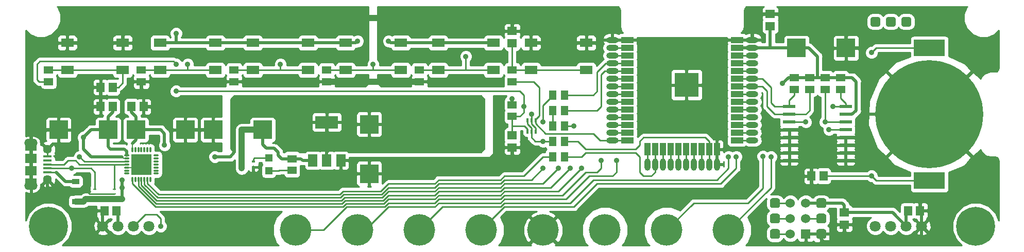
<source format=gbl>
G04 #@! TF.GenerationSoftware,KiCad,Pcbnew,no-vcs-found-3ad3869~61~ubuntu16.04.1*
G04 #@! TF.CreationDate,2018-02-07T22:49:40+05:30*
G04 #@! TF.ProjectId,k3jr_controller,6B336A725F636F6E74726F6C6C65722E,rev 1*
G04 #@! TF.SameCoordinates,Original*
G04 #@! TF.FileFunction,Copper,L2,Bot,Signal*
G04 #@! TF.FilePolarity,Positive*
%FSLAX46Y46*%
G04 Gerber Fmt 4.6, Leading zero omitted, Abs format (unit mm)*
G04 Created by KiCad (PCBNEW no-vcs-found-3ad3869~61~ubuntu16.04.1) date Wed Feb  7 22:49:40 2018*
%MOMM*%
%LPD*%
G01*
G04 APERTURE LIST*
%ADD10R,1.900000X1.200000*%
%ADD11O,2.200000X1.400000*%
%ADD12R,1.900000X1.500000*%
%ADD13C,1.450000*%
%ADD14R,1.350000X0.400000*%
%ADD15R,1.550000X1.350000*%
%ADD16R,1.300480X1.498600*%
%ADD17R,1.998980X0.599440*%
%ADD18R,1.350000X1.550000*%
%ADD19R,3.048000X3.048000*%
%ADD20R,1.498600X1.300480*%
%ADD21C,0.150000*%
%ADD22C,1.600000*%
%ADD23C,6.400000*%
%ADD24C,0.800000*%
%ADD25C,5.200000*%
%ADD26R,1.200000X0.900000*%
%ADD27R,0.500000X0.250000*%
%ADD28C,17.780000*%
%ADD29R,5.080000X2.794000*%
%ADD30R,1.675000X1.675000*%
%ADD31O,0.300000X0.850000*%
%ADD32O,0.850000X0.300000*%
%ADD33R,0.600000X0.400000*%
%ADD34R,1.198880X1.198880*%
%ADD35R,2.100000X1.400000*%
%ADD36R,0.400000X0.650000*%
%ADD37R,3.800000X2.000000*%
%ADD38R,1.500000X2.000000*%
%ADD39R,2.000000X1.000000*%
%ADD40R,1.000000X2.000000*%
%ADD41R,4.000000X4.000000*%
%ADD42O,2.000000X1.000000*%
%ADD43O,1.000000X2.000000*%
%ADD44C,1.800000*%
%ADD45C,1.524000*%
%ADD46R,1.524000X1.524000*%
%ADD47C,0.900000*%
%ADD48C,1.016000*%
%ADD49C,0.508000*%
%ADD50C,0.254000*%
%ADD51C,0.152400*%
G04 APERTURE END LIST*
D10*
X52355000Y-80370000D03*
X52355000Y-74570000D03*
D11*
X52355000Y-73970000D03*
X52355000Y-80970000D03*
D12*
X52355000Y-78470000D03*
D13*
X55055000Y-74970000D03*
D14*
X55055000Y-77470000D03*
X55055000Y-76820000D03*
X55055000Y-76170000D03*
X55055000Y-78770000D03*
X55055000Y-78120000D03*
D13*
X55055000Y-79970000D03*
D12*
X52355000Y-76470000D03*
D15*
X131445000Y-74660000D03*
X131445000Y-72660000D03*
D16*
X138112500Y-66040000D03*
X140017500Y-66040000D03*
D17*
X186260740Y-67945000D03*
X186260740Y-69215000D03*
X186260740Y-70485000D03*
X186260740Y-71755000D03*
X186260740Y-73025000D03*
X186260740Y-74295000D03*
X186260740Y-75565000D03*
X186260740Y-76835000D03*
X176959260Y-76835000D03*
X176959260Y-75565000D03*
X176959260Y-74295000D03*
X176959260Y-73025000D03*
X176959260Y-71755000D03*
X176959260Y-70485000D03*
X176959260Y-69215000D03*
X176959260Y-67945000D03*
D18*
X66405000Y-85090000D03*
X64405000Y-85090000D03*
D19*
X178181000Y-58293000D03*
X186309000Y-58293000D03*
D20*
X70485000Y-63817500D03*
X70485000Y-61912500D03*
X85725000Y-63817500D03*
X85725000Y-61912500D03*
D21*
G36*
X191574207Y-53176926D02*
X191613036Y-53182686D01*
X191651114Y-53192224D01*
X191688073Y-53205448D01*
X191723559Y-53222231D01*
X191757228Y-53242412D01*
X191788757Y-53265796D01*
X191817843Y-53292157D01*
X191844204Y-53321243D01*
X191867588Y-53352772D01*
X191887769Y-53386441D01*
X191904552Y-53421927D01*
X191917776Y-53458886D01*
X191927314Y-53496964D01*
X191933074Y-53535793D01*
X191935000Y-53575000D01*
X191935000Y-54375000D01*
X191933074Y-54414207D01*
X191927314Y-54453036D01*
X191917776Y-54491114D01*
X191904552Y-54528073D01*
X191887769Y-54563559D01*
X191867588Y-54597228D01*
X191844204Y-54628757D01*
X191817843Y-54657843D01*
X191788757Y-54684204D01*
X191757228Y-54707588D01*
X191723559Y-54727769D01*
X191688073Y-54744552D01*
X191651114Y-54757776D01*
X191613036Y-54767314D01*
X191574207Y-54773074D01*
X191535000Y-54775000D01*
X190735000Y-54775000D01*
X190695793Y-54773074D01*
X190656964Y-54767314D01*
X190618886Y-54757776D01*
X190581927Y-54744552D01*
X190546441Y-54727769D01*
X190512772Y-54707588D01*
X190481243Y-54684204D01*
X190452157Y-54657843D01*
X190425796Y-54628757D01*
X190402412Y-54597228D01*
X190382231Y-54563559D01*
X190365448Y-54528073D01*
X190352224Y-54491114D01*
X190342686Y-54453036D01*
X190336926Y-54414207D01*
X190335000Y-54375000D01*
X190335000Y-53575000D01*
X190336926Y-53535793D01*
X190342686Y-53496964D01*
X190352224Y-53458886D01*
X190365448Y-53421927D01*
X190382231Y-53386441D01*
X190402412Y-53352772D01*
X190425796Y-53321243D01*
X190452157Y-53292157D01*
X190481243Y-53265796D01*
X190512772Y-53242412D01*
X190546441Y-53222231D01*
X190581927Y-53205448D01*
X190618886Y-53192224D01*
X190656964Y-53182686D01*
X190695793Y-53176926D01*
X190735000Y-53175000D01*
X191535000Y-53175000D01*
X191574207Y-53176926D01*
X191574207Y-53176926D01*
G37*
D22*
X191135000Y-53975000D03*
D23*
X55245000Y-87630000D03*
D24*
X57645000Y-87630000D03*
X56942056Y-89327056D03*
X55245000Y-90030000D03*
X53547944Y-89327056D03*
X52845000Y-87630000D03*
X53547944Y-85932944D03*
X55245000Y-85230000D03*
X56942056Y-85932944D03*
D23*
X207645000Y-87630000D03*
D24*
X210045000Y-87630000D03*
X209342056Y-89327056D03*
X207645000Y-90030000D03*
X205947944Y-89327056D03*
X205245000Y-87630000D03*
X205947944Y-85932944D03*
X207645000Y-85230000D03*
X209342056Y-85932944D03*
D25*
X95885000Y-88265000D03*
X106045000Y-88265000D03*
X116205000Y-88265000D03*
X167005000Y-88265000D03*
X156845000Y-88265000D03*
X126365000Y-88265000D03*
X146685000Y-88265000D03*
X136525000Y-88265000D03*
D26*
X59690000Y-83565000D03*
X59690000Y-80265000D03*
D27*
X66040000Y-81540000D03*
X66040000Y-82290000D03*
X62865000Y-81540000D03*
X62865000Y-82290000D03*
D28*
X200025000Y-69215000D03*
D29*
X200025000Y-58293000D03*
X200025000Y-80137000D03*
D30*
X69647500Y-78307500D03*
X69647500Y-76632500D03*
X71322500Y-78307500D03*
X71322500Y-76632500D03*
D31*
X68985000Y-79920000D03*
X69485000Y-79920000D03*
X69985000Y-79920000D03*
X70485000Y-79920000D03*
X70985000Y-79920000D03*
X71485000Y-79920000D03*
X71985000Y-79920000D03*
D32*
X72935000Y-78970000D03*
X72935000Y-78470000D03*
X72935000Y-77970000D03*
X72935000Y-77470000D03*
X72935000Y-76970000D03*
X72935000Y-76470000D03*
X72935000Y-75970000D03*
D31*
X71985000Y-75020000D03*
X71485000Y-75020000D03*
X70985000Y-75020000D03*
X70485000Y-75020000D03*
X69985000Y-75020000D03*
X69485000Y-75020000D03*
X68985000Y-75020000D03*
D32*
X68035000Y-75970000D03*
X68035000Y-76470000D03*
X68035000Y-76970000D03*
X68035000Y-77470000D03*
X68035000Y-77970000D03*
X68035000Y-78470000D03*
X68035000Y-78970000D03*
D24*
X69850000Y-78105000D03*
X71120000Y-78105000D03*
X71120000Y-76835000D03*
X69850000Y-76835000D03*
X70485000Y-77470000D03*
D33*
X88900000Y-77020000D03*
X88900000Y-77920000D03*
D34*
X91440000Y-76420980D03*
X91440000Y-78519020D03*
D35*
X119275000Y-61940000D03*
X128375000Y-61940000D03*
X128375000Y-57440000D03*
X119275000Y-57440000D03*
X104035000Y-61940000D03*
X113135000Y-61940000D03*
X113135000Y-57440000D03*
X104035000Y-57440000D03*
X67415000Y-57440000D03*
X58315000Y-57440000D03*
X58315000Y-61940000D03*
X67415000Y-61940000D03*
X143615000Y-57440000D03*
X134515000Y-57440000D03*
X134515000Y-61940000D03*
X143615000Y-61940000D03*
X88795000Y-61940000D03*
X97895000Y-61940000D03*
X97895000Y-57440000D03*
X88795000Y-57440000D03*
X73555000Y-61940000D03*
X82655000Y-61940000D03*
X82655000Y-57440000D03*
X73555000Y-57440000D03*
D20*
X182880000Y-65087500D03*
X182880000Y-63182500D03*
X185420000Y-65087500D03*
X185420000Y-63182500D03*
X177800000Y-65087500D03*
X177800000Y-63182500D03*
X180340000Y-65087500D03*
X180340000Y-63182500D03*
X116205000Y-63817500D03*
X116205000Y-61912500D03*
X100965000Y-63817500D03*
X100965000Y-61912500D03*
D18*
X180610000Y-79375000D03*
X182610000Y-79375000D03*
D19*
X90424000Y-71755000D03*
X82296000Y-71755000D03*
X107950000Y-70866000D03*
X107950000Y-78994000D03*
D18*
X63770000Y-64770000D03*
X65770000Y-64770000D03*
D15*
X131445000Y-55515000D03*
X131445000Y-57515000D03*
D19*
X65024000Y-71755000D03*
X56896000Y-71755000D03*
D18*
X63770000Y-67945000D03*
X65770000Y-67945000D03*
D19*
X69596000Y-71755000D03*
X77724000Y-71755000D03*
D18*
X70850000Y-67945000D03*
X68850000Y-67945000D03*
D15*
X173863000Y-52721000D03*
X173863000Y-54721000D03*
D36*
X133970000Y-70170000D03*
X135270000Y-70170000D03*
X134620000Y-72070000D03*
X134620000Y-70170000D03*
X135270000Y-72070000D03*
X133970000Y-72070000D03*
D20*
X131445000Y-69532500D03*
X131445000Y-67627500D03*
X95250000Y-78422500D03*
X95250000Y-76517500D03*
X55245000Y-61912500D03*
X55245000Y-63817500D03*
X131445000Y-61912500D03*
X131445000Y-63817500D03*
D16*
X138112500Y-76200000D03*
X140017500Y-76200000D03*
X138112500Y-73660000D03*
X140017500Y-73660000D03*
X140017500Y-71120000D03*
X138112500Y-71120000D03*
X138112500Y-68580000D03*
X140017500Y-68580000D03*
D37*
X100965000Y-70510000D03*
D38*
X100965000Y-76810000D03*
X98665000Y-76810000D03*
X103265000Y-76810000D03*
D39*
X168385000Y-56980000D03*
X168385000Y-58250000D03*
X168385000Y-59520000D03*
X168385000Y-60790000D03*
X168385000Y-62060000D03*
X168385000Y-63330000D03*
X168385000Y-64600000D03*
X168385000Y-65870000D03*
X168385000Y-67140000D03*
X168385000Y-68410000D03*
X168385000Y-69680000D03*
X168385000Y-70950000D03*
X168385000Y-72220000D03*
X168385000Y-73490000D03*
D40*
X165100000Y-74980000D03*
X163830000Y-74980000D03*
X162560000Y-74980000D03*
X161290000Y-74980000D03*
X160020000Y-74980000D03*
X158750000Y-74980000D03*
X157480000Y-74980000D03*
X156210000Y-74980000D03*
X154940000Y-74980000D03*
X153670000Y-74980000D03*
D39*
X150385000Y-73490000D03*
X150385000Y-72220000D03*
X150385000Y-70950000D03*
X150385000Y-69680000D03*
X150385000Y-68410000D03*
X150385000Y-67140000D03*
X150385000Y-65870000D03*
X150385000Y-64600000D03*
X150385000Y-63330000D03*
X150385000Y-62060000D03*
X150385000Y-60790000D03*
X150385000Y-59520000D03*
X150385000Y-58250000D03*
X150385000Y-56980000D03*
D41*
X160085000Y-64380000D03*
D42*
X170885000Y-56980000D03*
X170885000Y-58250000D03*
X170885000Y-59520000D03*
X170885000Y-60790000D03*
X170885000Y-62060000D03*
X170885000Y-63330000D03*
X170885000Y-64600000D03*
X170885000Y-65870000D03*
X170885000Y-67140000D03*
X170885000Y-68410000D03*
X170885000Y-69680000D03*
X170885000Y-70950000D03*
X170885000Y-72220000D03*
X170885000Y-73490000D03*
X147885000Y-58250000D03*
X147885000Y-67140000D03*
X147885000Y-68410000D03*
X147885000Y-60790000D03*
X147885000Y-56980000D03*
X147885000Y-69680000D03*
X147885000Y-63330000D03*
X147885000Y-73490000D03*
X147885000Y-72220000D03*
X147885000Y-65870000D03*
X147885000Y-64600000D03*
X147885000Y-62060000D03*
X147885000Y-70950000D03*
X147885000Y-59520000D03*
D43*
X165100000Y-77480000D03*
X163830000Y-77480000D03*
X162560000Y-77480000D03*
X161290000Y-77480000D03*
X160020000Y-77480000D03*
X157480000Y-77480000D03*
X156210000Y-77480000D03*
X154940000Y-77480000D03*
X153670000Y-77480000D03*
X158750000Y-77480000D03*
D18*
X198485000Y-85090000D03*
X196485000Y-85090000D03*
D44*
X198755000Y-87630000D03*
X196215000Y-87630000D03*
X193675000Y-87630000D03*
X191135000Y-87630000D03*
X71755000Y-87630000D03*
X69215000Y-87630000D03*
X66675000Y-87630000D03*
X64135000Y-87630000D03*
D21*
G36*
X194114207Y-53176926D02*
X194153036Y-53182686D01*
X194191114Y-53192224D01*
X194228073Y-53205448D01*
X194263559Y-53222231D01*
X194297228Y-53242412D01*
X194328757Y-53265796D01*
X194357843Y-53292157D01*
X194384204Y-53321243D01*
X194407588Y-53352772D01*
X194427769Y-53386441D01*
X194444552Y-53421927D01*
X194457776Y-53458886D01*
X194467314Y-53496964D01*
X194473074Y-53535793D01*
X194475000Y-53575000D01*
X194475000Y-54375000D01*
X194473074Y-54414207D01*
X194467314Y-54453036D01*
X194457776Y-54491114D01*
X194444552Y-54528073D01*
X194427769Y-54563559D01*
X194407588Y-54597228D01*
X194384204Y-54628757D01*
X194357843Y-54657843D01*
X194328757Y-54684204D01*
X194297228Y-54707588D01*
X194263559Y-54727769D01*
X194228073Y-54744552D01*
X194191114Y-54757776D01*
X194153036Y-54767314D01*
X194114207Y-54773074D01*
X194075000Y-54775000D01*
X193275000Y-54775000D01*
X193235793Y-54773074D01*
X193196964Y-54767314D01*
X193158886Y-54757776D01*
X193121927Y-54744552D01*
X193086441Y-54727769D01*
X193052772Y-54707588D01*
X193021243Y-54684204D01*
X192992157Y-54657843D01*
X192965796Y-54628757D01*
X192942412Y-54597228D01*
X192922231Y-54563559D01*
X192905448Y-54528073D01*
X192892224Y-54491114D01*
X192882686Y-54453036D01*
X192876926Y-54414207D01*
X192875000Y-54375000D01*
X192875000Y-53575000D01*
X192876926Y-53535793D01*
X192882686Y-53496964D01*
X192892224Y-53458886D01*
X192905448Y-53421927D01*
X192922231Y-53386441D01*
X192942412Y-53352772D01*
X192965796Y-53321243D01*
X192992157Y-53292157D01*
X193021243Y-53265796D01*
X193052772Y-53242412D01*
X193086441Y-53222231D01*
X193121927Y-53205448D01*
X193158886Y-53192224D01*
X193196964Y-53182686D01*
X193235793Y-53176926D01*
X193275000Y-53175000D01*
X194075000Y-53175000D01*
X194114207Y-53176926D01*
X194114207Y-53176926D01*
G37*
D22*
X193675000Y-53975000D03*
D21*
G36*
X196654207Y-53176926D02*
X196693036Y-53182686D01*
X196731114Y-53192224D01*
X196768073Y-53205448D01*
X196803559Y-53222231D01*
X196837228Y-53242412D01*
X196868757Y-53265796D01*
X196897843Y-53292157D01*
X196924204Y-53321243D01*
X196947588Y-53352772D01*
X196967769Y-53386441D01*
X196984552Y-53421927D01*
X196997776Y-53458886D01*
X197007314Y-53496964D01*
X197013074Y-53535793D01*
X197015000Y-53575000D01*
X197015000Y-54375000D01*
X197013074Y-54414207D01*
X197007314Y-54453036D01*
X196997776Y-54491114D01*
X196984552Y-54528073D01*
X196967769Y-54563559D01*
X196947588Y-54597228D01*
X196924204Y-54628757D01*
X196897843Y-54657843D01*
X196868757Y-54684204D01*
X196837228Y-54707588D01*
X196803559Y-54727769D01*
X196768073Y-54744552D01*
X196731114Y-54757776D01*
X196693036Y-54767314D01*
X196654207Y-54773074D01*
X196615000Y-54775000D01*
X195815000Y-54775000D01*
X195775793Y-54773074D01*
X195736964Y-54767314D01*
X195698886Y-54757776D01*
X195661927Y-54744552D01*
X195626441Y-54727769D01*
X195592772Y-54707588D01*
X195561243Y-54684204D01*
X195532157Y-54657843D01*
X195505796Y-54628757D01*
X195482412Y-54597228D01*
X195462231Y-54563559D01*
X195445448Y-54528073D01*
X195432224Y-54491114D01*
X195422686Y-54453036D01*
X195416926Y-54414207D01*
X195415000Y-54375000D01*
X195415000Y-53575000D01*
X195416926Y-53535793D01*
X195422686Y-53496964D01*
X195432224Y-53458886D01*
X195445448Y-53421927D01*
X195462231Y-53386441D01*
X195482412Y-53352772D01*
X195505796Y-53321243D01*
X195532157Y-53292157D01*
X195561243Y-53265796D01*
X195592772Y-53242412D01*
X195626441Y-53222231D01*
X195661927Y-53205448D01*
X195698886Y-53192224D01*
X195736964Y-53182686D01*
X195775793Y-53176926D01*
X195815000Y-53175000D01*
X196615000Y-53175000D01*
X196654207Y-53176926D01*
X196654207Y-53176926D01*
G37*
D22*
X196215000Y-53975000D03*
D15*
X186055000Y-85360000D03*
X186055000Y-87360000D03*
D21*
G36*
X175064207Y-83021926D02*
X175103036Y-83027686D01*
X175141114Y-83037224D01*
X175178073Y-83050448D01*
X175213559Y-83067231D01*
X175247228Y-83087412D01*
X175278757Y-83110796D01*
X175307843Y-83137157D01*
X175334204Y-83166243D01*
X175357588Y-83197772D01*
X175377769Y-83231441D01*
X175394552Y-83266927D01*
X175407776Y-83303886D01*
X175417314Y-83341964D01*
X175423074Y-83380793D01*
X175425000Y-83420000D01*
X175425000Y-84220000D01*
X175423074Y-84259207D01*
X175417314Y-84298036D01*
X175407776Y-84336114D01*
X175394552Y-84373073D01*
X175377769Y-84408559D01*
X175357588Y-84442228D01*
X175334204Y-84473757D01*
X175307843Y-84502843D01*
X175278757Y-84529204D01*
X175247228Y-84552588D01*
X175213559Y-84572769D01*
X175178073Y-84589552D01*
X175141114Y-84602776D01*
X175103036Y-84612314D01*
X175064207Y-84618074D01*
X175025000Y-84620000D01*
X174225000Y-84620000D01*
X174185793Y-84618074D01*
X174146964Y-84612314D01*
X174108886Y-84602776D01*
X174071927Y-84589552D01*
X174036441Y-84572769D01*
X174002772Y-84552588D01*
X173971243Y-84529204D01*
X173942157Y-84502843D01*
X173915796Y-84473757D01*
X173892412Y-84442228D01*
X173872231Y-84408559D01*
X173855448Y-84373073D01*
X173842224Y-84336114D01*
X173832686Y-84298036D01*
X173826926Y-84259207D01*
X173825000Y-84220000D01*
X173825000Y-83420000D01*
X173826926Y-83380793D01*
X173832686Y-83341964D01*
X173842224Y-83303886D01*
X173855448Y-83266927D01*
X173872231Y-83231441D01*
X173892412Y-83197772D01*
X173915796Y-83166243D01*
X173942157Y-83137157D01*
X173971243Y-83110796D01*
X174002772Y-83087412D01*
X174036441Y-83067231D01*
X174071927Y-83050448D01*
X174108886Y-83037224D01*
X174146964Y-83027686D01*
X174185793Y-83021926D01*
X174225000Y-83020000D01*
X175025000Y-83020000D01*
X175064207Y-83021926D01*
X175064207Y-83021926D01*
G37*
D22*
X174625000Y-83820000D03*
D21*
G36*
X182684207Y-83021926D02*
X182723036Y-83027686D01*
X182761114Y-83037224D01*
X182798073Y-83050448D01*
X182833559Y-83067231D01*
X182867228Y-83087412D01*
X182898757Y-83110796D01*
X182927843Y-83137157D01*
X182954204Y-83166243D01*
X182977588Y-83197772D01*
X182997769Y-83231441D01*
X183014552Y-83266927D01*
X183027776Y-83303886D01*
X183037314Y-83341964D01*
X183043074Y-83380793D01*
X183045000Y-83420000D01*
X183045000Y-84220000D01*
X183043074Y-84259207D01*
X183037314Y-84298036D01*
X183027776Y-84336114D01*
X183014552Y-84373073D01*
X182997769Y-84408559D01*
X182977588Y-84442228D01*
X182954204Y-84473757D01*
X182927843Y-84502843D01*
X182898757Y-84529204D01*
X182867228Y-84552588D01*
X182833559Y-84572769D01*
X182798073Y-84589552D01*
X182761114Y-84602776D01*
X182723036Y-84612314D01*
X182684207Y-84618074D01*
X182645000Y-84620000D01*
X181845000Y-84620000D01*
X181805793Y-84618074D01*
X181766964Y-84612314D01*
X181728886Y-84602776D01*
X181691927Y-84589552D01*
X181656441Y-84572769D01*
X181622772Y-84552588D01*
X181591243Y-84529204D01*
X181562157Y-84502843D01*
X181535796Y-84473757D01*
X181512412Y-84442228D01*
X181492231Y-84408559D01*
X181475448Y-84373073D01*
X181462224Y-84336114D01*
X181452686Y-84298036D01*
X181446926Y-84259207D01*
X181445000Y-84220000D01*
X181445000Y-83420000D01*
X181446926Y-83380793D01*
X181452686Y-83341964D01*
X181462224Y-83303886D01*
X181475448Y-83266927D01*
X181492231Y-83231441D01*
X181512412Y-83197772D01*
X181535796Y-83166243D01*
X181562157Y-83137157D01*
X181591243Y-83110796D01*
X181622772Y-83087412D01*
X181656441Y-83067231D01*
X181691927Y-83050448D01*
X181728886Y-83037224D01*
X181766964Y-83027686D01*
X181805793Y-83021926D01*
X181845000Y-83020000D01*
X182645000Y-83020000D01*
X182684207Y-83021926D01*
X182684207Y-83021926D01*
G37*
D22*
X182245000Y-83820000D03*
D21*
G36*
X175064207Y-85561926D02*
X175103036Y-85567686D01*
X175141114Y-85577224D01*
X175178073Y-85590448D01*
X175213559Y-85607231D01*
X175247228Y-85627412D01*
X175278757Y-85650796D01*
X175307843Y-85677157D01*
X175334204Y-85706243D01*
X175357588Y-85737772D01*
X175377769Y-85771441D01*
X175394552Y-85806927D01*
X175407776Y-85843886D01*
X175417314Y-85881964D01*
X175423074Y-85920793D01*
X175425000Y-85960000D01*
X175425000Y-86760000D01*
X175423074Y-86799207D01*
X175417314Y-86838036D01*
X175407776Y-86876114D01*
X175394552Y-86913073D01*
X175377769Y-86948559D01*
X175357588Y-86982228D01*
X175334204Y-87013757D01*
X175307843Y-87042843D01*
X175278757Y-87069204D01*
X175247228Y-87092588D01*
X175213559Y-87112769D01*
X175178073Y-87129552D01*
X175141114Y-87142776D01*
X175103036Y-87152314D01*
X175064207Y-87158074D01*
X175025000Y-87160000D01*
X174225000Y-87160000D01*
X174185793Y-87158074D01*
X174146964Y-87152314D01*
X174108886Y-87142776D01*
X174071927Y-87129552D01*
X174036441Y-87112769D01*
X174002772Y-87092588D01*
X173971243Y-87069204D01*
X173942157Y-87042843D01*
X173915796Y-87013757D01*
X173892412Y-86982228D01*
X173872231Y-86948559D01*
X173855448Y-86913073D01*
X173842224Y-86876114D01*
X173832686Y-86838036D01*
X173826926Y-86799207D01*
X173825000Y-86760000D01*
X173825000Y-85960000D01*
X173826926Y-85920793D01*
X173832686Y-85881964D01*
X173842224Y-85843886D01*
X173855448Y-85806927D01*
X173872231Y-85771441D01*
X173892412Y-85737772D01*
X173915796Y-85706243D01*
X173942157Y-85677157D01*
X173971243Y-85650796D01*
X174002772Y-85627412D01*
X174036441Y-85607231D01*
X174071927Y-85590448D01*
X174108886Y-85577224D01*
X174146964Y-85567686D01*
X174185793Y-85561926D01*
X174225000Y-85560000D01*
X175025000Y-85560000D01*
X175064207Y-85561926D01*
X175064207Y-85561926D01*
G37*
D22*
X174625000Y-86360000D03*
D45*
X177165000Y-88900000D03*
D46*
X179705000Y-88900000D03*
D45*
X177165000Y-86360000D03*
X179705000Y-86360000D03*
X177165000Y-83820000D03*
X179705000Y-83820000D03*
D21*
G36*
X182684207Y-85561926D02*
X182723036Y-85567686D01*
X182761114Y-85577224D01*
X182798073Y-85590448D01*
X182833559Y-85607231D01*
X182867228Y-85627412D01*
X182898757Y-85650796D01*
X182927843Y-85677157D01*
X182954204Y-85706243D01*
X182977588Y-85737772D01*
X182997769Y-85771441D01*
X183014552Y-85806927D01*
X183027776Y-85843886D01*
X183037314Y-85881964D01*
X183043074Y-85920793D01*
X183045000Y-85960000D01*
X183045000Y-86760000D01*
X183043074Y-86799207D01*
X183037314Y-86838036D01*
X183027776Y-86876114D01*
X183014552Y-86913073D01*
X182997769Y-86948559D01*
X182977588Y-86982228D01*
X182954204Y-87013757D01*
X182927843Y-87042843D01*
X182898757Y-87069204D01*
X182867228Y-87092588D01*
X182833559Y-87112769D01*
X182798073Y-87129552D01*
X182761114Y-87142776D01*
X182723036Y-87152314D01*
X182684207Y-87158074D01*
X182645000Y-87160000D01*
X181845000Y-87160000D01*
X181805793Y-87158074D01*
X181766964Y-87152314D01*
X181728886Y-87142776D01*
X181691927Y-87129552D01*
X181656441Y-87112769D01*
X181622772Y-87092588D01*
X181591243Y-87069204D01*
X181562157Y-87042843D01*
X181535796Y-87013757D01*
X181512412Y-86982228D01*
X181492231Y-86948559D01*
X181475448Y-86913073D01*
X181462224Y-86876114D01*
X181452686Y-86838036D01*
X181446926Y-86799207D01*
X181445000Y-86760000D01*
X181445000Y-85960000D01*
X181446926Y-85920793D01*
X181452686Y-85881964D01*
X181462224Y-85843886D01*
X181475448Y-85806927D01*
X181492231Y-85771441D01*
X181512412Y-85737772D01*
X181535796Y-85706243D01*
X181562157Y-85677157D01*
X181591243Y-85650796D01*
X181622772Y-85627412D01*
X181656441Y-85607231D01*
X181691927Y-85590448D01*
X181728886Y-85577224D01*
X181766964Y-85567686D01*
X181805793Y-85561926D01*
X181845000Y-85560000D01*
X182645000Y-85560000D01*
X182684207Y-85561926D01*
X182684207Y-85561926D01*
G37*
D22*
X182245000Y-86360000D03*
D21*
G36*
X175064207Y-88101926D02*
X175103036Y-88107686D01*
X175141114Y-88117224D01*
X175178073Y-88130448D01*
X175213559Y-88147231D01*
X175247228Y-88167412D01*
X175278757Y-88190796D01*
X175307843Y-88217157D01*
X175334204Y-88246243D01*
X175357588Y-88277772D01*
X175377769Y-88311441D01*
X175394552Y-88346927D01*
X175407776Y-88383886D01*
X175417314Y-88421964D01*
X175423074Y-88460793D01*
X175425000Y-88500000D01*
X175425000Y-89300000D01*
X175423074Y-89339207D01*
X175417314Y-89378036D01*
X175407776Y-89416114D01*
X175394552Y-89453073D01*
X175377769Y-89488559D01*
X175357588Y-89522228D01*
X175334204Y-89553757D01*
X175307843Y-89582843D01*
X175278757Y-89609204D01*
X175247228Y-89632588D01*
X175213559Y-89652769D01*
X175178073Y-89669552D01*
X175141114Y-89682776D01*
X175103036Y-89692314D01*
X175064207Y-89698074D01*
X175025000Y-89700000D01*
X174225000Y-89700000D01*
X174185793Y-89698074D01*
X174146964Y-89692314D01*
X174108886Y-89682776D01*
X174071927Y-89669552D01*
X174036441Y-89652769D01*
X174002772Y-89632588D01*
X173971243Y-89609204D01*
X173942157Y-89582843D01*
X173915796Y-89553757D01*
X173892412Y-89522228D01*
X173872231Y-89488559D01*
X173855448Y-89453073D01*
X173842224Y-89416114D01*
X173832686Y-89378036D01*
X173826926Y-89339207D01*
X173825000Y-89300000D01*
X173825000Y-88500000D01*
X173826926Y-88460793D01*
X173832686Y-88421964D01*
X173842224Y-88383886D01*
X173855448Y-88346927D01*
X173872231Y-88311441D01*
X173892412Y-88277772D01*
X173915796Y-88246243D01*
X173942157Y-88217157D01*
X173971243Y-88190796D01*
X174002772Y-88167412D01*
X174036441Y-88147231D01*
X174071927Y-88130448D01*
X174108886Y-88117224D01*
X174146964Y-88107686D01*
X174185793Y-88101926D01*
X174225000Y-88100000D01*
X175025000Y-88100000D01*
X175064207Y-88101926D01*
X175064207Y-88101926D01*
G37*
D22*
X174625000Y-88900000D03*
D21*
G36*
X182684207Y-88101926D02*
X182723036Y-88107686D01*
X182761114Y-88117224D01*
X182798073Y-88130448D01*
X182833559Y-88147231D01*
X182867228Y-88167412D01*
X182898757Y-88190796D01*
X182927843Y-88217157D01*
X182954204Y-88246243D01*
X182977588Y-88277772D01*
X182997769Y-88311441D01*
X183014552Y-88346927D01*
X183027776Y-88383886D01*
X183037314Y-88421964D01*
X183043074Y-88460793D01*
X183045000Y-88500000D01*
X183045000Y-89300000D01*
X183043074Y-89339207D01*
X183037314Y-89378036D01*
X183027776Y-89416114D01*
X183014552Y-89453073D01*
X182997769Y-89488559D01*
X182977588Y-89522228D01*
X182954204Y-89553757D01*
X182927843Y-89582843D01*
X182898757Y-89609204D01*
X182867228Y-89632588D01*
X182833559Y-89652769D01*
X182798073Y-89669552D01*
X182761114Y-89682776D01*
X182723036Y-89692314D01*
X182684207Y-89698074D01*
X182645000Y-89700000D01*
X181845000Y-89700000D01*
X181805793Y-89698074D01*
X181766964Y-89692314D01*
X181728886Y-89682776D01*
X181691927Y-89669552D01*
X181656441Y-89652769D01*
X181622772Y-89632588D01*
X181591243Y-89609204D01*
X181562157Y-89582843D01*
X181535796Y-89553757D01*
X181512412Y-89522228D01*
X181492231Y-89488559D01*
X181475448Y-89453073D01*
X181462224Y-89416114D01*
X181452686Y-89378036D01*
X181446926Y-89339207D01*
X181445000Y-89300000D01*
X181445000Y-88500000D01*
X181446926Y-88460793D01*
X181452686Y-88421964D01*
X181462224Y-88383886D01*
X181475448Y-88346927D01*
X181492231Y-88311441D01*
X181512412Y-88277772D01*
X181535796Y-88246243D01*
X181562157Y-88217157D01*
X181591243Y-88190796D01*
X181622772Y-88167412D01*
X181656441Y-88147231D01*
X181691927Y-88130448D01*
X181728886Y-88117224D01*
X181766964Y-88107686D01*
X181805793Y-88101926D01*
X181845000Y-88100000D01*
X182645000Y-88100000D01*
X182684207Y-88101926D01*
X182684207Y-88101926D01*
G37*
D22*
X182245000Y-88900000D03*
D47*
X86995000Y-73025000D03*
X86995000Y-71755000D03*
X88265000Y-71755000D03*
X86995000Y-74295000D03*
X86995000Y-78105000D03*
X86995000Y-76835000D03*
X86995000Y-75565000D03*
X73660000Y-87630000D03*
X67310000Y-80010000D03*
X76200000Y-55880000D03*
X67310000Y-83185000D03*
X67310000Y-81280000D03*
X62230000Y-83185000D03*
X63500000Y-83185000D03*
X64770000Y-83185000D03*
X66040000Y-83185000D03*
X179705000Y-70485000D03*
X190500000Y-79375000D03*
X190500000Y-59055000D03*
X74295006Y-74295000D03*
X131445000Y-66675000D03*
X175895000Y-64135000D03*
X93980000Y-68580000D03*
X82550000Y-76200000D03*
X60960000Y-73025000D03*
X111125000Y-57150000D03*
X106045000Y-57150000D03*
X126365000Y-71120000D03*
X126365000Y-73025000D03*
X123825000Y-73025000D03*
X121285000Y-74295000D03*
X118745000Y-74295000D03*
X116205000Y-74295000D03*
X113665000Y-74295000D03*
X111125000Y-74295000D03*
X108585000Y-74295000D03*
X106045000Y-74295000D03*
X103505000Y-74295000D03*
X100965000Y-74295000D03*
X98425000Y-74295000D03*
X95885000Y-74295000D03*
X93980000Y-70485000D03*
X93980000Y-74295000D03*
X93980000Y-72390000D03*
X93980000Y-66675000D03*
X95885000Y-66675000D03*
X98425000Y-66675000D03*
X100965000Y-66675000D03*
X103505000Y-66675000D03*
X106045000Y-66675000D03*
X108585000Y-66675000D03*
X111125000Y-66675000D03*
X113665000Y-66675000D03*
X116205000Y-66675000D03*
X118745000Y-66675000D03*
X121285000Y-66675000D03*
X123825000Y-66675000D03*
X126365000Y-66675000D03*
X99060000Y-68580000D03*
X102870000Y-68580000D03*
X105410000Y-68580000D03*
X107950000Y-68580000D03*
X110490000Y-68580000D03*
X112395000Y-68580000D03*
X114300000Y-68580000D03*
X116205000Y-68580000D03*
X118110000Y-68580000D03*
X120015000Y-68580000D03*
X121920000Y-68580000D03*
X123825000Y-68580000D03*
X125730000Y-68580000D03*
X76200000Y-60960000D03*
X76200000Y-65405000D03*
X133350000Y-67945000D03*
X134620000Y-69215000D03*
X142875000Y-78105000D03*
X136525000Y-78105000D03*
X136525000Y-73660000D03*
X148590000Y-76835000D03*
X146050000Y-76835000D03*
X108585000Y-60960000D03*
X139065000Y-78105000D03*
X136525000Y-70485000D03*
X140970000Y-78105000D03*
X141605000Y-71120000D03*
X93345000Y-60960000D03*
X78105000Y-60960000D03*
X59054970Y-78105000D03*
X60325000Y-76200000D03*
X167005000Y-76200000D03*
X173990000Y-76199990D03*
X172646753Y-76126753D03*
X168275000Y-76200000D03*
X182880000Y-70485000D03*
X184150000Y-67945000D03*
X123825000Y-59690000D03*
X183515000Y-71755000D03*
D48*
X86995000Y-76835000D02*
X86995000Y-78105000D01*
X86995000Y-75565000D02*
X86995000Y-76835000D01*
X86995000Y-74295000D02*
X86995000Y-75565000D01*
X86995000Y-73025000D02*
X86995000Y-74295000D01*
X86995000Y-71755000D02*
X86995000Y-73025000D01*
X88265000Y-71755000D02*
X86995000Y-71755000D01*
X90424000Y-71755000D02*
X88265000Y-71755000D01*
D49*
X112776000Y-76835000D02*
X130810000Y-76835000D01*
X110617000Y-78994000D02*
X112776000Y-76835000D01*
X130810000Y-76835000D02*
X131445000Y-76200000D01*
X107950000Y-78994000D02*
X110617000Y-78994000D01*
X131445000Y-76200000D02*
X131445000Y-74660000D01*
D50*
X73025000Y-85725000D02*
X71120000Y-85725000D01*
X71120000Y-85725000D02*
X69215000Y-87630000D01*
X73660000Y-86360000D02*
X73025000Y-85725000D01*
X73660000Y-87630000D02*
X73660000Y-86360000D01*
D48*
X67310000Y-83185000D02*
X61340000Y-83185000D01*
D49*
X67310000Y-80010000D02*
X67310000Y-83185000D01*
X73555000Y-57440000D02*
X76200000Y-57440000D01*
X76200000Y-57440000D02*
X76835000Y-57440000D01*
X76200000Y-55880000D02*
X76200000Y-57440000D01*
X181610000Y-81915000D02*
X180610000Y-80915000D01*
X180610000Y-80915000D02*
X180610000Y-79375000D01*
X187325000Y-81915000D02*
X181610000Y-81915000D01*
X188595000Y-83185000D02*
X187325000Y-81915000D01*
X197863000Y-83185000D02*
X188595000Y-83185000D01*
X198485000Y-85090000D02*
X198485000Y-83807000D01*
X198485000Y-83807000D02*
X197863000Y-83185000D01*
X198120000Y-90170000D02*
X198755000Y-89535000D01*
X198755000Y-89535000D02*
X198755000Y-87630000D01*
X182615000Y-90170000D02*
X198120000Y-90170000D01*
X182245000Y-88900000D02*
X182245000Y-89800000D01*
X182245000Y-89800000D02*
X182615000Y-90170000D01*
X189230000Y-73025000D02*
X189230000Y-69215000D01*
X189230000Y-69215000D02*
X189230000Y-59055000D01*
X200025000Y-69215000D02*
X189230000Y-69215000D01*
X189230000Y-76200000D02*
X189230000Y-75565000D01*
X189230000Y-75565000D02*
X189230000Y-74295000D01*
X186260740Y-75565000D02*
X189230000Y-75565000D01*
X189230000Y-74295000D02*
X189230000Y-73025000D01*
X186260740Y-74295000D02*
X189230000Y-74295000D01*
X186260740Y-73025000D02*
X189230000Y-73025000D01*
X189230000Y-59055000D02*
X188468000Y-58293000D01*
X188468000Y-58293000D02*
X186309000Y-58293000D01*
X188595000Y-76835000D02*
X189230000Y-76200000D01*
X186260740Y-76835000D02*
X188595000Y-76835000D01*
X182245000Y-88900000D02*
X185698000Y-88900000D01*
X185698000Y-88900000D02*
X186055000Y-88543000D01*
X186055000Y-88543000D02*
X186055000Y-87360000D01*
X179705000Y-88900000D02*
X182245000Y-88900000D01*
X180610000Y-79375000D02*
X180610000Y-76835000D01*
X64135000Y-87630000D02*
X64135000Y-85360000D01*
X64135000Y-85360000D02*
X64405000Y-85090000D01*
X55880000Y-81915000D02*
X55055000Y-81090000D01*
X61595000Y-81915000D02*
X55880000Y-81915000D01*
D50*
X61970000Y-82290000D02*
X61595000Y-81915000D01*
X62865000Y-82290000D02*
X61970000Y-82290000D01*
D49*
X55055000Y-81090000D02*
X55055000Y-79970000D01*
D50*
X66040000Y-82290000D02*
X62865000Y-82290000D01*
D49*
X80645000Y-81153000D02*
X83058000Y-81153000D01*
X77724000Y-71755000D02*
X80010000Y-71755000D01*
X80010000Y-71755000D02*
X82296000Y-71755000D01*
X80010000Y-71755000D02*
X80010000Y-80518000D01*
X80010000Y-80518000D02*
X80645000Y-81153000D01*
X198755000Y-87630000D02*
X198755000Y-85360000D01*
X198755000Y-85360000D02*
X198485000Y-85090000D01*
X180975000Y-76835000D02*
X180975000Y-75565000D01*
X180975000Y-75565000D02*
X180975000Y-74295000D01*
X176959260Y-75565000D02*
X180975000Y-75565000D01*
X180975000Y-74295000D02*
X180975000Y-73025000D01*
X176959260Y-74295000D02*
X180975000Y-74295000D01*
X180975000Y-73025000D02*
X180975000Y-72390000D01*
X176959260Y-73025000D02*
X180975000Y-73025000D01*
X180975000Y-72390000D02*
X180340000Y-71755000D01*
X180340000Y-71755000D02*
X176959260Y-71755000D01*
X180975000Y-76835000D02*
X186260740Y-76835000D01*
X180610000Y-76835000D02*
X180975000Y-76835000D01*
X173863000Y-52721000D02*
X184928000Y-52721000D01*
X186309000Y-54102000D02*
X186309000Y-58293000D01*
X184928000Y-52721000D02*
X186309000Y-54102000D01*
X170885000Y-53397000D02*
X171561000Y-52721000D01*
X171561000Y-52721000D02*
X173863000Y-52721000D01*
X170885000Y-56980000D02*
X170885000Y-53397000D01*
X63770000Y-67945000D02*
X63770000Y-64770000D01*
X57908000Y-59055000D02*
X58315000Y-58648000D01*
X52355000Y-71755000D02*
X52355000Y-60675000D01*
X52355000Y-60675000D02*
X53975000Y-59055000D01*
X53975000Y-59055000D02*
X57908000Y-59055000D01*
X58315000Y-58648000D02*
X58315000Y-57440000D01*
X99707700Y-63817500D02*
X100965000Y-63817500D01*
X85725000Y-63817500D02*
X96054658Y-63817500D01*
X96060159Y-63811999D02*
X99702199Y-63811999D01*
X99702199Y-63811999D02*
X99707700Y-63817500D01*
X96054658Y-63817500D02*
X96060159Y-63811999D01*
X103941000Y-78994000D02*
X103505000Y-78994000D01*
X103505000Y-78994000D02*
X101854000Y-78994000D01*
X103265000Y-76810000D02*
X103265000Y-78754000D01*
X103265000Y-78754000D02*
X103505000Y-78994000D01*
X99695000Y-81153000D02*
X88900000Y-81153000D01*
X101854000Y-78994000D02*
X99695000Y-81153000D01*
X63770000Y-67945000D02*
X57785000Y-67945000D01*
X56896000Y-68834000D02*
X56896000Y-71755000D01*
X57785000Y-67945000D02*
X56896000Y-68834000D01*
X52355000Y-73970000D02*
X52355000Y-71755000D01*
X56896000Y-71755000D02*
X52355000Y-71755000D01*
D50*
X176959260Y-67945000D02*
X176959260Y-66880740D01*
X176959260Y-66880740D02*
X177800000Y-66040000D01*
X177800000Y-66040000D02*
X177800000Y-65087500D01*
X174625000Y-67945000D02*
X173990000Y-67310000D01*
X176959260Y-67945000D02*
X174625000Y-67945000D01*
X173990000Y-67310000D02*
X173990000Y-64770000D01*
X173990000Y-64770000D02*
X172550000Y-63330000D01*
X172550000Y-63330000D02*
X170885000Y-63330000D01*
X180340000Y-65087500D02*
X180340000Y-68580000D01*
X179705000Y-69215000D02*
X176959260Y-69215000D01*
X180340000Y-68580000D02*
X179705000Y-69215000D01*
X173355000Y-65405000D02*
X172550000Y-64600000D01*
X173355000Y-67945000D02*
X173355000Y-65405000D01*
X174625000Y-69215000D02*
X173355000Y-67945000D01*
X176959260Y-69215000D02*
X174625000Y-69215000D01*
X172550000Y-64600000D02*
X170885000Y-64600000D01*
X182610000Y-79375000D02*
X190500000Y-79375000D01*
X176959260Y-70485000D02*
X179705000Y-70485000D01*
X200025000Y-80137000D02*
X191262000Y-80137000D01*
X191262000Y-80137000D02*
X190500000Y-79375000D01*
X200025000Y-58293000D02*
X191262000Y-58293000D01*
X191262000Y-58293000D02*
X190500000Y-59055000D01*
D48*
X59690000Y-83565000D02*
X60960000Y-83565000D01*
X61340000Y-83185000D02*
X60960000Y-83565000D01*
D49*
X74295006Y-72390006D02*
X73660000Y-71755000D01*
X73660000Y-71755000D02*
X69596000Y-71755000D01*
X74295006Y-74295000D02*
X74295006Y-72390006D01*
X85725000Y-69215000D02*
X85725000Y-75565000D01*
X85090000Y-76200000D02*
X85725000Y-75565000D01*
X82550000Y-76200000D02*
X85090000Y-76200000D01*
X86360000Y-68580000D02*
X85725000Y-69215000D01*
X93980000Y-68580000D02*
X86360000Y-68580000D01*
X110236000Y-70866000D02*
X111125000Y-71755000D01*
X111125000Y-71755000D02*
X111125000Y-74295000D01*
X107950000Y-70866000D02*
X110236000Y-70866000D01*
X100965000Y-74295000D02*
X108585000Y-74295000D01*
X131445000Y-67627500D02*
X131445000Y-66675000D01*
X177800000Y-63182500D02*
X176847500Y-63182500D01*
X176847500Y-63182500D02*
X175895000Y-64135000D01*
X186260740Y-69215000D02*
X187325000Y-69215000D01*
X187960000Y-68580000D02*
X187960000Y-63817500D01*
X187960000Y-68580000D02*
X187325000Y-69215000D01*
X185420000Y-63182500D02*
X187325000Y-63182500D01*
X187960000Y-63817500D02*
X187325000Y-63182500D01*
X182880000Y-63182500D02*
X181610000Y-63182500D01*
X181610000Y-63182500D02*
X180340000Y-63182500D01*
X181610000Y-59690000D02*
X181610000Y-63182500D01*
X178181000Y-58293000D02*
X180213000Y-58293000D01*
X180213000Y-58293000D02*
X181610000Y-59690000D01*
X180340000Y-63182500D02*
X177800000Y-63182500D01*
X185420000Y-63182500D02*
X182880000Y-63182500D01*
X186055000Y-85360000D02*
X193945000Y-85360000D01*
X193945000Y-85360000D02*
X196215000Y-87630000D01*
X182245000Y-83820000D02*
X185698000Y-83820000D01*
X185698000Y-83820000D02*
X186055000Y-84177000D01*
X186055000Y-84177000D02*
X186055000Y-85360000D01*
X179705000Y-83820000D02*
X182245000Y-83820000D01*
X66675000Y-87630000D02*
X66675000Y-85360000D01*
X66675000Y-85360000D02*
X66405000Y-85090000D01*
X65024000Y-71755000D02*
X62230000Y-71755000D01*
X62230000Y-71755000D02*
X60960000Y-73025000D01*
X60960000Y-74930000D02*
X60960000Y-73025000D01*
X196215000Y-87630000D02*
X196215000Y-85360000D01*
X196215000Y-85360000D02*
X196485000Y-85090000D01*
X113135000Y-57440000D02*
X111415000Y-57440000D01*
X111415000Y-57440000D02*
X111125000Y-57150000D01*
X104035000Y-57440000D02*
X105755000Y-57440000D01*
X105755000Y-57440000D02*
X106045000Y-57150000D01*
D51*
X68985000Y-75020000D02*
X68985000Y-74442600D01*
X68985000Y-74442600D02*
X68986400Y-74441200D01*
X68986400Y-74441200D02*
X68986400Y-74041000D01*
D49*
X76835000Y-57440000D02*
X82655000Y-57440000D01*
X95250000Y-76517500D02*
X93535500Y-76517500D01*
X90424000Y-74168000D02*
X90424000Y-71755000D01*
X91059000Y-74803000D02*
X90424000Y-74168000D01*
X92329000Y-74803000D02*
X91059000Y-74803000D01*
X92964000Y-75438000D02*
X92329000Y-74803000D01*
X92964000Y-75946000D02*
X92964000Y-75438000D01*
X93535500Y-76517500D02*
X92964000Y-75946000D01*
X68986400Y-74041000D02*
X69367400Y-73660000D01*
X170885000Y-58250000D02*
X173863000Y-58250000D01*
X173863000Y-58250000D02*
X178138000Y-58250000D01*
X173863000Y-54721000D02*
X173863000Y-58250000D01*
X67310000Y-76200000D02*
X62230000Y-76200000D01*
X62230000Y-76200000D02*
X60960000Y-74930000D01*
D51*
X68035000Y-76470000D02*
X67580000Y-76470000D01*
X67580000Y-76470000D02*
X67310000Y-76200000D01*
D49*
X65405000Y-74930000D02*
X65024000Y-74549000D01*
X68035000Y-75970000D02*
X68035000Y-75312000D01*
X67653000Y-74930000D02*
X65405000Y-74930000D01*
X68035000Y-75312000D02*
X67653000Y-74930000D01*
X65024000Y-74549000D02*
X65024000Y-71755000D01*
X88900000Y-77920000D02*
X88900000Y-81153000D01*
X88900000Y-81153000D02*
X83058000Y-81153000D01*
D50*
X55055000Y-76170000D02*
X55055000Y-74970000D01*
D49*
X52355000Y-80970000D02*
X52355000Y-80370000D01*
X52355000Y-78470000D02*
X52355000Y-80370000D01*
X52355000Y-76470000D02*
X52355000Y-78470000D01*
X52355000Y-74570000D02*
X52355000Y-76470000D01*
X52355000Y-74570000D02*
X52355000Y-73970000D01*
D48*
X70307000Y-53340000D02*
X131445000Y-53340000D01*
D49*
X131445000Y-53340000D02*
X133350000Y-53340000D01*
X131445000Y-55515000D02*
X131445000Y-53340000D01*
X133350000Y-53340000D02*
X134515000Y-54505000D01*
X67415000Y-56232000D02*
X70307000Y-53340000D01*
X67415000Y-57440000D02*
X67415000Y-56232000D01*
X134515000Y-54505000D02*
X134515000Y-57440000D01*
X176959260Y-76835000D02*
X180610000Y-76835000D01*
D48*
X100965000Y-63817500D02*
X116205000Y-63817500D01*
D49*
X70485000Y-63817500D02*
X85725000Y-63817500D01*
X103941000Y-78994000D02*
X107950000Y-78994000D01*
X146220000Y-56980000D02*
X145760000Y-57440000D01*
X145760000Y-57440000D02*
X143615000Y-57440000D01*
X147885000Y-56980000D02*
X146220000Y-56980000D01*
X134515000Y-57440000D02*
X143615000Y-57440000D01*
X58315000Y-57440000D02*
X67415000Y-57440000D01*
X70850000Y-66405000D02*
X70485000Y-66040000D01*
X70485000Y-66040000D02*
X70485000Y-63817500D01*
X70850000Y-67945000D02*
X70850000Y-66405000D01*
X70850000Y-67945000D02*
X76835000Y-67945000D01*
X76835000Y-67945000D02*
X77724000Y-68834000D01*
X77724000Y-68834000D02*
X77724000Y-71755000D01*
X69850000Y-78105000D02*
X69647500Y-78307500D01*
X71120000Y-78105000D02*
X71322500Y-78307500D01*
X71120000Y-76835000D02*
X71322500Y-76632500D01*
X69850000Y-76835000D02*
X69647500Y-76632500D01*
D51*
X68035000Y-77970000D02*
X69310000Y-77970000D01*
D49*
X69310000Y-77970000D02*
X69647500Y-78307500D01*
X160085000Y-64380000D02*
X160085000Y-69280000D01*
X160085000Y-69280000D02*
X160655000Y-69850000D01*
X164465000Y-69850000D02*
X165100000Y-70485000D01*
X160655000Y-69850000D02*
X164465000Y-69850000D01*
X165100000Y-70485000D02*
X165100000Y-74980000D01*
X150385000Y-56980000D02*
X160020000Y-56980000D01*
X160020000Y-56980000D02*
X168385000Y-56980000D01*
X160085000Y-64380000D02*
X160085000Y-57045000D01*
X160085000Y-57045000D02*
X160020000Y-56980000D01*
X147885000Y-56980000D02*
X150385000Y-56980000D01*
X165100000Y-74980000D02*
X165100000Y-77480000D01*
X168385000Y-56980000D02*
X170885000Y-56980000D01*
X96710500Y-76517500D02*
X97003000Y-76810000D01*
X97003000Y-76810000D02*
X98665000Y-76810000D01*
X95250000Y-76517500D02*
X96710500Y-76517500D01*
X98665000Y-76835000D02*
X98665000Y-76810000D01*
D50*
X53340000Y-60960000D02*
X53789999Y-60510001D01*
X55245000Y-63817500D02*
X53657500Y-63817500D01*
X53657500Y-63817500D02*
X53340000Y-63500000D01*
X75750001Y-60510001D02*
X76200000Y-60960000D01*
X53340000Y-63500000D02*
X53340000Y-60960000D01*
X53789999Y-60510001D02*
X75750001Y-60510001D01*
X132715000Y-65405000D02*
X76200000Y-65405000D01*
X133350000Y-66040000D02*
X132715000Y-65405000D01*
X133350000Y-67945000D02*
X133350000Y-66040000D01*
X132715000Y-69532500D02*
X132080000Y-69532500D01*
X133350000Y-67945000D02*
X133350000Y-68897500D01*
X133350000Y-68897500D02*
X132715000Y-69532500D01*
X133970000Y-72070000D02*
X133970000Y-71613000D01*
X133970000Y-71613000D02*
X133477000Y-71120000D01*
X133477000Y-71120000D02*
X131445000Y-71120000D01*
X131445000Y-71120000D02*
X131445000Y-72660000D01*
X131445000Y-69532500D02*
X131445000Y-71120000D01*
X67415000Y-61940000D02*
X67415000Y-64054000D01*
X67415000Y-64054000D02*
X66699000Y-64770000D01*
X66699000Y-64770000D02*
X65770000Y-64770000D01*
X131445000Y-57515000D02*
X131445000Y-61912500D01*
X55055000Y-78770000D02*
X55984000Y-78770000D01*
X56014000Y-78740000D02*
X56515000Y-78740000D01*
X55984000Y-78770000D02*
X56014000Y-78740000D01*
D49*
X59690000Y-80265000D02*
X58040000Y-80265000D01*
X58040000Y-80265000D02*
X56515000Y-78740000D01*
D50*
X93154500Y-78422500D02*
X93057980Y-78519020D01*
X93057980Y-78519020D02*
X91440000Y-78519020D01*
X95250000Y-78422500D02*
X93154500Y-78422500D01*
X91440000Y-76420980D02*
X89045020Y-76420980D01*
X88900000Y-76566000D02*
X88900000Y-77020000D01*
X89045020Y-76420980D02*
X88900000Y-76566000D01*
X130175000Y-81915000D02*
X139065000Y-81915000D01*
X139065000Y-81915000D02*
X142875000Y-78105000D01*
X129540000Y-82550000D02*
X130175000Y-81915000D01*
X119380000Y-82550000D02*
X129540000Y-82550000D01*
X118745000Y-83185000D02*
X119380000Y-82550000D01*
X111125000Y-83185000D02*
X110363000Y-83947000D01*
X111125000Y-83185000D02*
X118745000Y-83185000D01*
X103632000Y-84455000D02*
X72841000Y-84455000D01*
X110363000Y-83947000D02*
X104140000Y-83947000D01*
X72841000Y-84455000D02*
X68985000Y-80599000D01*
X104140000Y-83947000D02*
X103632000Y-84455000D01*
X68985000Y-80599000D02*
X68985000Y-79920000D01*
X134620000Y-70170000D02*
X134620000Y-69215000D01*
X135270000Y-72070000D02*
X135270000Y-71491000D01*
X134620000Y-70841000D02*
X134620000Y-70170000D01*
X135270000Y-71491000D02*
X134620000Y-70841000D01*
X130175000Y-80010000D02*
X134620000Y-80010000D01*
X134620000Y-80010000D02*
X136525000Y-78105000D01*
X129540000Y-80645000D02*
X130175000Y-80010000D01*
X119380000Y-80645000D02*
X129540000Y-80645000D01*
X118745000Y-81280000D02*
X119380000Y-80645000D01*
X109982000Y-82423000D02*
X111125000Y-81280000D01*
X111125000Y-81280000D02*
X118745000Y-81280000D01*
X103251000Y-82931000D02*
X103759000Y-82423000D01*
X70985000Y-80764000D02*
X73152000Y-82931000D01*
X73152000Y-82931000D02*
X103251000Y-82931000D01*
X70985000Y-79920000D02*
X70985000Y-80764000D01*
X103759000Y-82423000D02*
X109982000Y-82423000D01*
X135255000Y-73660000D02*
X134620000Y-73025000D01*
X134620000Y-73025000D02*
X134620000Y-72070000D01*
X136525000Y-73660000D02*
X135255000Y-73660000D01*
X138112500Y-73660000D02*
X136525000Y-73660000D01*
X134620000Y-72070000D02*
X134620000Y-71491000D01*
X134620000Y-71491000D02*
X133970000Y-70841000D01*
X133970000Y-70841000D02*
X133970000Y-70170000D01*
X135890000Y-64770000D02*
X134937500Y-63817500D01*
X135270000Y-70045000D02*
X135890000Y-69425000D01*
X135890000Y-69425000D02*
X135890000Y-64770000D01*
X135270000Y-70170000D02*
X135270000Y-70045000D01*
X134937500Y-63817500D02*
X131445000Y-63817500D01*
X144780000Y-72390000D02*
X145880000Y-73490000D01*
X135270000Y-70170000D02*
X135270000Y-70754000D01*
X135270000Y-70754000D02*
X136906000Y-72390000D01*
X136906000Y-72390000D02*
X144780000Y-72390000D01*
X145880000Y-73490000D02*
X147885000Y-73490000D01*
X144145000Y-79375000D02*
X147955000Y-79375000D01*
X140335000Y-83185000D02*
X144145000Y-79375000D01*
X129540000Y-83820000D02*
X130175000Y-83185000D01*
X147955000Y-79375000D02*
X148590000Y-78740000D01*
X130175000Y-83185000D02*
X140335000Y-83185000D01*
X119380000Y-83820000D02*
X129540000Y-83820000D01*
X107315000Y-88265000D02*
X111125000Y-84455000D01*
X106045000Y-88265000D02*
X107315000Y-88265000D01*
X118745000Y-84455000D02*
X119380000Y-83820000D01*
X111125000Y-84455000D02*
X118745000Y-84455000D01*
X148590000Y-78740000D02*
X148590000Y-76835000D01*
X139700000Y-82550000D02*
X143510000Y-78740000D01*
X143510000Y-78740000D02*
X145415000Y-78740000D01*
X145415000Y-78740000D02*
X146050000Y-78105000D01*
X146050000Y-78105000D02*
X146050000Y-76835000D01*
X130175000Y-82550000D02*
X139700000Y-82550000D01*
X129540000Y-83185000D02*
X130175000Y-82550000D01*
X119380000Y-83185000D02*
X129540000Y-83185000D01*
X118745000Y-83820000D02*
X119380000Y-83185000D01*
X110490000Y-84455000D02*
X111125000Y-83820000D01*
X111125000Y-83820000D02*
X118745000Y-83820000D01*
X104261908Y-84455000D02*
X110490000Y-84455000D01*
X95885000Y-88265000D02*
X100451909Y-88265000D01*
X100451909Y-88265000D02*
X104261908Y-84455000D01*
X113135000Y-61940000D02*
X108585000Y-61940000D01*
X108585000Y-61940000D02*
X104035000Y-61940000D01*
X108585000Y-60960000D02*
X108585000Y-61940000D01*
X154305000Y-79375000D02*
X153035000Y-79375000D01*
X153035000Y-79375000D02*
X152400000Y-78740000D01*
X154940000Y-78740000D02*
X154305000Y-79375000D01*
X154940000Y-77480000D02*
X154940000Y-78740000D01*
X152400000Y-78740000D02*
X152400000Y-76200000D01*
X152400000Y-76200000D02*
X151765000Y-75565000D01*
X151765000Y-75565000D02*
X143510000Y-75565000D01*
X143510000Y-75565000D02*
X142875000Y-76200000D01*
X142875000Y-76200000D02*
X140017500Y-76200000D01*
X119380000Y-80010000D02*
X129540000Y-80010000D01*
X136525000Y-76200000D02*
X138112500Y-76200000D01*
X118745000Y-80645000D02*
X119380000Y-80010000D01*
X133350000Y-79375000D02*
X136525000Y-76200000D01*
X111125000Y-80645000D02*
X118745000Y-80645000D01*
X129540000Y-80010000D02*
X130175000Y-79375000D01*
X103632000Y-81915000D02*
X109855000Y-81915000D01*
X130175000Y-79375000D02*
X133350000Y-79375000D01*
X109855000Y-81915000D02*
X111125000Y-80645000D01*
X71485000Y-79920000D02*
X71485000Y-80599000D01*
X103124000Y-82423000D02*
X103632000Y-81915000D01*
X71485000Y-80599000D02*
X73309000Y-82423000D01*
X73309000Y-82423000D02*
X103124000Y-82423000D01*
X153035000Y-73025000D02*
X152400000Y-73660000D01*
X163195000Y-73025000D02*
X153035000Y-73025000D01*
X163830000Y-73660000D02*
X163195000Y-73025000D01*
X163830000Y-74980000D02*
X163830000Y-73660000D01*
X152400000Y-73660000D02*
X152400000Y-74295000D01*
X152400000Y-74295000D02*
X151765000Y-74930000D01*
X151765000Y-74930000D02*
X143510000Y-74930000D01*
X143510000Y-74930000D02*
X142240000Y-73660000D01*
X142240000Y-73660000D02*
X140017500Y-73660000D01*
X130175000Y-80645000D02*
X136525000Y-80645000D01*
X136525000Y-80645000D02*
X139065000Y-78105000D01*
X129540000Y-81280000D02*
X130175000Y-80645000D01*
X119380000Y-81280000D02*
X129540000Y-81280000D01*
X118745000Y-81915000D02*
X119380000Y-81280000D01*
X111125000Y-81915000D02*
X110109000Y-82931000D01*
X111125000Y-81915000D02*
X118745000Y-81915000D01*
X110109000Y-82931000D02*
X103886000Y-82931000D01*
X103886000Y-82931000D02*
X103378000Y-83439000D01*
X103378000Y-83439000D02*
X73025000Y-83439000D01*
X73025000Y-83439000D02*
X70485000Y-80899000D01*
X70485000Y-80899000D02*
X70485000Y-79920000D01*
X136525000Y-67726560D02*
X136525000Y-70485000D01*
X138112500Y-66139060D02*
X136525000Y-67726560D01*
X138112500Y-66040000D02*
X138112500Y-66139060D01*
X145415000Y-62230000D02*
X145415000Y-65405000D01*
X146855000Y-60790000D02*
X145415000Y-62230000D01*
X145415000Y-65405000D02*
X144780000Y-66040000D01*
X147885000Y-60790000D02*
X146855000Y-60790000D01*
X144780000Y-66040000D02*
X140017500Y-66040000D01*
X138112500Y-68580000D02*
X138112500Y-71120000D01*
X137795000Y-81280000D02*
X140970000Y-78105000D01*
X130175000Y-81280000D02*
X137795000Y-81280000D01*
X129540000Y-81915000D02*
X130175000Y-81280000D01*
X119380000Y-81915000D02*
X129540000Y-81915000D01*
X118745000Y-82550000D02*
X119380000Y-81915000D01*
X111125000Y-82550000D02*
X110236000Y-83439000D01*
X111125000Y-82550000D02*
X118745000Y-82550000D01*
X69985000Y-81034000D02*
X69985000Y-79920000D01*
X72898000Y-83947000D02*
X69985000Y-81034000D01*
X103505000Y-83947000D02*
X72898000Y-83947000D01*
X110236000Y-83439000D02*
X104013000Y-83439000D01*
X104013000Y-83439000D02*
X103505000Y-83947000D01*
X141605000Y-71120000D02*
X140017500Y-71120000D01*
X146050000Y-67945000D02*
X145415000Y-68580000D01*
X147885000Y-62060000D02*
X146685000Y-62060000D01*
X146050000Y-62695000D02*
X146050000Y-67945000D01*
X145415000Y-68580000D02*
X140017500Y-68580000D01*
X146685000Y-62060000D02*
X146050000Y-62695000D01*
X97895000Y-61940000D02*
X93345000Y-61940000D01*
X93345000Y-61940000D02*
X88795000Y-61940000D01*
X93345000Y-60960000D02*
X93345000Y-61940000D01*
X82655000Y-61940000D02*
X78105000Y-61940000D01*
X78105000Y-61940000D02*
X73555000Y-61940000D01*
X78105000Y-60960000D02*
X78105000Y-61940000D01*
X73555000Y-61940000D02*
X70512500Y-61940000D01*
X70512500Y-61940000D02*
X70485000Y-61912500D01*
X59690000Y-76835000D02*
X60325000Y-77470000D01*
X58420000Y-76835000D02*
X59690000Y-76835000D01*
X57785000Y-77470000D02*
X58420000Y-76835000D01*
X55055000Y-77470000D02*
X57785000Y-77470000D01*
X60325000Y-77470000D02*
X66040000Y-77470000D01*
X66040000Y-77470000D02*
X66040000Y-81540000D01*
X68035000Y-77470000D02*
X66040000Y-77470000D01*
X55999000Y-78105000D02*
X59054970Y-78105000D01*
X55055000Y-78120000D02*
X55984000Y-78120000D01*
X55984000Y-78120000D02*
X55999000Y-78105000D01*
X59054970Y-78105000D02*
X62230000Y-78105000D01*
X62230000Y-78105000D02*
X62865000Y-78740000D01*
X62865000Y-78740000D02*
X62865000Y-81540000D01*
X61095000Y-76970000D02*
X60325000Y-76200000D01*
X68035000Y-76970000D02*
X61095000Y-76970000D01*
X140970000Y-83820000D02*
X130175000Y-83820000D01*
X120015000Y-84455000D02*
X116205000Y-88265000D01*
X120015000Y-84455000D02*
X129540000Y-84455000D01*
X129540000Y-84455000D02*
X130175000Y-83820000D01*
X144780000Y-80010000D02*
X140970000Y-83820000D01*
X165100000Y-80010000D02*
X144780000Y-80010000D01*
X167005000Y-78105000D02*
X165100000Y-80010000D01*
X167005000Y-76200000D02*
X167005000Y-78105000D01*
X173990000Y-76199990D02*
X173990000Y-81280000D01*
X173990000Y-81280000D02*
X167005000Y-88265000D01*
X168385000Y-65870000D02*
X170885000Y-65870000D01*
X172646753Y-76126753D02*
X172646753Y-81353247D01*
X172646753Y-81353247D02*
X170180000Y-83820000D01*
X170180000Y-83820000D02*
X161290000Y-83820000D01*
X161290000Y-83820000D02*
X156845000Y-88265000D01*
X145413604Y-80646396D02*
X141605000Y-84455000D01*
X168275000Y-78106396D02*
X165735000Y-80646396D01*
X165735000Y-80646396D02*
X145413604Y-80646396D01*
X168275000Y-76200000D02*
X168275000Y-78106396D01*
X141605000Y-84455000D02*
X130175000Y-84455000D01*
X130175000Y-84455000D02*
X126365000Y-88265000D01*
X186260740Y-70485000D02*
X182880000Y-70485000D01*
X182880000Y-65087500D02*
X182880000Y-70485000D01*
X186260740Y-67945000D02*
X186260740Y-67391280D01*
X185420000Y-66550540D02*
X185420000Y-65087500D01*
X186260740Y-67391280D02*
X185420000Y-66550540D01*
X186260740Y-67945000D02*
X184150000Y-67945000D01*
X168385000Y-72220000D02*
X170885000Y-72220000D01*
X168385000Y-67140000D02*
X170885000Y-67140000D01*
X168385000Y-68410000D02*
X170885000Y-68410000D01*
X168385000Y-69680000D02*
X170885000Y-69680000D01*
X168385000Y-70950000D02*
X170885000Y-70950000D01*
D49*
X119275000Y-57440000D02*
X128375000Y-57440000D01*
X113135000Y-57440000D02*
X119275000Y-57440000D01*
X97895000Y-57440000D02*
X104035000Y-57440000D01*
X88795000Y-57440000D02*
X97895000Y-57440000D01*
X82655000Y-57440000D02*
X88795000Y-57440000D01*
X68850000Y-68850000D02*
X69596000Y-69596000D01*
X69596000Y-69596000D02*
X69596000Y-71755000D01*
X68850000Y-67945000D02*
X68850000Y-68850000D01*
X69367400Y-73660000D02*
X69596000Y-73431400D01*
X69596000Y-73431400D02*
X69596000Y-71755000D01*
X100965000Y-76810000D02*
X100965000Y-70510000D01*
X65770000Y-68850000D02*
X65024000Y-69596000D01*
X65024000Y-69596000D02*
X65024000Y-71755000D01*
X65770000Y-67945000D02*
X65770000Y-68850000D01*
X168385000Y-58250000D02*
X170885000Y-58250000D01*
D50*
X168385000Y-59520000D02*
X170885000Y-59520000D01*
X58315000Y-61940000D02*
X55272500Y-61940000D01*
X55272500Y-61940000D02*
X55245000Y-61912500D01*
X58315000Y-61940000D02*
X67415000Y-61940000D01*
X134515000Y-61940000D02*
X131472500Y-61940000D01*
X131472500Y-61940000D02*
X131445000Y-61912500D01*
X143615000Y-61940000D02*
X134515000Y-61940000D01*
X150385000Y-73490000D02*
X147885000Y-73490000D01*
X150385000Y-72220000D02*
X147885000Y-72220000D01*
X150385000Y-70950000D02*
X147885000Y-70950000D01*
X128375000Y-61940000D02*
X123825000Y-61940000D01*
X123825000Y-61940000D02*
X119275000Y-61940000D01*
X123825000Y-59690000D02*
X123825000Y-61940000D01*
X119275000Y-61940000D02*
X116232500Y-61940000D01*
X116232500Y-61940000D02*
X116205000Y-61912500D01*
X150385000Y-65870000D02*
X147885000Y-65870000D01*
X104035000Y-61940000D02*
X100992500Y-61940000D01*
X100992500Y-61940000D02*
X100965000Y-61912500D01*
X147885000Y-67140000D02*
X150385000Y-67140000D01*
X154940000Y-74980000D02*
X154940000Y-77480000D01*
X163830000Y-74980000D02*
X163830000Y-77480000D01*
X150385000Y-60790000D02*
X147885000Y-60790000D01*
X147885000Y-62060000D02*
X150385000Y-62060000D01*
X88795000Y-61940000D02*
X85752500Y-61940000D01*
X85752500Y-61940000D02*
X85725000Y-61912500D01*
X150385000Y-68410000D02*
X147885000Y-68410000D01*
X147885000Y-69680000D02*
X150385000Y-69680000D01*
X158750000Y-74980000D02*
X158750000Y-77480000D01*
X153670000Y-74980000D02*
X153670000Y-77480000D01*
X156210000Y-74980000D02*
X156210000Y-77480000D01*
X157480000Y-74980000D02*
X157480000Y-77480000D01*
X160020000Y-74980000D02*
X160020000Y-77480000D01*
X161290000Y-74980000D02*
X161290000Y-77480000D01*
X162560000Y-74980000D02*
X162560000Y-77480000D01*
X147885000Y-59520000D02*
X150385000Y-59520000D01*
X147885000Y-64600000D02*
X150385000Y-64600000D01*
X150385000Y-63330000D02*
X147885000Y-63330000D01*
X150385000Y-58250000D02*
X147885000Y-58250000D01*
X168385000Y-73490000D02*
X170885000Y-73490000D01*
X169080000Y-64600000D02*
X170885000Y-64600000D01*
X168385000Y-64600000D02*
X169080000Y-64600000D01*
X168385000Y-63330000D02*
X170885000Y-63330000D01*
X168385000Y-62060000D02*
X170885000Y-62060000D01*
X168385000Y-60790000D02*
X170885000Y-60790000D01*
X186260740Y-71755000D02*
X183515000Y-71755000D01*
X176259490Y-69215000D02*
X176959260Y-69215000D01*
X177165000Y-83820000D02*
X174625000Y-83820000D01*
X177165000Y-86360000D02*
X174625000Y-86360000D01*
X177165000Y-88900000D02*
X174625000Y-88900000D01*
X179705000Y-86360000D02*
X182245000Y-86360000D01*
G36*
X126873000Y-66727606D02*
X126873000Y-74877394D01*
X126312394Y-75438000D01*
X104530145Y-75438000D01*
X104472809Y-75352191D01*
X104262765Y-75211843D01*
X104015000Y-75162560D01*
X102515000Y-75162560D01*
X102267235Y-75211843D01*
X102115953Y-75312927D01*
X102074699Y-75271673D01*
X101841310Y-75175000D01*
X101250750Y-75175000D01*
X101092000Y-75333750D01*
X101092000Y-75438000D01*
X100838000Y-75438000D01*
X100838000Y-75333750D01*
X100679250Y-75175000D01*
X100088690Y-75175000D01*
X99855301Y-75271673D01*
X99814047Y-75312927D01*
X99662765Y-75211843D01*
X99415000Y-75162560D01*
X97915000Y-75162560D01*
X97667235Y-75211843D01*
X97457191Y-75352191D01*
X97399855Y-75438000D01*
X96476185Y-75438000D01*
X96457109Y-75409451D01*
X96247065Y-75269103D01*
X95999300Y-75219820D01*
X94500700Y-75219820D01*
X94252935Y-75269103D01*
X94042891Y-75409451D01*
X94023815Y-75438000D01*
X93853000Y-75438000D01*
X93835932Y-75352191D01*
X93785330Y-75097795D01*
X93592618Y-74809382D01*
X92957618Y-74174382D01*
X92861545Y-74110188D01*
X92669206Y-73981671D01*
X92329000Y-73914000D01*
X92010541Y-73914000D01*
X92195765Y-73877157D01*
X92405809Y-73736809D01*
X92546157Y-73526765D01*
X92595440Y-73279000D01*
X92595440Y-70795750D01*
X98430000Y-70795750D01*
X98430000Y-71636309D01*
X98526673Y-71869698D01*
X98705301Y-72048327D01*
X98938690Y-72145000D01*
X100679250Y-72145000D01*
X100838000Y-71986250D01*
X100838000Y-70637000D01*
X101092000Y-70637000D01*
X101092000Y-71986250D01*
X101250750Y-72145000D01*
X102991310Y-72145000D01*
X103224699Y-72048327D01*
X103403327Y-71869698D01*
X103500000Y-71636309D01*
X103500000Y-71151750D01*
X105791000Y-71151750D01*
X105791000Y-72516309D01*
X105887673Y-72749698D01*
X106066301Y-72928327D01*
X106299690Y-73025000D01*
X107664250Y-73025000D01*
X107823000Y-72866250D01*
X107823000Y-70993000D01*
X108077000Y-70993000D01*
X108077000Y-72866250D01*
X108235750Y-73025000D01*
X109600310Y-73025000D01*
X109833699Y-72928327D01*
X110012327Y-72749698D01*
X110109000Y-72516309D01*
X110109000Y-71151750D01*
X109950250Y-70993000D01*
X108077000Y-70993000D01*
X107823000Y-70993000D01*
X105949750Y-70993000D01*
X105791000Y-71151750D01*
X103500000Y-71151750D01*
X103500000Y-70795750D01*
X103341250Y-70637000D01*
X101092000Y-70637000D01*
X100838000Y-70637000D01*
X98588750Y-70637000D01*
X98430000Y-70795750D01*
X92595440Y-70795750D01*
X92595440Y-70231000D01*
X92546157Y-69983235D01*
X92405809Y-69773191D01*
X92195765Y-69632843D01*
X91948000Y-69583560D01*
X88900000Y-69583560D01*
X88652235Y-69632843D01*
X88442191Y-69773191D01*
X88301843Y-69983235D01*
X88252560Y-70231000D01*
X88252560Y-70612000D01*
X86995000Y-70612000D01*
X86557593Y-70699006D01*
X86186777Y-70946777D01*
X85939006Y-71317593D01*
X85852000Y-71755000D01*
X85852000Y-75438000D01*
X85777606Y-75438000D01*
X85217000Y-74877394D01*
X85217000Y-69383691D01*
X98430000Y-69383691D01*
X98430000Y-70224250D01*
X98588750Y-70383000D01*
X100838000Y-70383000D01*
X100838000Y-69033750D01*
X101092000Y-69033750D01*
X101092000Y-70383000D01*
X103341250Y-70383000D01*
X103500000Y-70224250D01*
X103500000Y-69383691D01*
X103430413Y-69215691D01*
X105791000Y-69215691D01*
X105791000Y-70580250D01*
X105949750Y-70739000D01*
X107823000Y-70739000D01*
X107823000Y-68865750D01*
X108077000Y-68865750D01*
X108077000Y-70739000D01*
X109950250Y-70739000D01*
X110109000Y-70580250D01*
X110109000Y-69215691D01*
X110012327Y-68982302D01*
X109833699Y-68803673D01*
X109600310Y-68707000D01*
X108235750Y-68707000D01*
X108077000Y-68865750D01*
X107823000Y-68865750D01*
X107664250Y-68707000D01*
X106299690Y-68707000D01*
X106066301Y-68803673D01*
X105887673Y-68982302D01*
X105791000Y-69215691D01*
X103430413Y-69215691D01*
X103403327Y-69150302D01*
X103224699Y-68971673D01*
X102991310Y-68875000D01*
X101250750Y-68875000D01*
X101092000Y-69033750D01*
X100838000Y-69033750D01*
X100679250Y-68875000D01*
X98938690Y-68875000D01*
X98705301Y-68971673D01*
X98526673Y-69150302D01*
X98430000Y-69383691D01*
X85217000Y-69383691D01*
X85217000Y-66727606D01*
X85777606Y-66167000D01*
X126312394Y-66167000D01*
X126873000Y-66727606D01*
X126873000Y-66727606D01*
G37*
X126873000Y-66727606D02*
X126873000Y-74877394D01*
X126312394Y-75438000D01*
X104530145Y-75438000D01*
X104472809Y-75352191D01*
X104262765Y-75211843D01*
X104015000Y-75162560D01*
X102515000Y-75162560D01*
X102267235Y-75211843D01*
X102115953Y-75312927D01*
X102074699Y-75271673D01*
X101841310Y-75175000D01*
X101250750Y-75175000D01*
X101092000Y-75333750D01*
X101092000Y-75438000D01*
X100838000Y-75438000D01*
X100838000Y-75333750D01*
X100679250Y-75175000D01*
X100088690Y-75175000D01*
X99855301Y-75271673D01*
X99814047Y-75312927D01*
X99662765Y-75211843D01*
X99415000Y-75162560D01*
X97915000Y-75162560D01*
X97667235Y-75211843D01*
X97457191Y-75352191D01*
X97399855Y-75438000D01*
X96476185Y-75438000D01*
X96457109Y-75409451D01*
X96247065Y-75269103D01*
X95999300Y-75219820D01*
X94500700Y-75219820D01*
X94252935Y-75269103D01*
X94042891Y-75409451D01*
X94023815Y-75438000D01*
X93853000Y-75438000D01*
X93835932Y-75352191D01*
X93785330Y-75097795D01*
X93592618Y-74809382D01*
X92957618Y-74174382D01*
X92861545Y-74110188D01*
X92669206Y-73981671D01*
X92329000Y-73914000D01*
X92010541Y-73914000D01*
X92195765Y-73877157D01*
X92405809Y-73736809D01*
X92546157Y-73526765D01*
X92595440Y-73279000D01*
X92595440Y-70795750D01*
X98430000Y-70795750D01*
X98430000Y-71636309D01*
X98526673Y-71869698D01*
X98705301Y-72048327D01*
X98938690Y-72145000D01*
X100679250Y-72145000D01*
X100838000Y-71986250D01*
X100838000Y-70637000D01*
X101092000Y-70637000D01*
X101092000Y-71986250D01*
X101250750Y-72145000D01*
X102991310Y-72145000D01*
X103224699Y-72048327D01*
X103403327Y-71869698D01*
X103500000Y-71636309D01*
X103500000Y-71151750D01*
X105791000Y-71151750D01*
X105791000Y-72516309D01*
X105887673Y-72749698D01*
X106066301Y-72928327D01*
X106299690Y-73025000D01*
X107664250Y-73025000D01*
X107823000Y-72866250D01*
X107823000Y-70993000D01*
X108077000Y-70993000D01*
X108077000Y-72866250D01*
X108235750Y-73025000D01*
X109600310Y-73025000D01*
X109833699Y-72928327D01*
X110012327Y-72749698D01*
X110109000Y-72516309D01*
X110109000Y-71151750D01*
X109950250Y-70993000D01*
X108077000Y-70993000D01*
X107823000Y-70993000D01*
X105949750Y-70993000D01*
X105791000Y-71151750D01*
X103500000Y-71151750D01*
X103500000Y-70795750D01*
X103341250Y-70637000D01*
X101092000Y-70637000D01*
X100838000Y-70637000D01*
X98588750Y-70637000D01*
X98430000Y-70795750D01*
X92595440Y-70795750D01*
X92595440Y-70231000D01*
X92546157Y-69983235D01*
X92405809Y-69773191D01*
X92195765Y-69632843D01*
X91948000Y-69583560D01*
X88900000Y-69583560D01*
X88652235Y-69632843D01*
X88442191Y-69773191D01*
X88301843Y-69983235D01*
X88252560Y-70231000D01*
X88252560Y-70612000D01*
X86995000Y-70612000D01*
X86557593Y-70699006D01*
X86186777Y-70946777D01*
X85939006Y-71317593D01*
X85852000Y-71755000D01*
X85852000Y-75438000D01*
X85777606Y-75438000D01*
X85217000Y-74877394D01*
X85217000Y-69383691D01*
X98430000Y-69383691D01*
X98430000Y-70224250D01*
X98588750Y-70383000D01*
X100838000Y-70383000D01*
X100838000Y-69033750D01*
X101092000Y-69033750D01*
X101092000Y-70383000D01*
X103341250Y-70383000D01*
X103500000Y-70224250D01*
X103500000Y-69383691D01*
X103430413Y-69215691D01*
X105791000Y-69215691D01*
X105791000Y-70580250D01*
X105949750Y-70739000D01*
X107823000Y-70739000D01*
X107823000Y-68865750D01*
X108077000Y-68865750D01*
X108077000Y-70739000D01*
X109950250Y-70739000D01*
X110109000Y-70580250D01*
X110109000Y-69215691D01*
X110012327Y-68982302D01*
X109833699Y-68803673D01*
X109600310Y-68707000D01*
X108235750Y-68707000D01*
X108077000Y-68865750D01*
X107823000Y-68865750D01*
X107664250Y-68707000D01*
X106299690Y-68707000D01*
X106066301Y-68803673D01*
X105887673Y-68982302D01*
X105791000Y-69215691D01*
X103430413Y-69215691D01*
X103403327Y-69150302D01*
X103224699Y-68971673D01*
X102991310Y-68875000D01*
X101250750Y-68875000D01*
X101092000Y-69033750D01*
X100838000Y-69033750D01*
X100679250Y-68875000D01*
X98938690Y-68875000D01*
X98705301Y-68971673D01*
X98526673Y-69150302D01*
X98430000Y-69383691D01*
X85217000Y-69383691D01*
X85217000Y-66727606D01*
X85777606Y-66167000D01*
X126312394Y-66167000D01*
X126873000Y-66727606D01*
G36*
X148813377Y-51530719D02*
X149002747Y-51657251D01*
X149129280Y-51846622D01*
X149186900Y-52136297D01*
X149186901Y-54676291D01*
X149199833Y-54741305D01*
X149199833Y-54741315D01*
X149296506Y-55227323D01*
X149344300Y-55342708D01*
X149397010Y-55469962D01*
X149647602Y-55845000D01*
X149258691Y-55845000D01*
X149025302Y-55941673D01*
X148963968Y-56003007D01*
X148936678Y-55979998D01*
X148512000Y-55845000D01*
X148012000Y-55845000D01*
X148012000Y-56853000D01*
X150258000Y-56853000D01*
X150258000Y-56833000D01*
X150512000Y-56833000D01*
X150512000Y-56853000D01*
X151861250Y-56853000D01*
X152020000Y-56694250D01*
X152020000Y-56553100D01*
X166750000Y-56553100D01*
X166750000Y-56694250D01*
X166908750Y-56853000D01*
X168258000Y-56853000D01*
X168258000Y-56833000D01*
X168512000Y-56833000D01*
X168512000Y-56853000D01*
X170758000Y-56853000D01*
X170758000Y-55845000D01*
X171012000Y-55845000D01*
X171012000Y-56853000D01*
X172352954Y-56853000D01*
X172479119Y-56678126D01*
X172277368Y-56267237D01*
X171936678Y-55979998D01*
X171512000Y-55845000D01*
X171012000Y-55845000D01*
X170758000Y-55845000D01*
X170258000Y-55845000D01*
X169833322Y-55979998D01*
X169806032Y-56003007D01*
X169744698Y-55941673D01*
X169511309Y-55845000D01*
X169122398Y-55845000D01*
X169372989Y-55469962D01*
X169406939Y-55388000D01*
X169473494Y-55227323D01*
X169570166Y-54741316D01*
X169570166Y-54741315D01*
X169583100Y-54676291D01*
X169583100Y-52136296D01*
X169640719Y-51846623D01*
X169767251Y-51657253D01*
X169956622Y-51530720D01*
X170246296Y-51473100D01*
X172811768Y-51473100D01*
X172728301Y-51507673D01*
X172549673Y-51686302D01*
X172453000Y-51919691D01*
X172453000Y-52435250D01*
X172611750Y-52594000D01*
X173736000Y-52594000D01*
X173736000Y-52574000D01*
X173990000Y-52574000D01*
X173990000Y-52594000D01*
X175114250Y-52594000D01*
X175273000Y-52435250D01*
X175273000Y-51919691D01*
X175176327Y-51686302D01*
X174997699Y-51507673D01*
X174914232Y-51473100D01*
X206218232Y-51473100D01*
X206179281Y-51512051D01*
X205688000Y-52698110D01*
X205688000Y-53981890D01*
X206179281Y-55167949D01*
X207087051Y-56075719D01*
X208273110Y-56567000D01*
X209556890Y-56567000D01*
X210742949Y-56075719D01*
X211416900Y-55401768D01*
X211416901Y-61528699D01*
X211359280Y-61818378D01*
X211232747Y-62007749D01*
X211043377Y-62134281D01*
X210753704Y-62191900D01*
X210118709Y-62191900D01*
X210053685Y-62204834D01*
X210053684Y-62204834D01*
X209567677Y-62301506D01*
X209378846Y-62379723D01*
X209325038Y-62402011D01*
X208913020Y-62677311D01*
X208812544Y-62777788D01*
X208727311Y-62863021D01*
X208452010Y-63275038D01*
X208416818Y-63360000D01*
X208414731Y-63365039D01*
X208374898Y-63305425D01*
X207145563Y-62274042D01*
X200204605Y-69215000D01*
X207145563Y-76155958D01*
X208374898Y-75124575D01*
X208408354Y-75049567D01*
X208452010Y-75154962D01*
X208727311Y-75566979D01*
X208727313Y-75566981D01*
X208913020Y-75752689D01*
X209325037Y-76027988D01*
X209325038Y-76027989D01*
X209567677Y-76128494D01*
X210053684Y-76225166D01*
X210053685Y-76225166D01*
X210118709Y-76238100D01*
X210753704Y-76238100D01*
X211043377Y-76295719D01*
X211232747Y-76422251D01*
X211359280Y-76611622D01*
X211416900Y-76901296D01*
X211416901Y-86714836D01*
X210896156Y-85457647D01*
X209817353Y-84378844D01*
X208407829Y-83795000D01*
X206882171Y-83795000D01*
X205472647Y-84378844D01*
X204393844Y-85457647D01*
X203810000Y-86867171D01*
X203810000Y-88392829D01*
X204393844Y-89802353D01*
X205358391Y-90766900D01*
X169868343Y-90766900D01*
X170221228Y-90414015D01*
X170798800Y-89019634D01*
X170798800Y-87510366D01*
X170224279Y-86123351D01*
X173239618Y-83108012D01*
X173177560Y-83420000D01*
X173177560Y-84220000D01*
X173257292Y-84620838D01*
X173484348Y-84960652D01*
X173677931Y-85090000D01*
X173484348Y-85219348D01*
X173257292Y-85559162D01*
X173177560Y-85960000D01*
X173177560Y-86760000D01*
X173257292Y-87160838D01*
X173484348Y-87500652D01*
X173677931Y-87630000D01*
X173484348Y-87759348D01*
X173257292Y-88099162D01*
X173177560Y-88500000D01*
X173177560Y-89300000D01*
X173257292Y-89700838D01*
X173484348Y-90040652D01*
X173824162Y-90267708D01*
X174225000Y-90347440D01*
X175025000Y-90347440D01*
X175425838Y-90267708D01*
X175765652Y-90040652D01*
X175991696Y-89702353D01*
X176373663Y-90084320D01*
X176887119Y-90297000D01*
X177442881Y-90297000D01*
X177956337Y-90084320D01*
X178308000Y-89732657D01*
X178308000Y-89788309D01*
X178404673Y-90021698D01*
X178583301Y-90200327D01*
X178816690Y-90297000D01*
X179419250Y-90297000D01*
X179578000Y-90138250D01*
X179578000Y-89027000D01*
X179832000Y-89027000D01*
X179832000Y-90138250D01*
X179990750Y-90297000D01*
X180593310Y-90297000D01*
X180826699Y-90200327D01*
X180937000Y-90090025D01*
X181085301Y-90238327D01*
X181318690Y-90335000D01*
X181959250Y-90335000D01*
X182118000Y-90176250D01*
X182118000Y-89027000D01*
X182372000Y-89027000D01*
X182372000Y-90176250D01*
X182530750Y-90335000D01*
X183171310Y-90335000D01*
X183404699Y-90238327D01*
X183583327Y-90059698D01*
X183680000Y-89826309D01*
X183680000Y-89185750D01*
X183521250Y-89027000D01*
X182372000Y-89027000D01*
X182118000Y-89027000D01*
X180968750Y-89027000D01*
X180956000Y-89039750D01*
X180943250Y-89027000D01*
X179832000Y-89027000D01*
X179578000Y-89027000D01*
X179558000Y-89027000D01*
X179558000Y-88773000D01*
X179578000Y-88773000D01*
X179578000Y-88753000D01*
X179832000Y-88753000D01*
X179832000Y-88773000D01*
X180943250Y-88773000D01*
X180956000Y-88760250D01*
X180968750Y-88773000D01*
X182118000Y-88773000D01*
X182118000Y-88753000D01*
X182372000Y-88753000D01*
X182372000Y-88773000D01*
X183521250Y-88773000D01*
X183680000Y-88614250D01*
X183680000Y-87973691D01*
X183583327Y-87740302D01*
X183488776Y-87645750D01*
X184645000Y-87645750D01*
X184645000Y-88161309D01*
X184741673Y-88394698D01*
X184920301Y-88573327D01*
X185153690Y-88670000D01*
X185769250Y-88670000D01*
X185928000Y-88511250D01*
X185928000Y-87487000D01*
X186182000Y-87487000D01*
X186182000Y-88511250D01*
X186340750Y-88670000D01*
X186956310Y-88670000D01*
X187189699Y-88573327D01*
X187368327Y-88394698D01*
X187465000Y-88161309D01*
X187465000Y-87645750D01*
X187306250Y-87487000D01*
X186182000Y-87487000D01*
X185928000Y-87487000D01*
X184803750Y-87487000D01*
X184645000Y-87645750D01*
X183488776Y-87645750D01*
X183404699Y-87561673D01*
X183336565Y-87533451D01*
X183385652Y-87500652D01*
X183612708Y-87160838D01*
X183692440Y-86760000D01*
X183692440Y-85960000D01*
X183612708Y-85559162D01*
X183385652Y-85219348D01*
X183192069Y-85090000D01*
X183385652Y-84960652D01*
X183553800Y-84709000D01*
X184632560Y-84709000D01*
X184632560Y-86035000D01*
X184681843Y-86282765D01*
X184729654Y-86354319D01*
X184645000Y-86558691D01*
X184645000Y-87074250D01*
X184803750Y-87233000D01*
X185928000Y-87233000D01*
X185928000Y-87213000D01*
X186182000Y-87213000D01*
X186182000Y-87233000D01*
X187306250Y-87233000D01*
X187465000Y-87074250D01*
X187465000Y-86558691D01*
X187380346Y-86354319D01*
X187428157Y-86282765D01*
X187434873Y-86249000D01*
X190457881Y-86249000D01*
X190265493Y-86328690D01*
X189833690Y-86760493D01*
X189600000Y-87324670D01*
X189600000Y-87935330D01*
X189833690Y-88499507D01*
X190265493Y-88931310D01*
X190829670Y-89165000D01*
X191440330Y-89165000D01*
X192004507Y-88931310D01*
X192405000Y-88530817D01*
X192805493Y-88931310D01*
X193369670Y-89165000D01*
X193980330Y-89165000D01*
X194544507Y-88931310D01*
X194945000Y-88530817D01*
X195345493Y-88931310D01*
X195909670Y-89165000D01*
X196520330Y-89165000D01*
X197084507Y-88931310D01*
X197305658Y-88710159D01*
X197854446Y-88710159D01*
X197940852Y-88966643D01*
X198514336Y-89176458D01*
X199124460Y-89150839D01*
X199569148Y-88966643D01*
X199655554Y-88710159D01*
X198755000Y-87809605D01*
X197854446Y-88710159D01*
X197305658Y-88710159D01*
X197516310Y-88499507D01*
X197524438Y-88479885D01*
X197674841Y-88530554D01*
X198575395Y-87630000D01*
X198934605Y-87630000D01*
X199835159Y-88530554D01*
X200091643Y-88444148D01*
X200301458Y-87870664D01*
X200275839Y-87260540D01*
X200091643Y-86815852D01*
X199835159Y-86729446D01*
X198934605Y-87630000D01*
X198575395Y-87630000D01*
X197674841Y-86729446D01*
X197524438Y-86780115D01*
X197516310Y-86760493D01*
X197250296Y-86494479D01*
X197407765Y-86463157D01*
X197479319Y-86415346D01*
X197683691Y-86500000D01*
X197871237Y-86500000D01*
X197854446Y-86549841D01*
X198755000Y-87450395D01*
X199655554Y-86549841D01*
X199584399Y-86338627D01*
X199698327Y-86224699D01*
X199795000Y-85991310D01*
X199795000Y-85375750D01*
X199636250Y-85217000D01*
X198612000Y-85217000D01*
X198612000Y-85237000D01*
X198358000Y-85237000D01*
X198358000Y-85217000D01*
X198338000Y-85217000D01*
X198338000Y-84963000D01*
X198358000Y-84963000D01*
X198358000Y-83838750D01*
X198612000Y-83838750D01*
X198612000Y-84963000D01*
X199636250Y-84963000D01*
X199795000Y-84804250D01*
X199795000Y-84188690D01*
X199698327Y-83955301D01*
X199519698Y-83776673D01*
X199286309Y-83680000D01*
X198770750Y-83680000D01*
X198612000Y-83838750D01*
X198358000Y-83838750D01*
X198199250Y-83680000D01*
X197683691Y-83680000D01*
X197479319Y-83764654D01*
X197407765Y-83716843D01*
X197160000Y-83667560D01*
X195810000Y-83667560D01*
X195562235Y-83716843D01*
X195352191Y-83857191D01*
X195211843Y-84067235D01*
X195162560Y-84315000D01*
X195162560Y-85320325D01*
X194635531Y-84793296D01*
X194585933Y-84719067D01*
X194291870Y-84522581D01*
X194032556Y-84471000D01*
X194032555Y-84471000D01*
X193945000Y-84453584D01*
X193857445Y-84471000D01*
X187434873Y-84471000D01*
X187428157Y-84437235D01*
X187287809Y-84227191D01*
X187077765Y-84086843D01*
X186937951Y-84059033D01*
X186892419Y-83830130D01*
X186695933Y-83536067D01*
X186621704Y-83486469D01*
X186388531Y-83253296D01*
X186338933Y-83179067D01*
X186044870Y-82982581D01*
X185785556Y-82931000D01*
X185785555Y-82931000D01*
X185698000Y-82913584D01*
X185610445Y-82931000D01*
X183553800Y-82931000D01*
X183385652Y-82679348D01*
X183045838Y-82452292D01*
X182645000Y-82372560D01*
X181845000Y-82372560D01*
X181444162Y-82452292D01*
X181104348Y-82679348D01*
X180936200Y-82931000D01*
X180791657Y-82931000D01*
X180496337Y-82635680D01*
X179982881Y-82423000D01*
X179427119Y-82423000D01*
X178913663Y-82635680D01*
X178520680Y-83028663D01*
X178435000Y-83235513D01*
X178349320Y-83028663D01*
X177956337Y-82635680D01*
X177442881Y-82423000D01*
X176887119Y-82423000D01*
X176373663Y-82635680D01*
X175991696Y-83017647D01*
X175765652Y-82679348D01*
X175425838Y-82452292D01*
X175025000Y-82372560D01*
X174225000Y-82372560D01*
X173913012Y-82434618D01*
X174475749Y-81871882D01*
X174539371Y-81829371D01*
X174707788Y-81577317D01*
X174752000Y-81355048D01*
X174752000Y-81355047D01*
X174766928Y-81280000D01*
X174752000Y-81204953D01*
X174752000Y-79660750D01*
X179300000Y-79660750D01*
X179300000Y-80276310D01*
X179396673Y-80509699D01*
X179575302Y-80688327D01*
X179808691Y-80785000D01*
X180324250Y-80785000D01*
X180483000Y-80626250D01*
X180483000Y-79502000D01*
X179458750Y-79502000D01*
X179300000Y-79660750D01*
X174752000Y-79660750D01*
X174752000Y-78473690D01*
X179300000Y-78473690D01*
X179300000Y-79089250D01*
X179458750Y-79248000D01*
X180483000Y-79248000D01*
X180483000Y-78123750D01*
X180737000Y-78123750D01*
X180737000Y-79248000D01*
X180757000Y-79248000D01*
X180757000Y-79502000D01*
X180737000Y-79502000D01*
X180737000Y-80626250D01*
X180895750Y-80785000D01*
X181411309Y-80785000D01*
X181615681Y-80700346D01*
X181687235Y-80748157D01*
X181935000Y-80797440D01*
X183285000Y-80797440D01*
X183532765Y-80748157D01*
X183742809Y-80607809D01*
X183883157Y-80397765D01*
X183932440Y-80150000D01*
X183932440Y-80137000D01*
X189727579Y-80137000D01*
X189885397Y-80294818D01*
X190284180Y-80460000D01*
X190507369Y-80460000D01*
X190670118Y-80622749D01*
X190712629Y-80686371D01*
X190776251Y-80728882D01*
X190828809Y-80764000D01*
X190964683Y-80854788D01*
X191186952Y-80899000D01*
X191186953Y-80899000D01*
X191262000Y-80913928D01*
X191337047Y-80899000D01*
X196837560Y-80899000D01*
X196837560Y-81534000D01*
X196886843Y-81781765D01*
X197027191Y-81991809D01*
X197237235Y-82132157D01*
X197485000Y-82181440D01*
X202565000Y-82181440D01*
X202812765Y-82132157D01*
X203022809Y-81991809D01*
X203163157Y-81781765D01*
X203212440Y-81534000D01*
X203212440Y-78740000D01*
X203212060Y-78738087D01*
X205477803Y-77870103D01*
X205934575Y-77564898D01*
X206965958Y-76335563D01*
X200025000Y-69394605D01*
X193084042Y-76335563D01*
X194115425Y-77564898D01*
X196837560Y-78779072D01*
X196837560Y-79375000D01*
X191585000Y-79375000D01*
X191585000Y-79159180D01*
X191419818Y-78760397D01*
X191114603Y-78455182D01*
X190715820Y-78290000D01*
X190284180Y-78290000D01*
X189885397Y-78455182D01*
X189727579Y-78613000D01*
X183932440Y-78613000D01*
X183932440Y-78600000D01*
X183883157Y-78352235D01*
X183742809Y-78142191D01*
X183532765Y-78001843D01*
X183285000Y-77952560D01*
X181935000Y-77952560D01*
X181687235Y-78001843D01*
X181615681Y-78049654D01*
X181411309Y-77965000D01*
X180895750Y-77965000D01*
X180737000Y-78123750D01*
X180483000Y-78123750D01*
X180324250Y-77965000D01*
X179808691Y-77965000D01*
X179575302Y-78061673D01*
X179396673Y-78240301D01*
X179300000Y-78473690D01*
X174752000Y-78473690D01*
X174752000Y-77120750D01*
X175324770Y-77120750D01*
X175324770Y-77261029D01*
X175421443Y-77494418D01*
X175600071Y-77673047D01*
X175833460Y-77769720D01*
X176673510Y-77769720D01*
X176832260Y-77610970D01*
X176832260Y-76962000D01*
X177086260Y-76962000D01*
X177086260Y-77610970D01*
X177245010Y-77769720D01*
X178085060Y-77769720D01*
X178318449Y-77673047D01*
X178497077Y-77494418D01*
X178593750Y-77261029D01*
X178593750Y-77120750D01*
X184626250Y-77120750D01*
X184626250Y-77261029D01*
X184722923Y-77494418D01*
X184901551Y-77673047D01*
X185134940Y-77769720D01*
X185974990Y-77769720D01*
X186133740Y-77610970D01*
X186133740Y-76962000D01*
X186387740Y-76962000D01*
X186387740Y-77610970D01*
X186546490Y-77769720D01*
X187386540Y-77769720D01*
X187619929Y-77673047D01*
X187798557Y-77494418D01*
X187895230Y-77261029D01*
X187895230Y-77120750D01*
X187736480Y-76962000D01*
X186387740Y-76962000D01*
X186133740Y-76962000D01*
X184785000Y-76962000D01*
X184626250Y-77120750D01*
X178593750Y-77120750D01*
X178435000Y-76962000D01*
X177086260Y-76962000D01*
X176832260Y-76962000D01*
X175483520Y-76962000D01*
X175324770Y-77120750D01*
X174752000Y-77120750D01*
X174752000Y-76972411D01*
X174909818Y-76814593D01*
X175075000Y-76415810D01*
X175075000Y-75984170D01*
X175019736Y-75850750D01*
X175324770Y-75850750D01*
X175324770Y-75991029D01*
X175411329Y-76200000D01*
X175324770Y-76408971D01*
X175324770Y-76549250D01*
X175483520Y-76708000D01*
X176832260Y-76708000D01*
X176832260Y-75692000D01*
X177086260Y-75692000D01*
X177086260Y-76708000D01*
X178435000Y-76708000D01*
X178593750Y-76549250D01*
X178593750Y-76408971D01*
X178507191Y-76200000D01*
X178593750Y-75991029D01*
X178593750Y-75850750D01*
X184626250Y-75850750D01*
X184626250Y-75991029D01*
X184712809Y-76200000D01*
X184626250Y-76408971D01*
X184626250Y-76549250D01*
X184785000Y-76708000D01*
X186133740Y-76708000D01*
X186133740Y-75692000D01*
X186387740Y-75692000D01*
X186387740Y-76708000D01*
X187736480Y-76708000D01*
X187895230Y-76549250D01*
X187895230Y-76408971D01*
X187808671Y-76200000D01*
X187895230Y-75991029D01*
X187895230Y-75850750D01*
X187736480Y-75692000D01*
X186387740Y-75692000D01*
X186133740Y-75692000D01*
X184785000Y-75692000D01*
X184626250Y-75850750D01*
X178593750Y-75850750D01*
X178435000Y-75692000D01*
X177086260Y-75692000D01*
X176832260Y-75692000D01*
X175483520Y-75692000D01*
X175324770Y-75850750D01*
X175019736Y-75850750D01*
X174909818Y-75585387D01*
X174604603Y-75280172D01*
X174205820Y-75114990D01*
X173774180Y-75114990D01*
X173375397Y-75280172D01*
X173354995Y-75300574D01*
X173261356Y-75206935D01*
X172862573Y-75041753D01*
X172430933Y-75041753D01*
X172032150Y-75206935D01*
X171726935Y-75512150D01*
X171561753Y-75910933D01*
X171561753Y-76342573D01*
X171726935Y-76741356D01*
X171884753Y-76899174D01*
X171884754Y-81037615D01*
X169864370Y-83058000D01*
X161365042Y-83058000D01*
X161289999Y-83043073D01*
X161214956Y-83058000D01*
X161214952Y-83058000D01*
X160992683Y-83102212D01*
X160992682Y-83102213D01*
X160992681Y-83102213D01*
X160804251Y-83228118D01*
X160740629Y-83270629D01*
X160698118Y-83334251D01*
X158986649Y-85045721D01*
X157599634Y-84471200D01*
X156090366Y-84471200D01*
X154695985Y-85048772D01*
X153628772Y-86115985D01*
X153051200Y-87510366D01*
X153051200Y-89019634D01*
X153628772Y-90414015D01*
X153981657Y-90766900D01*
X149548343Y-90766900D01*
X149901228Y-90414015D01*
X150478800Y-89019634D01*
X150478800Y-87510366D01*
X149901228Y-86115985D01*
X148834015Y-85048772D01*
X147439634Y-84471200D01*
X145930366Y-84471200D01*
X144535985Y-85048772D01*
X143468772Y-86115985D01*
X142891200Y-87510366D01*
X142891200Y-89019634D01*
X143468772Y-90414015D01*
X143821657Y-90766900D01*
X138521880Y-90766900D01*
X138653432Y-90573037D01*
X136525000Y-88444605D01*
X134396568Y-90573037D01*
X134528120Y-90766900D01*
X129228343Y-90766900D01*
X129581228Y-90414015D01*
X130158800Y-89019634D01*
X130158800Y-88906034D01*
X133289515Y-88906034D01*
X133781115Y-90095405D01*
X133783887Y-90099554D01*
X134216963Y-90393432D01*
X136345395Y-88265000D01*
X136704605Y-88265000D01*
X138833037Y-90393432D01*
X139266113Y-90099554D01*
X139759511Y-88910928D01*
X139760485Y-87623966D01*
X139268885Y-86434595D01*
X139266113Y-86430446D01*
X138833037Y-86136568D01*
X136704605Y-88265000D01*
X136345395Y-88265000D01*
X134216963Y-86136568D01*
X133783887Y-86430446D01*
X133290489Y-87619072D01*
X133289515Y-88906034D01*
X130158800Y-88906034D01*
X130158800Y-87510366D01*
X129584279Y-86123351D01*
X130490631Y-85217000D01*
X135430367Y-85217000D01*
X134694595Y-85521115D01*
X134690446Y-85523887D01*
X134396568Y-85956963D01*
X136525000Y-88085395D01*
X138653432Y-85956963D01*
X138359554Y-85523887D01*
X137620244Y-85217000D01*
X141529957Y-85217000D01*
X141605000Y-85231927D01*
X141680043Y-85217000D01*
X141680048Y-85217000D01*
X141902317Y-85172788D01*
X142154371Y-85004371D01*
X142196883Y-84940747D01*
X145729235Y-81408396D01*
X165659957Y-81408396D01*
X165735000Y-81423323D01*
X165810043Y-81408396D01*
X165810048Y-81408396D01*
X166032317Y-81364184D01*
X166284371Y-81195767D01*
X166326884Y-81132142D01*
X168760746Y-78698280D01*
X168824371Y-78655767D01*
X168965201Y-78445000D01*
X168992787Y-78403715D01*
X168992787Y-78403714D01*
X168992788Y-78403713D01*
X169037000Y-78181444D01*
X169037000Y-78181440D01*
X169051927Y-78106397D01*
X169037000Y-78031354D01*
X169037000Y-76972421D01*
X169194818Y-76814603D01*
X169360000Y-76415820D01*
X169360000Y-75984180D01*
X169194818Y-75585397D01*
X168889603Y-75280182D01*
X168490820Y-75115000D01*
X168059180Y-75115000D01*
X167660397Y-75280182D01*
X167640000Y-75300579D01*
X167619603Y-75280182D01*
X167220820Y-75115000D01*
X166789180Y-75115000D01*
X166390397Y-75280182D01*
X166235000Y-75435579D01*
X166235000Y-75265750D01*
X166076250Y-75107000D01*
X165227000Y-75107000D01*
X165227000Y-77353000D01*
X166235000Y-77353000D01*
X166235000Y-76964421D01*
X166243000Y-76972421D01*
X166243001Y-77789368D01*
X166235000Y-77797369D01*
X166235000Y-77607000D01*
X165227000Y-77607000D01*
X165227000Y-77627000D01*
X164973000Y-77627000D01*
X164973000Y-77607000D01*
X164965000Y-77607000D01*
X164965000Y-77353000D01*
X164973000Y-77353000D01*
X164973000Y-76002322D01*
X164977440Y-75980000D01*
X164977440Y-73980000D01*
X164973000Y-73957678D01*
X164973000Y-73503750D01*
X165227000Y-73503750D01*
X165227000Y-74853000D01*
X166076250Y-74853000D01*
X166235000Y-74694250D01*
X166235000Y-73853691D01*
X166138327Y-73620302D01*
X165959699Y-73441673D01*
X165726310Y-73345000D01*
X165385750Y-73345000D01*
X165227000Y-73503750D01*
X164973000Y-73503750D01*
X164814250Y-73345000D01*
X164535973Y-73345000D01*
X164379371Y-73110629D01*
X164315749Y-73068118D01*
X163786883Y-72539253D01*
X163744371Y-72475629D01*
X163492317Y-72307212D01*
X163270048Y-72263000D01*
X163270043Y-72263000D01*
X163195000Y-72248073D01*
X163119957Y-72263000D01*
X153110047Y-72263000D01*
X153035000Y-72248072D01*
X152959953Y-72263000D01*
X152959952Y-72263000D01*
X152737683Y-72307212D01*
X152644308Y-72369603D01*
X152567606Y-72420854D01*
X152485629Y-72475629D01*
X152443118Y-72539251D01*
X152025792Y-72956578D01*
X152005587Y-72855000D01*
X152032440Y-72720000D01*
X152032440Y-71720000D01*
X152005587Y-71585000D01*
X152032440Y-71450000D01*
X152032440Y-70450000D01*
X152005587Y-70315000D01*
X152032440Y-70180000D01*
X152032440Y-69180000D01*
X152005587Y-69045000D01*
X152032440Y-68910000D01*
X152032440Y-67910000D01*
X152005587Y-67775000D01*
X152032440Y-67640000D01*
X152032440Y-66640000D01*
X152005587Y-66505000D01*
X152032440Y-66370000D01*
X152032440Y-65370000D01*
X152005587Y-65235000D01*
X152032440Y-65100000D01*
X152032440Y-64665750D01*
X157450000Y-64665750D01*
X157450000Y-66506309D01*
X157546673Y-66739698D01*
X157725301Y-66918327D01*
X157958690Y-67015000D01*
X159799250Y-67015000D01*
X159958000Y-66856250D01*
X159958000Y-64507000D01*
X160212000Y-64507000D01*
X160212000Y-66856250D01*
X160370750Y-67015000D01*
X162211310Y-67015000D01*
X162444699Y-66918327D01*
X162623327Y-66739698D01*
X162720000Y-66506309D01*
X162720000Y-64665750D01*
X162561250Y-64507000D01*
X160212000Y-64507000D01*
X159958000Y-64507000D01*
X157608750Y-64507000D01*
X157450000Y-64665750D01*
X152032440Y-64665750D01*
X152032440Y-64100000D01*
X152005587Y-63965000D01*
X152032440Y-63830000D01*
X152032440Y-62830000D01*
X152005587Y-62695000D01*
X152032440Y-62560000D01*
X152032440Y-62253691D01*
X157450000Y-62253691D01*
X157450000Y-64094250D01*
X157608750Y-64253000D01*
X159958000Y-64253000D01*
X159958000Y-61903750D01*
X160212000Y-61903750D01*
X160212000Y-64253000D01*
X162561250Y-64253000D01*
X162720000Y-64094250D01*
X162720000Y-62253691D01*
X162623327Y-62020302D01*
X162444699Y-61841673D01*
X162211310Y-61745000D01*
X160370750Y-61745000D01*
X160212000Y-61903750D01*
X159958000Y-61903750D01*
X159799250Y-61745000D01*
X157958690Y-61745000D01*
X157725301Y-61841673D01*
X157546673Y-62020302D01*
X157450000Y-62253691D01*
X152032440Y-62253691D01*
X152032440Y-61560000D01*
X152005587Y-61425000D01*
X152032440Y-61290000D01*
X152032440Y-60290000D01*
X152005587Y-60155000D01*
X152032440Y-60020000D01*
X152032440Y-59020000D01*
X152005587Y-58885000D01*
X152032440Y-58750000D01*
X152032440Y-57750000D01*
X166737560Y-57750000D01*
X166737560Y-58750000D01*
X166764413Y-58885000D01*
X166737560Y-59020000D01*
X166737560Y-60020000D01*
X166764413Y-60155000D01*
X166737560Y-60290000D01*
X166737560Y-61290000D01*
X166764413Y-61425000D01*
X166737560Y-61560000D01*
X166737560Y-62560000D01*
X166764413Y-62695000D01*
X166737560Y-62830000D01*
X166737560Y-63830000D01*
X166764413Y-63965000D01*
X166737560Y-64100000D01*
X166737560Y-65100000D01*
X166764413Y-65235000D01*
X166737560Y-65370000D01*
X166737560Y-66370000D01*
X166764413Y-66505000D01*
X166737560Y-66640000D01*
X166737560Y-67640000D01*
X166764413Y-67775000D01*
X166737560Y-67910000D01*
X166737560Y-68910000D01*
X166764413Y-69045000D01*
X166737560Y-69180000D01*
X166737560Y-70180000D01*
X166764413Y-70315000D01*
X166737560Y-70450000D01*
X166737560Y-71450000D01*
X166764413Y-71585000D01*
X166737560Y-71720000D01*
X166737560Y-72720000D01*
X166764413Y-72855000D01*
X166737560Y-72990000D01*
X166737560Y-73990000D01*
X166786843Y-74237765D01*
X166927191Y-74447809D01*
X167137235Y-74588157D01*
X167385000Y-74637440D01*
X169385000Y-74637440D01*
X169632765Y-74588157D01*
X169809163Y-74470290D01*
X169942145Y-74559146D01*
X170273217Y-74625000D01*
X171496783Y-74625000D01*
X171719243Y-74580750D01*
X175324770Y-74580750D01*
X175324770Y-74721029D01*
X175411329Y-74930000D01*
X175324770Y-75138971D01*
X175324770Y-75279250D01*
X175483520Y-75438000D01*
X176832260Y-75438000D01*
X176832260Y-74422000D01*
X177086260Y-74422000D01*
X177086260Y-75438000D01*
X178435000Y-75438000D01*
X178593750Y-75279250D01*
X178593750Y-75138971D01*
X178507191Y-74930000D01*
X178593750Y-74721029D01*
X178593750Y-74580750D01*
X184626250Y-74580750D01*
X184626250Y-74721029D01*
X184712809Y-74930000D01*
X184626250Y-75138971D01*
X184626250Y-75279250D01*
X184785000Y-75438000D01*
X186133740Y-75438000D01*
X186133740Y-74422000D01*
X186387740Y-74422000D01*
X186387740Y-75438000D01*
X187736480Y-75438000D01*
X187895230Y-75279250D01*
X187895230Y-75138971D01*
X187808671Y-74930000D01*
X187895230Y-74721029D01*
X187895230Y-74580750D01*
X187736480Y-74422000D01*
X186387740Y-74422000D01*
X186133740Y-74422000D01*
X184785000Y-74422000D01*
X184626250Y-74580750D01*
X178593750Y-74580750D01*
X178435000Y-74422000D01*
X177086260Y-74422000D01*
X176832260Y-74422000D01*
X175483520Y-74422000D01*
X175324770Y-74580750D01*
X171719243Y-74580750D01*
X171827855Y-74559146D01*
X172203289Y-74308289D01*
X172454146Y-73932855D01*
X172542235Y-73490000D01*
X172506581Y-73310750D01*
X175324770Y-73310750D01*
X175324770Y-73451029D01*
X175411329Y-73660000D01*
X175324770Y-73868971D01*
X175324770Y-74009250D01*
X175483520Y-74168000D01*
X176832260Y-74168000D01*
X176832260Y-73152000D01*
X177086260Y-73152000D01*
X177086260Y-74168000D01*
X178435000Y-74168000D01*
X178593750Y-74009250D01*
X178593750Y-73868971D01*
X178507191Y-73660000D01*
X178593750Y-73451029D01*
X178593750Y-73310750D01*
X184626250Y-73310750D01*
X184626250Y-73451029D01*
X184712809Y-73660000D01*
X184626250Y-73868971D01*
X184626250Y-74009250D01*
X184785000Y-74168000D01*
X186133740Y-74168000D01*
X186133740Y-73152000D01*
X186387740Y-73152000D01*
X186387740Y-74168000D01*
X187736480Y-74168000D01*
X187895230Y-74009250D01*
X187895230Y-73868971D01*
X187808671Y-73660000D01*
X187895230Y-73451029D01*
X187895230Y-73310750D01*
X187736480Y-73152000D01*
X186387740Y-73152000D01*
X186133740Y-73152000D01*
X184785000Y-73152000D01*
X184626250Y-73310750D01*
X178593750Y-73310750D01*
X178435000Y-73152000D01*
X177086260Y-73152000D01*
X176832260Y-73152000D01*
X175483520Y-73152000D01*
X175324770Y-73310750D01*
X172506581Y-73310750D01*
X172454146Y-73047145D01*
X172325759Y-72855000D01*
X172454146Y-72662855D01*
X172542235Y-72220000D01*
X172506581Y-72040750D01*
X175324770Y-72040750D01*
X175324770Y-72181029D01*
X175411329Y-72390000D01*
X175324770Y-72598971D01*
X175324770Y-72739250D01*
X175483520Y-72898000D01*
X176832260Y-72898000D01*
X176832260Y-71882000D01*
X177086260Y-71882000D01*
X177086260Y-72898000D01*
X178435000Y-72898000D01*
X178593750Y-72739250D01*
X178593750Y-72598971D01*
X178507191Y-72390000D01*
X178593750Y-72181029D01*
X178593750Y-72040750D01*
X178435000Y-71882000D01*
X177086260Y-71882000D01*
X176832260Y-71882000D01*
X175483520Y-71882000D01*
X175324770Y-72040750D01*
X172506581Y-72040750D01*
X172454146Y-71777145D01*
X172325759Y-71585000D01*
X172454146Y-71392855D01*
X172542235Y-70950000D01*
X172454146Y-70507145D01*
X172325759Y-70315000D01*
X172454146Y-70122855D01*
X172542235Y-69680000D01*
X172454146Y-69237145D01*
X172325759Y-69045000D01*
X172454146Y-68852855D01*
X172542235Y-68410000D01*
X172454146Y-67967145D01*
X172325759Y-67775000D01*
X172454146Y-67582855D01*
X172542235Y-67140000D01*
X172454146Y-66697145D01*
X172325759Y-66505000D01*
X172454146Y-66312855D01*
X172542235Y-65870000D01*
X172492541Y-65620172D01*
X172593001Y-65720632D01*
X172593000Y-67869957D01*
X172578073Y-67945000D01*
X172593000Y-68020043D01*
X172593000Y-68020047D01*
X172637212Y-68242316D01*
X172805629Y-68494371D01*
X172869253Y-68536883D01*
X174033118Y-69700749D01*
X174075629Y-69764371D01*
X174139251Y-69806882D01*
X174327681Y-69932787D01*
X174327682Y-69932787D01*
X174327683Y-69932788D01*
X174549952Y-69977000D01*
X174549956Y-69977000D01*
X174624999Y-69991927D01*
X174700042Y-69977000D01*
X175353759Y-69977000D01*
X175312330Y-70185280D01*
X175312330Y-70784720D01*
X175361613Y-71032485D01*
X175414681Y-71111907D01*
X175324770Y-71328971D01*
X175324770Y-71469250D01*
X175483520Y-71628000D01*
X176832260Y-71628000D01*
X176832260Y-71608000D01*
X177086260Y-71608000D01*
X177086260Y-71628000D01*
X178435000Y-71628000D01*
X178593750Y-71469250D01*
X178593750Y-71328971D01*
X178559796Y-71247000D01*
X178932579Y-71247000D01*
X179090397Y-71404818D01*
X179489180Y-71570000D01*
X179920820Y-71570000D01*
X180319603Y-71404818D01*
X180624818Y-71099603D01*
X180790000Y-70700820D01*
X180790000Y-70269180D01*
X180624818Y-69870397D01*
X180376026Y-69621605D01*
X180825749Y-69171882D01*
X180889371Y-69129371D01*
X181057788Y-68877317D01*
X181102000Y-68655048D01*
X181102000Y-68655047D01*
X181116928Y-68580000D01*
X181102000Y-68504952D01*
X181102000Y-66382654D01*
X181337065Y-66335897D01*
X181547109Y-66195549D01*
X181610000Y-66101427D01*
X181672891Y-66195549D01*
X181882935Y-66335897D01*
X182118000Y-66382654D01*
X182118001Y-69712578D01*
X181960182Y-69870397D01*
X181795000Y-70269180D01*
X181795000Y-70700820D01*
X181960182Y-71099603D01*
X182265397Y-71404818D01*
X182453399Y-71482691D01*
X182430000Y-71539180D01*
X182430000Y-71970820D01*
X182595182Y-72369603D01*
X182900397Y-72674818D01*
X183299180Y-72840000D01*
X183730820Y-72840000D01*
X184129603Y-72674818D01*
X184287421Y-72517000D01*
X184660204Y-72517000D01*
X184626250Y-72598971D01*
X184626250Y-72739250D01*
X184785000Y-72898000D01*
X186133740Y-72898000D01*
X186133740Y-72878000D01*
X186387740Y-72878000D01*
X186387740Y-72898000D01*
X187736480Y-72898000D01*
X187895230Y-72739250D01*
X187895230Y-72598971D01*
X187805319Y-72381907D01*
X187858387Y-72302485D01*
X187907670Y-72054720D01*
X187907670Y-71455280D01*
X187858387Y-71207515D01*
X187799911Y-71120000D01*
X187858387Y-71032485D01*
X187876670Y-70940569D01*
X189942030Y-70940569D01*
X191369897Y-74667803D01*
X191675102Y-75124575D01*
X192904437Y-76155958D01*
X199845395Y-69215000D01*
X192904437Y-62274042D01*
X191675102Y-63305425D01*
X190049204Y-66950632D01*
X189942030Y-70940569D01*
X187876670Y-70940569D01*
X187907670Y-70784720D01*
X187907670Y-70185280D01*
X187858387Y-69937515D01*
X187853896Y-69930794D01*
X187965933Y-69855933D01*
X188015531Y-69781704D01*
X188526707Y-69270529D01*
X188600933Y-69220933D01*
X188695302Y-69079699D01*
X188797419Y-68926871D01*
X188866416Y-68580000D01*
X188849000Y-68492444D01*
X188849000Y-63905056D01*
X188866416Y-63817500D01*
X188797419Y-63470629D01*
X188650529Y-63250793D01*
X188600933Y-63176567D01*
X188526706Y-63126970D01*
X188015531Y-62615796D01*
X187965933Y-62541567D01*
X187671870Y-62345081D01*
X187412556Y-62293500D01*
X187412555Y-62293500D01*
X187325000Y-62276084D01*
X187237445Y-62293500D01*
X186769248Y-62293500D01*
X186767457Y-62284495D01*
X186627109Y-62074451D01*
X186417065Y-61934103D01*
X186169300Y-61884820D01*
X184670700Y-61884820D01*
X184422935Y-61934103D01*
X184212891Y-62074451D01*
X184150000Y-62168573D01*
X184087109Y-62074451D01*
X183877065Y-61934103D01*
X183629300Y-61884820D01*
X182499000Y-61884820D01*
X182499000Y-59777550D01*
X182516415Y-59689999D01*
X182499000Y-59602448D01*
X182499000Y-59602444D01*
X182447419Y-59343130D01*
X182250933Y-59049067D01*
X182176707Y-58999471D01*
X181755986Y-58578750D01*
X184150000Y-58578750D01*
X184150000Y-59943310D01*
X184246673Y-60176699D01*
X184425302Y-60355327D01*
X184658691Y-60452000D01*
X186023250Y-60452000D01*
X186182000Y-60293250D01*
X186182000Y-58420000D01*
X186436000Y-58420000D01*
X186436000Y-60293250D01*
X186594750Y-60452000D01*
X187959309Y-60452000D01*
X188192698Y-60355327D01*
X188371327Y-60176699D01*
X188468000Y-59943310D01*
X188468000Y-58839180D01*
X189415000Y-58839180D01*
X189415000Y-59270820D01*
X189580182Y-59669603D01*
X189885397Y-59974818D01*
X190284180Y-60140000D01*
X190715820Y-60140000D01*
X191114603Y-59974818D01*
X191419818Y-59669603D01*
X191585000Y-59270820D01*
X191585000Y-59055000D01*
X196837560Y-59055000D01*
X196837560Y-59690000D01*
X196837940Y-59691913D01*
X194572197Y-60559897D01*
X194115425Y-60865102D01*
X193084042Y-62094437D01*
X200025000Y-69035395D01*
X206965958Y-62094437D01*
X205934575Y-60865102D01*
X203212440Y-59650928D01*
X203212440Y-56896000D01*
X203163157Y-56648235D01*
X203022809Y-56438191D01*
X202812765Y-56297843D01*
X202565000Y-56248560D01*
X197485000Y-56248560D01*
X197237235Y-56297843D01*
X197027191Y-56438191D01*
X196886843Y-56648235D01*
X196837560Y-56896000D01*
X196837560Y-57531000D01*
X191337047Y-57531000D01*
X191262000Y-57516072D01*
X191186953Y-57531000D01*
X191186952Y-57531000D01*
X190964683Y-57575212D01*
X190712629Y-57743629D01*
X190670118Y-57807251D01*
X190507369Y-57970000D01*
X190284180Y-57970000D01*
X189885397Y-58135182D01*
X189580182Y-58440397D01*
X189415000Y-58839180D01*
X188468000Y-58839180D01*
X188468000Y-58578750D01*
X188309250Y-58420000D01*
X186436000Y-58420000D01*
X186182000Y-58420000D01*
X184308750Y-58420000D01*
X184150000Y-58578750D01*
X181755986Y-58578750D01*
X180903531Y-57726296D01*
X180853933Y-57652067D01*
X180559870Y-57455581D01*
X180352440Y-57414320D01*
X180352440Y-56769000D01*
X180327316Y-56642690D01*
X184150000Y-56642690D01*
X184150000Y-58007250D01*
X184308750Y-58166000D01*
X186182000Y-58166000D01*
X186182000Y-56292750D01*
X186436000Y-56292750D01*
X186436000Y-58166000D01*
X188309250Y-58166000D01*
X188468000Y-58007250D01*
X188468000Y-56642690D01*
X188371327Y-56409301D01*
X188192698Y-56230673D01*
X187959309Y-56134000D01*
X186594750Y-56134000D01*
X186436000Y-56292750D01*
X186182000Y-56292750D01*
X186023250Y-56134000D01*
X184658691Y-56134000D01*
X184425302Y-56230673D01*
X184246673Y-56409301D01*
X184150000Y-56642690D01*
X180327316Y-56642690D01*
X180303157Y-56521235D01*
X180162809Y-56311191D01*
X179952765Y-56170843D01*
X179705000Y-56121560D01*
X176657000Y-56121560D01*
X176409235Y-56170843D01*
X176199191Y-56311191D01*
X176058843Y-56521235D01*
X176009560Y-56769000D01*
X176009560Y-57361000D01*
X174752000Y-57361000D01*
X174752000Y-56020764D01*
X174885765Y-55994157D01*
X175095809Y-55853809D01*
X175236157Y-55643765D01*
X175285440Y-55396000D01*
X175285440Y-54046000D01*
X175236157Y-53798235D01*
X175188346Y-53726681D01*
X175251174Y-53575000D01*
X189687560Y-53575000D01*
X189687560Y-54375000D01*
X189767292Y-54775838D01*
X189994348Y-55115652D01*
X190334162Y-55342708D01*
X190735000Y-55422440D01*
X191535000Y-55422440D01*
X191935838Y-55342708D01*
X192275652Y-55115652D01*
X192405000Y-54922069D01*
X192534348Y-55115652D01*
X192874162Y-55342708D01*
X193275000Y-55422440D01*
X194075000Y-55422440D01*
X194475838Y-55342708D01*
X194815652Y-55115652D01*
X194945000Y-54922069D01*
X195074348Y-55115652D01*
X195414162Y-55342708D01*
X195815000Y-55422440D01*
X196615000Y-55422440D01*
X197015838Y-55342708D01*
X197355652Y-55115652D01*
X197582708Y-54775838D01*
X197662440Y-54375000D01*
X197662440Y-53575000D01*
X197582708Y-53174162D01*
X197355652Y-52834348D01*
X197015838Y-52607292D01*
X196615000Y-52527560D01*
X195815000Y-52527560D01*
X195414162Y-52607292D01*
X195074348Y-52834348D01*
X194945000Y-53027931D01*
X194815652Y-52834348D01*
X194475838Y-52607292D01*
X194075000Y-52527560D01*
X193275000Y-52527560D01*
X192874162Y-52607292D01*
X192534348Y-52834348D01*
X192405000Y-53027931D01*
X192275652Y-52834348D01*
X191935838Y-52607292D01*
X191535000Y-52527560D01*
X190735000Y-52527560D01*
X190334162Y-52607292D01*
X189994348Y-52834348D01*
X189767292Y-53174162D01*
X189687560Y-53575000D01*
X175251174Y-53575000D01*
X175273000Y-53522309D01*
X175273000Y-53006750D01*
X175114250Y-52848000D01*
X173990000Y-52848000D01*
X173990000Y-52868000D01*
X173736000Y-52868000D01*
X173736000Y-52848000D01*
X172611750Y-52848000D01*
X172453000Y-53006750D01*
X172453000Y-53522309D01*
X172537654Y-53726681D01*
X172489843Y-53798235D01*
X172440560Y-54046000D01*
X172440560Y-55396000D01*
X172489843Y-55643765D01*
X172630191Y-55853809D01*
X172840235Y-55994157D01*
X172974000Y-56020764D01*
X172974001Y-57361000D01*
X172440267Y-57361000D01*
X172479119Y-57281874D01*
X172352954Y-57107000D01*
X171012000Y-57107000D01*
X171012000Y-57115000D01*
X170758000Y-57115000D01*
X170758000Y-57107000D01*
X169407322Y-57107000D01*
X169385000Y-57102560D01*
X167385000Y-57102560D01*
X167362678Y-57107000D01*
X166908750Y-57107000D01*
X166750000Y-57265750D01*
X166750000Y-57606310D01*
X166760905Y-57632636D01*
X166737560Y-57750000D01*
X152032440Y-57750000D01*
X152009095Y-57632636D01*
X152020000Y-57606310D01*
X152020000Y-57265750D01*
X151861250Y-57107000D01*
X151407322Y-57107000D01*
X151385000Y-57102560D01*
X149385000Y-57102560D01*
X149362678Y-57107000D01*
X148012000Y-57107000D01*
X148012000Y-57115000D01*
X147758000Y-57115000D01*
X147758000Y-57107000D01*
X146417046Y-57107000D01*
X146290881Y-57281874D01*
X146450125Y-57606194D01*
X146315854Y-57807145D01*
X146227765Y-58250000D01*
X146315854Y-58692855D01*
X146444241Y-58885000D01*
X146315854Y-59077145D01*
X146227765Y-59520000D01*
X146315854Y-59962855D01*
X146441013Y-60150168D01*
X146305629Y-60240629D01*
X146263118Y-60304251D01*
X145312440Y-61254930D01*
X145312440Y-61240000D01*
X145263157Y-60992235D01*
X145122809Y-60782191D01*
X144912765Y-60641843D01*
X144665000Y-60592560D01*
X142565000Y-60592560D01*
X142317235Y-60641843D01*
X142107191Y-60782191D01*
X141966843Y-60992235D01*
X141929892Y-61178000D01*
X136200108Y-61178000D01*
X136163157Y-60992235D01*
X136022809Y-60782191D01*
X135812765Y-60641843D01*
X135565000Y-60592560D01*
X133465000Y-60592560D01*
X133217235Y-60641843D01*
X133007191Y-60782191D01*
X132866843Y-60992235D01*
X132829892Y-61178000D01*
X132824980Y-61178000D01*
X132792457Y-61014495D01*
X132652109Y-60804451D01*
X132442065Y-60664103D01*
X132207000Y-60617346D01*
X132207000Y-58837440D01*
X132220000Y-58837440D01*
X132467765Y-58788157D01*
X132677809Y-58647809D01*
X132818157Y-58437765D01*
X132845039Y-58302618D01*
X132926673Y-58499699D01*
X133105302Y-58678327D01*
X133338691Y-58775000D01*
X134229250Y-58775000D01*
X134388000Y-58616250D01*
X134388000Y-57567000D01*
X134642000Y-57567000D01*
X134642000Y-58616250D01*
X134800750Y-58775000D01*
X135691309Y-58775000D01*
X135924698Y-58678327D01*
X136103327Y-58499699D01*
X136200000Y-58266310D01*
X136200000Y-57725750D01*
X141930000Y-57725750D01*
X141930000Y-58266310D01*
X142026673Y-58499699D01*
X142205302Y-58678327D01*
X142438691Y-58775000D01*
X143329250Y-58775000D01*
X143488000Y-58616250D01*
X143488000Y-57567000D01*
X143742000Y-57567000D01*
X143742000Y-58616250D01*
X143900750Y-58775000D01*
X144791309Y-58775000D01*
X145024698Y-58678327D01*
X145203327Y-58499699D01*
X145300000Y-58266310D01*
X145300000Y-57725750D01*
X145141250Y-57567000D01*
X143742000Y-57567000D01*
X143488000Y-57567000D01*
X142088750Y-57567000D01*
X141930000Y-57725750D01*
X136200000Y-57725750D01*
X136041250Y-57567000D01*
X134642000Y-57567000D01*
X134388000Y-57567000D01*
X134368000Y-57567000D01*
X134368000Y-57313000D01*
X134388000Y-57313000D01*
X134388000Y-56263750D01*
X134642000Y-56263750D01*
X134642000Y-57313000D01*
X136041250Y-57313000D01*
X136200000Y-57154250D01*
X136200000Y-56613690D01*
X141930000Y-56613690D01*
X141930000Y-57154250D01*
X142088750Y-57313000D01*
X143488000Y-57313000D01*
X143488000Y-56263750D01*
X143742000Y-56263750D01*
X143742000Y-57313000D01*
X145141250Y-57313000D01*
X145300000Y-57154250D01*
X145300000Y-56678126D01*
X146290881Y-56678126D01*
X146417046Y-56853000D01*
X147758000Y-56853000D01*
X147758000Y-55845000D01*
X147258000Y-55845000D01*
X146833322Y-55979998D01*
X146492632Y-56267237D01*
X146290881Y-56678126D01*
X145300000Y-56678126D01*
X145300000Y-56613690D01*
X145203327Y-56380301D01*
X145024698Y-56201673D01*
X144791309Y-56105000D01*
X143900750Y-56105000D01*
X143742000Y-56263750D01*
X143488000Y-56263750D01*
X143329250Y-56105000D01*
X142438691Y-56105000D01*
X142205302Y-56201673D01*
X142026673Y-56380301D01*
X141930000Y-56613690D01*
X136200000Y-56613690D01*
X136103327Y-56380301D01*
X135924698Y-56201673D01*
X135691309Y-56105000D01*
X134800750Y-56105000D01*
X134642000Y-56263750D01*
X134388000Y-56263750D01*
X134229250Y-56105000D01*
X133338691Y-56105000D01*
X133105302Y-56201673D01*
X132926673Y-56380301D01*
X132830000Y-56613690D01*
X132830000Y-56651774D01*
X132818157Y-56592235D01*
X132770346Y-56520681D01*
X132855000Y-56316309D01*
X132855000Y-55800750D01*
X132696250Y-55642000D01*
X131572000Y-55642000D01*
X131572000Y-55662000D01*
X131318000Y-55662000D01*
X131318000Y-55642000D01*
X130193750Y-55642000D01*
X130035000Y-55800750D01*
X130035000Y-56316309D01*
X130119654Y-56520681D01*
X130071843Y-56592235D01*
X130057446Y-56664617D01*
X130023157Y-56492235D01*
X129882809Y-56282191D01*
X129672765Y-56141843D01*
X129425000Y-56092560D01*
X127325000Y-56092560D01*
X127077235Y-56141843D01*
X126867191Y-56282191D01*
X126726843Y-56492235D01*
X126715154Y-56551000D01*
X120934846Y-56551000D01*
X120923157Y-56492235D01*
X120782809Y-56282191D01*
X120572765Y-56141843D01*
X120325000Y-56092560D01*
X118225000Y-56092560D01*
X117977235Y-56141843D01*
X117767191Y-56282191D01*
X117626843Y-56492235D01*
X117615154Y-56551000D01*
X114794846Y-56551000D01*
X114783157Y-56492235D01*
X114642809Y-56282191D01*
X114432765Y-56141843D01*
X114185000Y-56092560D01*
X112085000Y-56092560D01*
X111837235Y-56141843D01*
X111718259Y-56221341D01*
X111340820Y-56065000D01*
X110909180Y-56065000D01*
X110510397Y-56230182D01*
X110205182Y-56535397D01*
X110040000Y-56934180D01*
X110040000Y-57365820D01*
X110205182Y-57764603D01*
X110510397Y-58069818D01*
X110909180Y-58235000D01*
X111004645Y-58235000D01*
X111068130Y-58277419D01*
X111327444Y-58329000D01*
X111327445Y-58329000D01*
X111415000Y-58346416D01*
X111476197Y-58334243D01*
X111486843Y-58387765D01*
X111627191Y-58597809D01*
X111837235Y-58738157D01*
X112085000Y-58787440D01*
X114185000Y-58787440D01*
X114432765Y-58738157D01*
X114642809Y-58597809D01*
X114783157Y-58387765D01*
X114794846Y-58329000D01*
X117615154Y-58329000D01*
X117626843Y-58387765D01*
X117767191Y-58597809D01*
X117977235Y-58738157D01*
X118225000Y-58787440D01*
X120325000Y-58787440D01*
X120572765Y-58738157D01*
X120782809Y-58597809D01*
X120923157Y-58387765D01*
X120934846Y-58329000D01*
X126715154Y-58329000D01*
X126726843Y-58387765D01*
X126867191Y-58597809D01*
X127077235Y-58738157D01*
X127325000Y-58787440D01*
X129425000Y-58787440D01*
X129672765Y-58738157D01*
X129882809Y-58597809D01*
X130023157Y-58387765D01*
X130042527Y-58290383D01*
X130071843Y-58437765D01*
X130212191Y-58647809D01*
X130422235Y-58788157D01*
X130670000Y-58837440D01*
X130683000Y-58837440D01*
X130683001Y-60617346D01*
X130447935Y-60664103D01*
X130237891Y-60804451D01*
X130097543Y-61014495D01*
X130062564Y-61190349D01*
X130023157Y-60992235D01*
X129882809Y-60782191D01*
X129672765Y-60641843D01*
X129425000Y-60592560D01*
X127325000Y-60592560D01*
X127077235Y-60641843D01*
X126867191Y-60782191D01*
X126726843Y-60992235D01*
X126689892Y-61178000D01*
X124587000Y-61178000D01*
X124587000Y-60462421D01*
X124744818Y-60304603D01*
X124910000Y-59905820D01*
X124910000Y-59474180D01*
X124744818Y-59075397D01*
X124439603Y-58770182D01*
X124040820Y-58605000D01*
X123609180Y-58605000D01*
X123210397Y-58770182D01*
X122905182Y-59075397D01*
X122740000Y-59474180D01*
X122740000Y-59905820D01*
X122905182Y-60304603D01*
X123063000Y-60462421D01*
X123063001Y-61178000D01*
X120960108Y-61178000D01*
X120923157Y-60992235D01*
X120782809Y-60782191D01*
X120572765Y-60641843D01*
X120325000Y-60592560D01*
X118225000Y-60592560D01*
X117977235Y-60641843D01*
X117767191Y-60782191D01*
X117626843Y-60992235D01*
X117589892Y-61178000D01*
X117584980Y-61178000D01*
X117552457Y-61014495D01*
X117412109Y-60804451D01*
X117202065Y-60664103D01*
X116954300Y-60614820D01*
X115455700Y-60614820D01*
X115207935Y-60664103D01*
X114997891Y-60804451D01*
X114857543Y-61014495D01*
X114822564Y-61190349D01*
X114783157Y-60992235D01*
X114642809Y-60782191D01*
X114432765Y-60641843D01*
X114185000Y-60592560D01*
X112085000Y-60592560D01*
X111837235Y-60641843D01*
X111627191Y-60782191D01*
X111486843Y-60992235D01*
X111449892Y-61178000D01*
X109669097Y-61178000D01*
X109670000Y-61175820D01*
X109670000Y-60744180D01*
X109504818Y-60345397D01*
X109347000Y-60187579D01*
X109347000Y-54713691D01*
X130035000Y-54713691D01*
X130035000Y-55229250D01*
X130193750Y-55388000D01*
X131318000Y-55388000D01*
X131318000Y-54363750D01*
X131572000Y-54363750D01*
X131572000Y-55388000D01*
X132696250Y-55388000D01*
X132855000Y-55229250D01*
X132855000Y-54713691D01*
X132758327Y-54480302D01*
X132579699Y-54301673D01*
X132346310Y-54205000D01*
X131730750Y-54205000D01*
X131572000Y-54363750D01*
X131318000Y-54363750D01*
X131159250Y-54205000D01*
X130543690Y-54205000D01*
X130310301Y-54301673D01*
X130131673Y-54480302D01*
X130035000Y-54713691D01*
X109347000Y-54713691D01*
X109347000Y-51473100D01*
X148523704Y-51473100D01*
X148813377Y-51530719D01*
X148813377Y-51530719D01*
G37*
X148813377Y-51530719D02*
X149002747Y-51657251D01*
X149129280Y-51846622D01*
X149186900Y-52136297D01*
X149186901Y-54676291D01*
X149199833Y-54741305D01*
X149199833Y-54741315D01*
X149296506Y-55227323D01*
X149344300Y-55342708D01*
X149397010Y-55469962D01*
X149647602Y-55845000D01*
X149258691Y-55845000D01*
X149025302Y-55941673D01*
X148963968Y-56003007D01*
X148936678Y-55979998D01*
X148512000Y-55845000D01*
X148012000Y-55845000D01*
X148012000Y-56853000D01*
X150258000Y-56853000D01*
X150258000Y-56833000D01*
X150512000Y-56833000D01*
X150512000Y-56853000D01*
X151861250Y-56853000D01*
X152020000Y-56694250D01*
X152020000Y-56553100D01*
X166750000Y-56553100D01*
X166750000Y-56694250D01*
X166908750Y-56853000D01*
X168258000Y-56853000D01*
X168258000Y-56833000D01*
X168512000Y-56833000D01*
X168512000Y-56853000D01*
X170758000Y-56853000D01*
X170758000Y-55845000D01*
X171012000Y-55845000D01*
X171012000Y-56853000D01*
X172352954Y-56853000D01*
X172479119Y-56678126D01*
X172277368Y-56267237D01*
X171936678Y-55979998D01*
X171512000Y-55845000D01*
X171012000Y-55845000D01*
X170758000Y-55845000D01*
X170258000Y-55845000D01*
X169833322Y-55979998D01*
X169806032Y-56003007D01*
X169744698Y-55941673D01*
X169511309Y-55845000D01*
X169122398Y-55845000D01*
X169372989Y-55469962D01*
X169406939Y-55388000D01*
X169473494Y-55227323D01*
X169570166Y-54741316D01*
X169570166Y-54741315D01*
X169583100Y-54676291D01*
X169583100Y-52136296D01*
X169640719Y-51846623D01*
X169767251Y-51657253D01*
X169956622Y-51530720D01*
X170246296Y-51473100D01*
X172811768Y-51473100D01*
X172728301Y-51507673D01*
X172549673Y-51686302D01*
X172453000Y-51919691D01*
X172453000Y-52435250D01*
X172611750Y-52594000D01*
X173736000Y-52594000D01*
X173736000Y-52574000D01*
X173990000Y-52574000D01*
X173990000Y-52594000D01*
X175114250Y-52594000D01*
X175273000Y-52435250D01*
X175273000Y-51919691D01*
X175176327Y-51686302D01*
X174997699Y-51507673D01*
X174914232Y-51473100D01*
X206218232Y-51473100D01*
X206179281Y-51512051D01*
X205688000Y-52698110D01*
X205688000Y-53981890D01*
X206179281Y-55167949D01*
X207087051Y-56075719D01*
X208273110Y-56567000D01*
X209556890Y-56567000D01*
X210742949Y-56075719D01*
X211416900Y-55401768D01*
X211416901Y-61528699D01*
X211359280Y-61818378D01*
X211232747Y-62007749D01*
X211043377Y-62134281D01*
X210753704Y-62191900D01*
X210118709Y-62191900D01*
X210053685Y-62204834D01*
X210053684Y-62204834D01*
X209567677Y-62301506D01*
X209378846Y-62379723D01*
X209325038Y-62402011D01*
X208913020Y-62677311D01*
X208812544Y-62777788D01*
X208727311Y-62863021D01*
X208452010Y-63275038D01*
X208416818Y-63360000D01*
X208414731Y-63365039D01*
X208374898Y-63305425D01*
X207145563Y-62274042D01*
X200204605Y-69215000D01*
X207145563Y-76155958D01*
X208374898Y-75124575D01*
X208408354Y-75049567D01*
X208452010Y-75154962D01*
X208727311Y-75566979D01*
X208727313Y-75566981D01*
X208913020Y-75752689D01*
X209325037Y-76027988D01*
X209325038Y-76027989D01*
X209567677Y-76128494D01*
X210053684Y-76225166D01*
X210053685Y-76225166D01*
X210118709Y-76238100D01*
X210753704Y-76238100D01*
X211043377Y-76295719D01*
X211232747Y-76422251D01*
X211359280Y-76611622D01*
X211416900Y-76901296D01*
X211416901Y-86714836D01*
X210896156Y-85457647D01*
X209817353Y-84378844D01*
X208407829Y-83795000D01*
X206882171Y-83795000D01*
X205472647Y-84378844D01*
X204393844Y-85457647D01*
X203810000Y-86867171D01*
X203810000Y-88392829D01*
X204393844Y-89802353D01*
X205358391Y-90766900D01*
X169868343Y-90766900D01*
X170221228Y-90414015D01*
X170798800Y-89019634D01*
X170798800Y-87510366D01*
X170224279Y-86123351D01*
X173239618Y-83108012D01*
X173177560Y-83420000D01*
X173177560Y-84220000D01*
X173257292Y-84620838D01*
X173484348Y-84960652D01*
X173677931Y-85090000D01*
X173484348Y-85219348D01*
X173257292Y-85559162D01*
X173177560Y-85960000D01*
X173177560Y-86760000D01*
X173257292Y-87160838D01*
X173484348Y-87500652D01*
X173677931Y-87630000D01*
X173484348Y-87759348D01*
X173257292Y-88099162D01*
X173177560Y-88500000D01*
X173177560Y-89300000D01*
X173257292Y-89700838D01*
X173484348Y-90040652D01*
X173824162Y-90267708D01*
X174225000Y-90347440D01*
X175025000Y-90347440D01*
X175425838Y-90267708D01*
X175765652Y-90040652D01*
X175991696Y-89702353D01*
X176373663Y-90084320D01*
X176887119Y-90297000D01*
X177442881Y-90297000D01*
X177956337Y-90084320D01*
X178308000Y-89732657D01*
X178308000Y-89788309D01*
X178404673Y-90021698D01*
X178583301Y-90200327D01*
X178816690Y-90297000D01*
X179419250Y-90297000D01*
X179578000Y-90138250D01*
X179578000Y-89027000D01*
X179832000Y-89027000D01*
X179832000Y-90138250D01*
X179990750Y-90297000D01*
X180593310Y-90297000D01*
X180826699Y-90200327D01*
X180937000Y-90090025D01*
X181085301Y-90238327D01*
X181318690Y-90335000D01*
X181959250Y-90335000D01*
X182118000Y-90176250D01*
X182118000Y-89027000D01*
X182372000Y-89027000D01*
X182372000Y-90176250D01*
X182530750Y-90335000D01*
X183171310Y-90335000D01*
X183404699Y-90238327D01*
X183583327Y-90059698D01*
X183680000Y-89826309D01*
X183680000Y-89185750D01*
X183521250Y-89027000D01*
X182372000Y-89027000D01*
X182118000Y-89027000D01*
X180968750Y-89027000D01*
X180956000Y-89039750D01*
X180943250Y-89027000D01*
X179832000Y-89027000D01*
X179578000Y-89027000D01*
X179558000Y-89027000D01*
X179558000Y-88773000D01*
X179578000Y-88773000D01*
X179578000Y-88753000D01*
X179832000Y-88753000D01*
X179832000Y-88773000D01*
X180943250Y-88773000D01*
X180956000Y-88760250D01*
X180968750Y-88773000D01*
X182118000Y-88773000D01*
X182118000Y-88753000D01*
X182372000Y-88753000D01*
X182372000Y-88773000D01*
X183521250Y-88773000D01*
X183680000Y-88614250D01*
X183680000Y-87973691D01*
X183583327Y-87740302D01*
X183488776Y-87645750D01*
X184645000Y-87645750D01*
X184645000Y-88161309D01*
X184741673Y-88394698D01*
X184920301Y-88573327D01*
X185153690Y-88670000D01*
X185769250Y-88670000D01*
X185928000Y-88511250D01*
X185928000Y-87487000D01*
X186182000Y-87487000D01*
X186182000Y-88511250D01*
X186340750Y-88670000D01*
X186956310Y-88670000D01*
X187189699Y-88573327D01*
X187368327Y-88394698D01*
X187465000Y-88161309D01*
X187465000Y-87645750D01*
X187306250Y-87487000D01*
X186182000Y-87487000D01*
X185928000Y-87487000D01*
X184803750Y-87487000D01*
X184645000Y-87645750D01*
X183488776Y-87645750D01*
X183404699Y-87561673D01*
X183336565Y-87533451D01*
X183385652Y-87500652D01*
X183612708Y-87160838D01*
X183692440Y-86760000D01*
X183692440Y-85960000D01*
X183612708Y-85559162D01*
X183385652Y-85219348D01*
X183192069Y-85090000D01*
X183385652Y-84960652D01*
X183553800Y-84709000D01*
X184632560Y-84709000D01*
X184632560Y-86035000D01*
X184681843Y-86282765D01*
X184729654Y-86354319D01*
X184645000Y-86558691D01*
X184645000Y-87074250D01*
X184803750Y-87233000D01*
X185928000Y-87233000D01*
X185928000Y-87213000D01*
X186182000Y-87213000D01*
X186182000Y-87233000D01*
X187306250Y-87233000D01*
X187465000Y-87074250D01*
X187465000Y-86558691D01*
X187380346Y-86354319D01*
X187428157Y-86282765D01*
X187434873Y-86249000D01*
X190457881Y-86249000D01*
X190265493Y-86328690D01*
X189833690Y-86760493D01*
X189600000Y-87324670D01*
X189600000Y-87935330D01*
X189833690Y-88499507D01*
X190265493Y-88931310D01*
X190829670Y-89165000D01*
X191440330Y-89165000D01*
X192004507Y-88931310D01*
X192405000Y-88530817D01*
X192805493Y-88931310D01*
X193369670Y-89165000D01*
X193980330Y-89165000D01*
X194544507Y-88931310D01*
X194945000Y-88530817D01*
X195345493Y-88931310D01*
X195909670Y-89165000D01*
X196520330Y-89165000D01*
X197084507Y-88931310D01*
X197305658Y-88710159D01*
X197854446Y-88710159D01*
X197940852Y-88966643D01*
X198514336Y-89176458D01*
X199124460Y-89150839D01*
X199569148Y-88966643D01*
X199655554Y-88710159D01*
X198755000Y-87809605D01*
X197854446Y-88710159D01*
X197305658Y-88710159D01*
X197516310Y-88499507D01*
X197524438Y-88479885D01*
X197674841Y-88530554D01*
X198575395Y-87630000D01*
X198934605Y-87630000D01*
X199835159Y-88530554D01*
X200091643Y-88444148D01*
X200301458Y-87870664D01*
X200275839Y-87260540D01*
X200091643Y-86815852D01*
X199835159Y-86729446D01*
X198934605Y-87630000D01*
X198575395Y-87630000D01*
X197674841Y-86729446D01*
X197524438Y-86780115D01*
X197516310Y-86760493D01*
X197250296Y-86494479D01*
X197407765Y-86463157D01*
X197479319Y-86415346D01*
X197683691Y-86500000D01*
X197871237Y-86500000D01*
X197854446Y-86549841D01*
X198755000Y-87450395D01*
X199655554Y-86549841D01*
X199584399Y-86338627D01*
X199698327Y-86224699D01*
X199795000Y-85991310D01*
X199795000Y-85375750D01*
X199636250Y-85217000D01*
X198612000Y-85217000D01*
X198612000Y-85237000D01*
X198358000Y-85237000D01*
X198358000Y-85217000D01*
X198338000Y-85217000D01*
X198338000Y-84963000D01*
X198358000Y-84963000D01*
X198358000Y-83838750D01*
X198612000Y-83838750D01*
X198612000Y-84963000D01*
X199636250Y-84963000D01*
X199795000Y-84804250D01*
X199795000Y-84188690D01*
X199698327Y-83955301D01*
X199519698Y-83776673D01*
X199286309Y-83680000D01*
X198770750Y-83680000D01*
X198612000Y-83838750D01*
X198358000Y-83838750D01*
X198199250Y-83680000D01*
X197683691Y-83680000D01*
X197479319Y-83764654D01*
X197407765Y-83716843D01*
X197160000Y-83667560D01*
X195810000Y-83667560D01*
X195562235Y-83716843D01*
X195352191Y-83857191D01*
X195211843Y-84067235D01*
X195162560Y-84315000D01*
X195162560Y-85320325D01*
X194635531Y-84793296D01*
X194585933Y-84719067D01*
X194291870Y-84522581D01*
X194032556Y-84471000D01*
X194032555Y-84471000D01*
X193945000Y-84453584D01*
X193857445Y-84471000D01*
X187434873Y-84471000D01*
X187428157Y-84437235D01*
X187287809Y-84227191D01*
X187077765Y-84086843D01*
X186937951Y-84059033D01*
X186892419Y-83830130D01*
X186695933Y-83536067D01*
X186621704Y-83486469D01*
X186388531Y-83253296D01*
X186338933Y-83179067D01*
X186044870Y-82982581D01*
X185785556Y-82931000D01*
X185785555Y-82931000D01*
X185698000Y-82913584D01*
X185610445Y-82931000D01*
X183553800Y-82931000D01*
X183385652Y-82679348D01*
X183045838Y-82452292D01*
X182645000Y-82372560D01*
X181845000Y-82372560D01*
X181444162Y-82452292D01*
X181104348Y-82679348D01*
X180936200Y-82931000D01*
X180791657Y-82931000D01*
X180496337Y-82635680D01*
X179982881Y-82423000D01*
X179427119Y-82423000D01*
X178913663Y-82635680D01*
X178520680Y-83028663D01*
X178435000Y-83235513D01*
X178349320Y-83028663D01*
X177956337Y-82635680D01*
X177442881Y-82423000D01*
X176887119Y-82423000D01*
X176373663Y-82635680D01*
X175991696Y-83017647D01*
X175765652Y-82679348D01*
X175425838Y-82452292D01*
X175025000Y-82372560D01*
X174225000Y-82372560D01*
X173913012Y-82434618D01*
X174475749Y-81871882D01*
X174539371Y-81829371D01*
X174707788Y-81577317D01*
X174752000Y-81355048D01*
X174752000Y-81355047D01*
X174766928Y-81280000D01*
X174752000Y-81204953D01*
X174752000Y-79660750D01*
X179300000Y-79660750D01*
X179300000Y-80276310D01*
X179396673Y-80509699D01*
X179575302Y-80688327D01*
X179808691Y-80785000D01*
X180324250Y-80785000D01*
X180483000Y-80626250D01*
X180483000Y-79502000D01*
X179458750Y-79502000D01*
X179300000Y-79660750D01*
X174752000Y-79660750D01*
X174752000Y-78473690D01*
X179300000Y-78473690D01*
X179300000Y-79089250D01*
X179458750Y-79248000D01*
X180483000Y-79248000D01*
X180483000Y-78123750D01*
X180737000Y-78123750D01*
X180737000Y-79248000D01*
X180757000Y-79248000D01*
X180757000Y-79502000D01*
X180737000Y-79502000D01*
X180737000Y-80626250D01*
X180895750Y-80785000D01*
X181411309Y-80785000D01*
X181615681Y-80700346D01*
X181687235Y-80748157D01*
X181935000Y-80797440D01*
X183285000Y-80797440D01*
X183532765Y-80748157D01*
X183742809Y-80607809D01*
X183883157Y-80397765D01*
X183932440Y-80150000D01*
X183932440Y-80137000D01*
X189727579Y-80137000D01*
X189885397Y-80294818D01*
X190284180Y-80460000D01*
X190507369Y-80460000D01*
X190670118Y-80622749D01*
X190712629Y-80686371D01*
X190776251Y-80728882D01*
X190828809Y-80764000D01*
X190964683Y-80854788D01*
X191186952Y-80899000D01*
X191186953Y-80899000D01*
X191262000Y-80913928D01*
X191337047Y-80899000D01*
X196837560Y-80899000D01*
X196837560Y-81534000D01*
X196886843Y-81781765D01*
X197027191Y-81991809D01*
X197237235Y-82132157D01*
X197485000Y-82181440D01*
X202565000Y-82181440D01*
X202812765Y-82132157D01*
X203022809Y-81991809D01*
X203163157Y-81781765D01*
X203212440Y-81534000D01*
X203212440Y-78740000D01*
X203212060Y-78738087D01*
X205477803Y-77870103D01*
X205934575Y-77564898D01*
X206965958Y-76335563D01*
X200025000Y-69394605D01*
X193084042Y-76335563D01*
X194115425Y-77564898D01*
X196837560Y-78779072D01*
X196837560Y-79375000D01*
X191585000Y-79375000D01*
X191585000Y-79159180D01*
X191419818Y-78760397D01*
X191114603Y-78455182D01*
X190715820Y-78290000D01*
X190284180Y-78290000D01*
X189885397Y-78455182D01*
X189727579Y-78613000D01*
X183932440Y-78613000D01*
X183932440Y-78600000D01*
X183883157Y-78352235D01*
X183742809Y-78142191D01*
X183532765Y-78001843D01*
X183285000Y-77952560D01*
X181935000Y-77952560D01*
X181687235Y-78001843D01*
X181615681Y-78049654D01*
X181411309Y-77965000D01*
X180895750Y-77965000D01*
X180737000Y-78123750D01*
X180483000Y-78123750D01*
X180324250Y-77965000D01*
X179808691Y-77965000D01*
X179575302Y-78061673D01*
X179396673Y-78240301D01*
X179300000Y-78473690D01*
X174752000Y-78473690D01*
X174752000Y-77120750D01*
X175324770Y-77120750D01*
X175324770Y-77261029D01*
X175421443Y-77494418D01*
X175600071Y-77673047D01*
X175833460Y-77769720D01*
X176673510Y-77769720D01*
X176832260Y-77610970D01*
X176832260Y-76962000D01*
X177086260Y-76962000D01*
X177086260Y-77610970D01*
X177245010Y-77769720D01*
X178085060Y-77769720D01*
X178318449Y-77673047D01*
X178497077Y-77494418D01*
X178593750Y-77261029D01*
X178593750Y-77120750D01*
X184626250Y-77120750D01*
X184626250Y-77261029D01*
X184722923Y-77494418D01*
X184901551Y-77673047D01*
X185134940Y-77769720D01*
X185974990Y-77769720D01*
X186133740Y-77610970D01*
X186133740Y-76962000D01*
X186387740Y-76962000D01*
X186387740Y-77610970D01*
X186546490Y-77769720D01*
X187386540Y-77769720D01*
X187619929Y-77673047D01*
X187798557Y-77494418D01*
X187895230Y-77261029D01*
X187895230Y-77120750D01*
X187736480Y-76962000D01*
X186387740Y-76962000D01*
X186133740Y-76962000D01*
X184785000Y-76962000D01*
X184626250Y-77120750D01*
X178593750Y-77120750D01*
X178435000Y-76962000D01*
X177086260Y-76962000D01*
X176832260Y-76962000D01*
X175483520Y-76962000D01*
X175324770Y-77120750D01*
X174752000Y-77120750D01*
X174752000Y-76972411D01*
X174909818Y-76814593D01*
X175075000Y-76415810D01*
X175075000Y-75984170D01*
X175019736Y-75850750D01*
X175324770Y-75850750D01*
X175324770Y-75991029D01*
X175411329Y-76200000D01*
X175324770Y-76408971D01*
X175324770Y-76549250D01*
X175483520Y-76708000D01*
X176832260Y-76708000D01*
X176832260Y-75692000D01*
X177086260Y-75692000D01*
X177086260Y-76708000D01*
X178435000Y-76708000D01*
X178593750Y-76549250D01*
X178593750Y-76408971D01*
X178507191Y-76200000D01*
X178593750Y-75991029D01*
X178593750Y-75850750D01*
X184626250Y-75850750D01*
X184626250Y-75991029D01*
X184712809Y-76200000D01*
X184626250Y-76408971D01*
X184626250Y-76549250D01*
X184785000Y-76708000D01*
X186133740Y-76708000D01*
X186133740Y-75692000D01*
X186387740Y-75692000D01*
X186387740Y-76708000D01*
X187736480Y-76708000D01*
X187895230Y-76549250D01*
X187895230Y-76408971D01*
X187808671Y-76200000D01*
X187895230Y-75991029D01*
X187895230Y-75850750D01*
X187736480Y-75692000D01*
X186387740Y-75692000D01*
X186133740Y-75692000D01*
X184785000Y-75692000D01*
X184626250Y-75850750D01*
X178593750Y-75850750D01*
X178435000Y-75692000D01*
X177086260Y-75692000D01*
X176832260Y-75692000D01*
X175483520Y-75692000D01*
X175324770Y-75850750D01*
X175019736Y-75850750D01*
X174909818Y-75585387D01*
X174604603Y-75280172D01*
X174205820Y-75114990D01*
X173774180Y-75114990D01*
X173375397Y-75280172D01*
X173354995Y-75300574D01*
X173261356Y-75206935D01*
X172862573Y-75041753D01*
X172430933Y-75041753D01*
X172032150Y-75206935D01*
X171726935Y-75512150D01*
X171561753Y-75910933D01*
X171561753Y-76342573D01*
X171726935Y-76741356D01*
X171884753Y-76899174D01*
X171884754Y-81037615D01*
X169864370Y-83058000D01*
X161365042Y-83058000D01*
X161289999Y-83043073D01*
X161214956Y-83058000D01*
X161214952Y-83058000D01*
X160992683Y-83102212D01*
X160992682Y-83102213D01*
X160992681Y-83102213D01*
X160804251Y-83228118D01*
X160740629Y-83270629D01*
X160698118Y-83334251D01*
X158986649Y-85045721D01*
X157599634Y-84471200D01*
X156090366Y-84471200D01*
X154695985Y-85048772D01*
X153628772Y-86115985D01*
X153051200Y-87510366D01*
X153051200Y-89019634D01*
X153628772Y-90414015D01*
X153981657Y-90766900D01*
X149548343Y-90766900D01*
X149901228Y-90414015D01*
X150478800Y-89019634D01*
X150478800Y-87510366D01*
X149901228Y-86115985D01*
X148834015Y-85048772D01*
X147439634Y-84471200D01*
X145930366Y-84471200D01*
X144535985Y-85048772D01*
X143468772Y-86115985D01*
X142891200Y-87510366D01*
X142891200Y-89019634D01*
X143468772Y-90414015D01*
X143821657Y-90766900D01*
X138521880Y-90766900D01*
X138653432Y-90573037D01*
X136525000Y-88444605D01*
X134396568Y-90573037D01*
X134528120Y-90766900D01*
X129228343Y-90766900D01*
X129581228Y-90414015D01*
X130158800Y-89019634D01*
X130158800Y-88906034D01*
X133289515Y-88906034D01*
X133781115Y-90095405D01*
X133783887Y-90099554D01*
X134216963Y-90393432D01*
X136345395Y-88265000D01*
X136704605Y-88265000D01*
X138833037Y-90393432D01*
X139266113Y-90099554D01*
X139759511Y-88910928D01*
X139760485Y-87623966D01*
X139268885Y-86434595D01*
X139266113Y-86430446D01*
X138833037Y-86136568D01*
X136704605Y-88265000D01*
X136345395Y-88265000D01*
X134216963Y-86136568D01*
X133783887Y-86430446D01*
X133290489Y-87619072D01*
X133289515Y-88906034D01*
X130158800Y-88906034D01*
X130158800Y-87510366D01*
X129584279Y-86123351D01*
X130490631Y-85217000D01*
X135430367Y-85217000D01*
X134694595Y-85521115D01*
X134690446Y-85523887D01*
X134396568Y-85956963D01*
X136525000Y-88085395D01*
X138653432Y-85956963D01*
X138359554Y-85523887D01*
X137620244Y-85217000D01*
X141529957Y-85217000D01*
X141605000Y-85231927D01*
X141680043Y-85217000D01*
X141680048Y-85217000D01*
X141902317Y-85172788D01*
X142154371Y-85004371D01*
X142196883Y-84940747D01*
X145729235Y-81408396D01*
X165659957Y-81408396D01*
X165735000Y-81423323D01*
X165810043Y-81408396D01*
X165810048Y-81408396D01*
X166032317Y-81364184D01*
X166284371Y-81195767D01*
X166326884Y-81132142D01*
X168760746Y-78698280D01*
X168824371Y-78655767D01*
X168965201Y-78445000D01*
X168992787Y-78403715D01*
X168992787Y-78403714D01*
X168992788Y-78403713D01*
X169037000Y-78181444D01*
X169037000Y-78181440D01*
X169051927Y-78106397D01*
X169037000Y-78031354D01*
X169037000Y-76972421D01*
X169194818Y-76814603D01*
X169360000Y-76415820D01*
X169360000Y-75984180D01*
X169194818Y-75585397D01*
X168889603Y-75280182D01*
X168490820Y-75115000D01*
X168059180Y-75115000D01*
X167660397Y-75280182D01*
X167640000Y-75300579D01*
X167619603Y-75280182D01*
X167220820Y-75115000D01*
X166789180Y-75115000D01*
X166390397Y-75280182D01*
X166235000Y-75435579D01*
X166235000Y-75265750D01*
X166076250Y-75107000D01*
X165227000Y-75107000D01*
X165227000Y-77353000D01*
X166235000Y-77353000D01*
X166235000Y-76964421D01*
X166243000Y-76972421D01*
X166243001Y-77789368D01*
X166235000Y-77797369D01*
X166235000Y-77607000D01*
X165227000Y-77607000D01*
X165227000Y-77627000D01*
X164973000Y-77627000D01*
X164973000Y-77607000D01*
X164965000Y-77607000D01*
X164965000Y-77353000D01*
X164973000Y-77353000D01*
X164973000Y-76002322D01*
X164977440Y-75980000D01*
X164977440Y-73980000D01*
X164973000Y-73957678D01*
X164973000Y-73503750D01*
X165227000Y-73503750D01*
X165227000Y-74853000D01*
X166076250Y-74853000D01*
X166235000Y-74694250D01*
X166235000Y-73853691D01*
X166138327Y-73620302D01*
X165959699Y-73441673D01*
X165726310Y-73345000D01*
X165385750Y-73345000D01*
X165227000Y-73503750D01*
X164973000Y-73503750D01*
X164814250Y-73345000D01*
X164535973Y-73345000D01*
X164379371Y-73110629D01*
X164315749Y-73068118D01*
X163786883Y-72539253D01*
X163744371Y-72475629D01*
X163492317Y-72307212D01*
X163270048Y-72263000D01*
X163270043Y-72263000D01*
X163195000Y-72248073D01*
X163119957Y-72263000D01*
X153110047Y-72263000D01*
X153035000Y-72248072D01*
X152959953Y-72263000D01*
X152959952Y-72263000D01*
X152737683Y-72307212D01*
X152644308Y-72369603D01*
X152567606Y-72420854D01*
X152485629Y-72475629D01*
X152443118Y-72539251D01*
X152025792Y-72956578D01*
X152005587Y-72855000D01*
X152032440Y-72720000D01*
X152032440Y-71720000D01*
X152005587Y-71585000D01*
X152032440Y-71450000D01*
X152032440Y-70450000D01*
X152005587Y-70315000D01*
X152032440Y-70180000D01*
X152032440Y-69180000D01*
X152005587Y-69045000D01*
X152032440Y-68910000D01*
X152032440Y-67910000D01*
X152005587Y-67775000D01*
X152032440Y-67640000D01*
X152032440Y-66640000D01*
X152005587Y-66505000D01*
X152032440Y-66370000D01*
X152032440Y-65370000D01*
X152005587Y-65235000D01*
X152032440Y-65100000D01*
X152032440Y-64665750D01*
X157450000Y-64665750D01*
X157450000Y-66506309D01*
X157546673Y-66739698D01*
X157725301Y-66918327D01*
X157958690Y-67015000D01*
X159799250Y-67015000D01*
X159958000Y-66856250D01*
X159958000Y-64507000D01*
X160212000Y-64507000D01*
X160212000Y-66856250D01*
X160370750Y-67015000D01*
X162211310Y-67015000D01*
X162444699Y-66918327D01*
X162623327Y-66739698D01*
X162720000Y-66506309D01*
X162720000Y-64665750D01*
X162561250Y-64507000D01*
X160212000Y-64507000D01*
X159958000Y-64507000D01*
X157608750Y-64507000D01*
X157450000Y-64665750D01*
X152032440Y-64665750D01*
X152032440Y-64100000D01*
X152005587Y-63965000D01*
X152032440Y-63830000D01*
X152032440Y-62830000D01*
X152005587Y-62695000D01*
X152032440Y-62560000D01*
X152032440Y-62253691D01*
X157450000Y-62253691D01*
X157450000Y-64094250D01*
X157608750Y-64253000D01*
X159958000Y-64253000D01*
X159958000Y-61903750D01*
X160212000Y-61903750D01*
X160212000Y-64253000D01*
X162561250Y-64253000D01*
X162720000Y-64094250D01*
X162720000Y-62253691D01*
X162623327Y-62020302D01*
X162444699Y-61841673D01*
X162211310Y-61745000D01*
X160370750Y-61745000D01*
X160212000Y-61903750D01*
X159958000Y-61903750D01*
X159799250Y-61745000D01*
X157958690Y-61745000D01*
X157725301Y-61841673D01*
X157546673Y-62020302D01*
X157450000Y-62253691D01*
X152032440Y-62253691D01*
X152032440Y-61560000D01*
X152005587Y-61425000D01*
X152032440Y-61290000D01*
X152032440Y-60290000D01*
X152005587Y-60155000D01*
X152032440Y-60020000D01*
X152032440Y-59020000D01*
X152005587Y-58885000D01*
X152032440Y-58750000D01*
X152032440Y-57750000D01*
X166737560Y-57750000D01*
X166737560Y-58750000D01*
X166764413Y-58885000D01*
X166737560Y-59020000D01*
X166737560Y-60020000D01*
X166764413Y-60155000D01*
X166737560Y-60290000D01*
X166737560Y-61290000D01*
X166764413Y-61425000D01*
X166737560Y-61560000D01*
X166737560Y-62560000D01*
X166764413Y-62695000D01*
X166737560Y-62830000D01*
X166737560Y-63830000D01*
X166764413Y-63965000D01*
X166737560Y-64100000D01*
X166737560Y-65100000D01*
X166764413Y-65235000D01*
X166737560Y-65370000D01*
X166737560Y-66370000D01*
X166764413Y-66505000D01*
X166737560Y-66640000D01*
X166737560Y-67640000D01*
X166764413Y-67775000D01*
X166737560Y-67910000D01*
X166737560Y-68910000D01*
X166764413Y-69045000D01*
X166737560Y-69180000D01*
X166737560Y-70180000D01*
X166764413Y-70315000D01*
X166737560Y-70450000D01*
X166737560Y-71450000D01*
X166764413Y-71585000D01*
X166737560Y-71720000D01*
X166737560Y-72720000D01*
X166764413Y-72855000D01*
X166737560Y-72990000D01*
X166737560Y-73990000D01*
X166786843Y-74237765D01*
X166927191Y-74447809D01*
X167137235Y-74588157D01*
X167385000Y-74637440D01*
X169385000Y-74637440D01*
X169632765Y-74588157D01*
X169809163Y-74470290D01*
X169942145Y-74559146D01*
X170273217Y-74625000D01*
X171496783Y-74625000D01*
X171719243Y-74580750D01*
X175324770Y-74580750D01*
X175324770Y-74721029D01*
X175411329Y-74930000D01*
X175324770Y-75138971D01*
X175324770Y-75279250D01*
X175483520Y-75438000D01*
X176832260Y-75438000D01*
X176832260Y-74422000D01*
X177086260Y-74422000D01*
X177086260Y-75438000D01*
X178435000Y-75438000D01*
X178593750Y-75279250D01*
X178593750Y-75138971D01*
X178507191Y-74930000D01*
X178593750Y-74721029D01*
X178593750Y-74580750D01*
X184626250Y-74580750D01*
X184626250Y-74721029D01*
X184712809Y-74930000D01*
X184626250Y-75138971D01*
X184626250Y-75279250D01*
X184785000Y-75438000D01*
X186133740Y-75438000D01*
X186133740Y-74422000D01*
X186387740Y-74422000D01*
X186387740Y-75438000D01*
X187736480Y-75438000D01*
X187895230Y-75279250D01*
X187895230Y-75138971D01*
X187808671Y-74930000D01*
X187895230Y-74721029D01*
X187895230Y-74580750D01*
X187736480Y-74422000D01*
X186387740Y-74422000D01*
X186133740Y-74422000D01*
X184785000Y-74422000D01*
X184626250Y-74580750D01*
X178593750Y-74580750D01*
X178435000Y-74422000D01*
X177086260Y-74422000D01*
X176832260Y-74422000D01*
X175483520Y-74422000D01*
X175324770Y-74580750D01*
X171719243Y-74580750D01*
X171827855Y-74559146D01*
X172203289Y-74308289D01*
X172454146Y-73932855D01*
X172542235Y-73490000D01*
X172506581Y-73310750D01*
X175324770Y-73310750D01*
X175324770Y-73451029D01*
X175411329Y-73660000D01*
X175324770Y-73868971D01*
X175324770Y-74009250D01*
X175483520Y-74168000D01*
X176832260Y-74168000D01*
X176832260Y-73152000D01*
X177086260Y-73152000D01*
X177086260Y-74168000D01*
X178435000Y-74168000D01*
X178593750Y-74009250D01*
X178593750Y-73868971D01*
X178507191Y-73660000D01*
X178593750Y-73451029D01*
X178593750Y-73310750D01*
X184626250Y-73310750D01*
X184626250Y-73451029D01*
X184712809Y-73660000D01*
X184626250Y-73868971D01*
X184626250Y-74009250D01*
X184785000Y-74168000D01*
X186133740Y-74168000D01*
X186133740Y-73152000D01*
X186387740Y-73152000D01*
X186387740Y-74168000D01*
X187736480Y-74168000D01*
X187895230Y-74009250D01*
X187895230Y-73868971D01*
X187808671Y-73660000D01*
X187895230Y-73451029D01*
X187895230Y-73310750D01*
X187736480Y-73152000D01*
X186387740Y-73152000D01*
X186133740Y-73152000D01*
X184785000Y-73152000D01*
X184626250Y-73310750D01*
X178593750Y-73310750D01*
X178435000Y-73152000D01*
X177086260Y-73152000D01*
X176832260Y-73152000D01*
X175483520Y-73152000D01*
X175324770Y-73310750D01*
X172506581Y-73310750D01*
X172454146Y-73047145D01*
X172325759Y-72855000D01*
X172454146Y-72662855D01*
X172542235Y-72220000D01*
X172506581Y-72040750D01*
X175324770Y-72040750D01*
X175324770Y-72181029D01*
X175411329Y-72390000D01*
X175324770Y-72598971D01*
X175324770Y-72739250D01*
X175483520Y-72898000D01*
X176832260Y-72898000D01*
X176832260Y-71882000D01*
X177086260Y-71882000D01*
X177086260Y-72898000D01*
X178435000Y-72898000D01*
X178593750Y-72739250D01*
X178593750Y-72598971D01*
X178507191Y-72390000D01*
X178593750Y-72181029D01*
X178593750Y-72040750D01*
X178435000Y-71882000D01*
X177086260Y-71882000D01*
X176832260Y-71882000D01*
X175483520Y-71882000D01*
X175324770Y-72040750D01*
X172506581Y-72040750D01*
X172454146Y-71777145D01*
X172325759Y-71585000D01*
X172454146Y-71392855D01*
X172542235Y-70950000D01*
X172454146Y-70507145D01*
X172325759Y-70315000D01*
X172454146Y-70122855D01*
X172542235Y-69680000D01*
X172454146Y-69237145D01*
X172325759Y-69045000D01*
X172454146Y-68852855D01*
X172542235Y-68410000D01*
X172454146Y-67967145D01*
X172325759Y-67775000D01*
X172454146Y-67582855D01*
X172542235Y-67140000D01*
X172454146Y-66697145D01*
X172325759Y-66505000D01*
X172454146Y-66312855D01*
X172542235Y-65870000D01*
X172492541Y-65620172D01*
X172593001Y-65720632D01*
X172593000Y-67869957D01*
X172578073Y-67945000D01*
X172593000Y-68020043D01*
X172593000Y-68020047D01*
X172637212Y-68242316D01*
X172805629Y-68494371D01*
X172869253Y-68536883D01*
X174033118Y-69700749D01*
X174075629Y-69764371D01*
X174139251Y-69806882D01*
X174327681Y-69932787D01*
X174327682Y-69932787D01*
X174327683Y-69932788D01*
X174549952Y-69977000D01*
X174549956Y-69977000D01*
X174624999Y-69991927D01*
X174700042Y-69977000D01*
X175353759Y-69977000D01*
X175312330Y-70185280D01*
X175312330Y-70784720D01*
X175361613Y-71032485D01*
X175414681Y-71111907D01*
X175324770Y-71328971D01*
X175324770Y-71469250D01*
X175483520Y-71628000D01*
X176832260Y-71628000D01*
X176832260Y-71608000D01*
X177086260Y-71608000D01*
X177086260Y-71628000D01*
X178435000Y-71628000D01*
X178593750Y-71469250D01*
X178593750Y-71328971D01*
X178559796Y-71247000D01*
X178932579Y-71247000D01*
X179090397Y-71404818D01*
X179489180Y-71570000D01*
X179920820Y-71570000D01*
X180319603Y-71404818D01*
X180624818Y-71099603D01*
X180790000Y-70700820D01*
X180790000Y-70269180D01*
X180624818Y-69870397D01*
X180376026Y-69621605D01*
X180825749Y-69171882D01*
X180889371Y-69129371D01*
X181057788Y-68877317D01*
X181102000Y-68655048D01*
X181102000Y-68655047D01*
X181116928Y-68580000D01*
X181102000Y-68504952D01*
X181102000Y-66382654D01*
X181337065Y-66335897D01*
X181547109Y-66195549D01*
X181610000Y-66101427D01*
X181672891Y-66195549D01*
X181882935Y-66335897D01*
X182118000Y-66382654D01*
X182118001Y-69712578D01*
X181960182Y-69870397D01*
X181795000Y-70269180D01*
X181795000Y-70700820D01*
X181960182Y-71099603D01*
X182265397Y-71404818D01*
X182453399Y-71482691D01*
X182430000Y-71539180D01*
X182430000Y-71970820D01*
X182595182Y-72369603D01*
X182900397Y-72674818D01*
X183299180Y-72840000D01*
X183730820Y-72840000D01*
X184129603Y-72674818D01*
X184287421Y-72517000D01*
X184660204Y-72517000D01*
X184626250Y-72598971D01*
X184626250Y-72739250D01*
X184785000Y-72898000D01*
X186133740Y-72898000D01*
X186133740Y-72878000D01*
X186387740Y-72878000D01*
X186387740Y-72898000D01*
X187736480Y-72898000D01*
X187895230Y-72739250D01*
X187895230Y-72598971D01*
X187805319Y-72381907D01*
X187858387Y-72302485D01*
X187907670Y-72054720D01*
X187907670Y-71455280D01*
X187858387Y-71207515D01*
X187799911Y-71120000D01*
X187858387Y-71032485D01*
X187876670Y-70940569D01*
X189942030Y-70940569D01*
X191369897Y-74667803D01*
X191675102Y-75124575D01*
X192904437Y-76155958D01*
X199845395Y-69215000D01*
X192904437Y-62274042D01*
X191675102Y-63305425D01*
X190049204Y-66950632D01*
X189942030Y-70940569D01*
X187876670Y-70940569D01*
X187907670Y-70784720D01*
X187907670Y-70185280D01*
X187858387Y-69937515D01*
X187853896Y-69930794D01*
X187965933Y-69855933D01*
X188015531Y-69781704D01*
X188526707Y-69270529D01*
X188600933Y-69220933D01*
X188695302Y-69079699D01*
X188797419Y-68926871D01*
X188866416Y-68580000D01*
X188849000Y-68492444D01*
X188849000Y-63905056D01*
X188866416Y-63817500D01*
X188797419Y-63470629D01*
X188650529Y-63250793D01*
X188600933Y-63176567D01*
X188526706Y-63126970D01*
X188015531Y-62615796D01*
X187965933Y-62541567D01*
X187671870Y-62345081D01*
X187412556Y-62293500D01*
X187412555Y-62293500D01*
X187325000Y-62276084D01*
X187237445Y-62293500D01*
X186769248Y-62293500D01*
X186767457Y-62284495D01*
X186627109Y-62074451D01*
X186417065Y-61934103D01*
X186169300Y-61884820D01*
X184670700Y-61884820D01*
X184422935Y-61934103D01*
X184212891Y-62074451D01*
X184150000Y-62168573D01*
X184087109Y-62074451D01*
X183877065Y-61934103D01*
X183629300Y-61884820D01*
X182499000Y-61884820D01*
X182499000Y-59777550D01*
X182516415Y-59689999D01*
X182499000Y-59602448D01*
X182499000Y-59602444D01*
X182447419Y-59343130D01*
X182250933Y-59049067D01*
X182176707Y-58999471D01*
X181755986Y-58578750D01*
X184150000Y-58578750D01*
X184150000Y-59943310D01*
X184246673Y-60176699D01*
X184425302Y-60355327D01*
X184658691Y-60452000D01*
X186023250Y-60452000D01*
X186182000Y-60293250D01*
X186182000Y-58420000D01*
X186436000Y-58420000D01*
X186436000Y-60293250D01*
X186594750Y-60452000D01*
X187959309Y-60452000D01*
X188192698Y-60355327D01*
X188371327Y-60176699D01*
X188468000Y-59943310D01*
X188468000Y-58839180D01*
X189415000Y-58839180D01*
X189415000Y-59270820D01*
X189580182Y-59669603D01*
X189885397Y-59974818D01*
X190284180Y-60140000D01*
X190715820Y-60140000D01*
X191114603Y-59974818D01*
X191419818Y-59669603D01*
X191585000Y-59270820D01*
X191585000Y-59055000D01*
X196837560Y-59055000D01*
X196837560Y-59690000D01*
X196837940Y-59691913D01*
X194572197Y-60559897D01*
X194115425Y-60865102D01*
X193084042Y-62094437D01*
X200025000Y-69035395D01*
X206965958Y-62094437D01*
X205934575Y-60865102D01*
X203212440Y-59650928D01*
X203212440Y-56896000D01*
X203163157Y-56648235D01*
X203022809Y-56438191D01*
X202812765Y-56297843D01*
X202565000Y-56248560D01*
X197485000Y-56248560D01*
X197237235Y-56297843D01*
X197027191Y-56438191D01*
X196886843Y-56648235D01*
X196837560Y-56896000D01*
X196837560Y-57531000D01*
X191337047Y-57531000D01*
X191262000Y-57516072D01*
X191186953Y-57531000D01*
X191186952Y-57531000D01*
X190964683Y-57575212D01*
X190712629Y-57743629D01*
X190670118Y-57807251D01*
X190507369Y-57970000D01*
X190284180Y-57970000D01*
X189885397Y-58135182D01*
X189580182Y-58440397D01*
X189415000Y-58839180D01*
X188468000Y-58839180D01*
X188468000Y-58578750D01*
X188309250Y-58420000D01*
X186436000Y-58420000D01*
X186182000Y-58420000D01*
X184308750Y-58420000D01*
X184150000Y-58578750D01*
X181755986Y-58578750D01*
X180903531Y-57726296D01*
X180853933Y-57652067D01*
X180559870Y-57455581D01*
X180352440Y-57414320D01*
X180352440Y-56769000D01*
X180327316Y-56642690D01*
X184150000Y-56642690D01*
X184150000Y-58007250D01*
X184308750Y-58166000D01*
X186182000Y-58166000D01*
X186182000Y-56292750D01*
X186436000Y-56292750D01*
X186436000Y-58166000D01*
X188309250Y-58166000D01*
X188468000Y-58007250D01*
X188468000Y-56642690D01*
X188371327Y-56409301D01*
X188192698Y-56230673D01*
X187959309Y-56134000D01*
X186594750Y-56134000D01*
X186436000Y-56292750D01*
X186182000Y-56292750D01*
X186023250Y-56134000D01*
X184658691Y-56134000D01*
X184425302Y-56230673D01*
X184246673Y-56409301D01*
X184150000Y-56642690D01*
X180327316Y-56642690D01*
X180303157Y-56521235D01*
X180162809Y-56311191D01*
X179952765Y-56170843D01*
X179705000Y-56121560D01*
X176657000Y-56121560D01*
X176409235Y-56170843D01*
X176199191Y-56311191D01*
X176058843Y-56521235D01*
X176009560Y-56769000D01*
X176009560Y-57361000D01*
X174752000Y-57361000D01*
X174752000Y-56020764D01*
X174885765Y-55994157D01*
X175095809Y-55853809D01*
X175236157Y-55643765D01*
X175285440Y-55396000D01*
X175285440Y-54046000D01*
X175236157Y-53798235D01*
X175188346Y-53726681D01*
X175251174Y-53575000D01*
X189687560Y-53575000D01*
X189687560Y-54375000D01*
X189767292Y-54775838D01*
X189994348Y-55115652D01*
X190334162Y-55342708D01*
X190735000Y-55422440D01*
X191535000Y-55422440D01*
X191935838Y-55342708D01*
X192275652Y-55115652D01*
X192405000Y-54922069D01*
X192534348Y-55115652D01*
X192874162Y-55342708D01*
X193275000Y-55422440D01*
X194075000Y-55422440D01*
X194475838Y-55342708D01*
X194815652Y-55115652D01*
X194945000Y-54922069D01*
X195074348Y-55115652D01*
X195414162Y-55342708D01*
X195815000Y-55422440D01*
X196615000Y-55422440D01*
X197015838Y-55342708D01*
X197355652Y-55115652D01*
X197582708Y-54775838D01*
X197662440Y-54375000D01*
X197662440Y-53575000D01*
X197582708Y-53174162D01*
X197355652Y-52834348D01*
X197015838Y-52607292D01*
X196615000Y-52527560D01*
X195815000Y-52527560D01*
X195414162Y-52607292D01*
X195074348Y-52834348D01*
X194945000Y-53027931D01*
X194815652Y-52834348D01*
X194475838Y-52607292D01*
X194075000Y-52527560D01*
X193275000Y-52527560D01*
X192874162Y-52607292D01*
X192534348Y-52834348D01*
X192405000Y-53027931D01*
X192275652Y-52834348D01*
X191935838Y-52607292D01*
X191535000Y-52527560D01*
X190735000Y-52527560D01*
X190334162Y-52607292D01*
X189994348Y-52834348D01*
X189767292Y-53174162D01*
X189687560Y-53575000D01*
X175251174Y-53575000D01*
X175273000Y-53522309D01*
X175273000Y-53006750D01*
X175114250Y-52848000D01*
X173990000Y-52848000D01*
X173990000Y-52868000D01*
X173736000Y-52868000D01*
X173736000Y-52848000D01*
X172611750Y-52848000D01*
X172453000Y-53006750D01*
X172453000Y-53522309D01*
X172537654Y-53726681D01*
X172489843Y-53798235D01*
X172440560Y-54046000D01*
X172440560Y-55396000D01*
X172489843Y-55643765D01*
X172630191Y-55853809D01*
X172840235Y-55994157D01*
X172974000Y-56020764D01*
X172974001Y-57361000D01*
X172440267Y-57361000D01*
X172479119Y-57281874D01*
X172352954Y-57107000D01*
X171012000Y-57107000D01*
X171012000Y-57115000D01*
X170758000Y-57115000D01*
X170758000Y-57107000D01*
X169407322Y-57107000D01*
X169385000Y-57102560D01*
X167385000Y-57102560D01*
X167362678Y-57107000D01*
X166908750Y-57107000D01*
X166750000Y-57265750D01*
X166750000Y-57606310D01*
X166760905Y-57632636D01*
X166737560Y-57750000D01*
X152032440Y-57750000D01*
X152009095Y-57632636D01*
X152020000Y-57606310D01*
X152020000Y-57265750D01*
X151861250Y-57107000D01*
X151407322Y-57107000D01*
X151385000Y-57102560D01*
X149385000Y-57102560D01*
X149362678Y-57107000D01*
X148012000Y-57107000D01*
X148012000Y-57115000D01*
X147758000Y-57115000D01*
X147758000Y-57107000D01*
X146417046Y-57107000D01*
X146290881Y-57281874D01*
X146450125Y-57606194D01*
X146315854Y-57807145D01*
X146227765Y-58250000D01*
X146315854Y-58692855D01*
X146444241Y-58885000D01*
X146315854Y-59077145D01*
X146227765Y-59520000D01*
X146315854Y-59962855D01*
X146441013Y-60150168D01*
X146305629Y-60240629D01*
X146263118Y-60304251D01*
X145312440Y-61254930D01*
X145312440Y-61240000D01*
X145263157Y-60992235D01*
X145122809Y-60782191D01*
X144912765Y-60641843D01*
X144665000Y-60592560D01*
X142565000Y-60592560D01*
X142317235Y-60641843D01*
X142107191Y-60782191D01*
X141966843Y-60992235D01*
X141929892Y-61178000D01*
X136200108Y-61178000D01*
X136163157Y-60992235D01*
X136022809Y-60782191D01*
X135812765Y-60641843D01*
X135565000Y-60592560D01*
X133465000Y-60592560D01*
X133217235Y-60641843D01*
X133007191Y-60782191D01*
X132866843Y-60992235D01*
X132829892Y-61178000D01*
X132824980Y-61178000D01*
X132792457Y-61014495D01*
X132652109Y-60804451D01*
X132442065Y-60664103D01*
X132207000Y-60617346D01*
X132207000Y-58837440D01*
X132220000Y-58837440D01*
X132467765Y-58788157D01*
X132677809Y-58647809D01*
X132818157Y-58437765D01*
X132845039Y-58302618D01*
X132926673Y-58499699D01*
X133105302Y-58678327D01*
X133338691Y-58775000D01*
X134229250Y-58775000D01*
X134388000Y-58616250D01*
X134388000Y-57567000D01*
X134642000Y-57567000D01*
X134642000Y-58616250D01*
X134800750Y-58775000D01*
X135691309Y-58775000D01*
X135924698Y-58678327D01*
X136103327Y-58499699D01*
X136200000Y-58266310D01*
X136200000Y-57725750D01*
X141930000Y-57725750D01*
X141930000Y-58266310D01*
X142026673Y-58499699D01*
X142205302Y-58678327D01*
X142438691Y-58775000D01*
X143329250Y-58775000D01*
X143488000Y-58616250D01*
X143488000Y-57567000D01*
X143742000Y-57567000D01*
X143742000Y-58616250D01*
X143900750Y-58775000D01*
X144791309Y-58775000D01*
X145024698Y-58678327D01*
X145203327Y-58499699D01*
X145300000Y-58266310D01*
X145300000Y-57725750D01*
X145141250Y-57567000D01*
X143742000Y-57567000D01*
X143488000Y-57567000D01*
X142088750Y-57567000D01*
X141930000Y-57725750D01*
X136200000Y-57725750D01*
X136041250Y-57567000D01*
X134642000Y-57567000D01*
X134388000Y-57567000D01*
X134368000Y-57567000D01*
X134368000Y-57313000D01*
X134388000Y-57313000D01*
X134388000Y-56263750D01*
X134642000Y-56263750D01*
X134642000Y-57313000D01*
X136041250Y-57313000D01*
X136200000Y-57154250D01*
X136200000Y-56613690D01*
X141930000Y-56613690D01*
X141930000Y-57154250D01*
X142088750Y-57313000D01*
X143488000Y-57313000D01*
X143488000Y-56263750D01*
X143742000Y-56263750D01*
X143742000Y-57313000D01*
X145141250Y-57313000D01*
X145300000Y-57154250D01*
X145300000Y-56678126D01*
X146290881Y-56678126D01*
X146417046Y-56853000D01*
X147758000Y-56853000D01*
X147758000Y-55845000D01*
X147258000Y-55845000D01*
X146833322Y-55979998D01*
X146492632Y-56267237D01*
X146290881Y-56678126D01*
X145300000Y-56678126D01*
X145300000Y-56613690D01*
X145203327Y-56380301D01*
X145024698Y-56201673D01*
X144791309Y-56105000D01*
X143900750Y-56105000D01*
X143742000Y-56263750D01*
X143488000Y-56263750D01*
X143329250Y-56105000D01*
X142438691Y-56105000D01*
X142205302Y-56201673D01*
X142026673Y-56380301D01*
X141930000Y-56613690D01*
X136200000Y-56613690D01*
X136103327Y-56380301D01*
X135924698Y-56201673D01*
X135691309Y-56105000D01*
X134800750Y-56105000D01*
X134642000Y-56263750D01*
X134388000Y-56263750D01*
X134229250Y-56105000D01*
X133338691Y-56105000D01*
X133105302Y-56201673D01*
X132926673Y-56380301D01*
X132830000Y-56613690D01*
X132830000Y-56651774D01*
X132818157Y-56592235D01*
X132770346Y-56520681D01*
X132855000Y-56316309D01*
X132855000Y-55800750D01*
X132696250Y-55642000D01*
X131572000Y-55642000D01*
X131572000Y-55662000D01*
X131318000Y-55662000D01*
X131318000Y-55642000D01*
X130193750Y-55642000D01*
X130035000Y-55800750D01*
X130035000Y-56316309D01*
X130119654Y-56520681D01*
X130071843Y-56592235D01*
X130057446Y-56664617D01*
X130023157Y-56492235D01*
X129882809Y-56282191D01*
X129672765Y-56141843D01*
X129425000Y-56092560D01*
X127325000Y-56092560D01*
X127077235Y-56141843D01*
X126867191Y-56282191D01*
X126726843Y-56492235D01*
X126715154Y-56551000D01*
X120934846Y-56551000D01*
X120923157Y-56492235D01*
X120782809Y-56282191D01*
X120572765Y-56141843D01*
X120325000Y-56092560D01*
X118225000Y-56092560D01*
X117977235Y-56141843D01*
X117767191Y-56282191D01*
X117626843Y-56492235D01*
X117615154Y-56551000D01*
X114794846Y-56551000D01*
X114783157Y-56492235D01*
X114642809Y-56282191D01*
X114432765Y-56141843D01*
X114185000Y-56092560D01*
X112085000Y-56092560D01*
X111837235Y-56141843D01*
X111718259Y-56221341D01*
X111340820Y-56065000D01*
X110909180Y-56065000D01*
X110510397Y-56230182D01*
X110205182Y-56535397D01*
X110040000Y-56934180D01*
X110040000Y-57365820D01*
X110205182Y-57764603D01*
X110510397Y-58069818D01*
X110909180Y-58235000D01*
X111004645Y-58235000D01*
X111068130Y-58277419D01*
X111327444Y-58329000D01*
X111327445Y-58329000D01*
X111415000Y-58346416D01*
X111476197Y-58334243D01*
X111486843Y-58387765D01*
X111627191Y-58597809D01*
X111837235Y-58738157D01*
X112085000Y-58787440D01*
X114185000Y-58787440D01*
X114432765Y-58738157D01*
X114642809Y-58597809D01*
X114783157Y-58387765D01*
X114794846Y-58329000D01*
X117615154Y-58329000D01*
X117626843Y-58387765D01*
X117767191Y-58597809D01*
X117977235Y-58738157D01*
X118225000Y-58787440D01*
X120325000Y-58787440D01*
X120572765Y-58738157D01*
X120782809Y-58597809D01*
X120923157Y-58387765D01*
X120934846Y-58329000D01*
X126715154Y-58329000D01*
X126726843Y-58387765D01*
X126867191Y-58597809D01*
X127077235Y-58738157D01*
X127325000Y-58787440D01*
X129425000Y-58787440D01*
X129672765Y-58738157D01*
X129882809Y-58597809D01*
X130023157Y-58387765D01*
X130042527Y-58290383D01*
X130071843Y-58437765D01*
X130212191Y-58647809D01*
X130422235Y-58788157D01*
X130670000Y-58837440D01*
X130683000Y-58837440D01*
X130683001Y-60617346D01*
X130447935Y-60664103D01*
X130237891Y-60804451D01*
X130097543Y-61014495D01*
X130062564Y-61190349D01*
X130023157Y-60992235D01*
X129882809Y-60782191D01*
X129672765Y-60641843D01*
X129425000Y-60592560D01*
X127325000Y-60592560D01*
X127077235Y-60641843D01*
X126867191Y-60782191D01*
X126726843Y-60992235D01*
X126689892Y-61178000D01*
X124587000Y-61178000D01*
X124587000Y-60462421D01*
X124744818Y-60304603D01*
X124910000Y-59905820D01*
X124910000Y-59474180D01*
X124744818Y-59075397D01*
X124439603Y-58770182D01*
X124040820Y-58605000D01*
X123609180Y-58605000D01*
X123210397Y-58770182D01*
X122905182Y-59075397D01*
X122740000Y-59474180D01*
X122740000Y-59905820D01*
X122905182Y-60304603D01*
X123063000Y-60462421D01*
X123063001Y-61178000D01*
X120960108Y-61178000D01*
X120923157Y-60992235D01*
X120782809Y-60782191D01*
X120572765Y-60641843D01*
X120325000Y-60592560D01*
X118225000Y-60592560D01*
X117977235Y-60641843D01*
X117767191Y-60782191D01*
X117626843Y-60992235D01*
X117589892Y-61178000D01*
X117584980Y-61178000D01*
X117552457Y-61014495D01*
X117412109Y-60804451D01*
X117202065Y-60664103D01*
X116954300Y-60614820D01*
X115455700Y-60614820D01*
X115207935Y-60664103D01*
X114997891Y-60804451D01*
X114857543Y-61014495D01*
X114822564Y-61190349D01*
X114783157Y-60992235D01*
X114642809Y-60782191D01*
X114432765Y-60641843D01*
X114185000Y-60592560D01*
X112085000Y-60592560D01*
X111837235Y-60641843D01*
X111627191Y-60782191D01*
X111486843Y-60992235D01*
X111449892Y-61178000D01*
X109669097Y-61178000D01*
X109670000Y-61175820D01*
X109670000Y-60744180D01*
X109504818Y-60345397D01*
X109347000Y-60187579D01*
X109347000Y-54713691D01*
X130035000Y-54713691D01*
X130035000Y-55229250D01*
X130193750Y-55388000D01*
X131318000Y-55388000D01*
X131318000Y-54363750D01*
X131572000Y-54363750D01*
X131572000Y-55388000D01*
X132696250Y-55388000D01*
X132855000Y-55229250D01*
X132855000Y-54713691D01*
X132758327Y-54480302D01*
X132579699Y-54301673D01*
X132346310Y-54205000D01*
X131730750Y-54205000D01*
X131572000Y-54363750D01*
X131318000Y-54363750D01*
X131159250Y-54205000D01*
X130543690Y-54205000D01*
X130310301Y-54301673D01*
X130131673Y-54480302D01*
X130035000Y-54713691D01*
X109347000Y-54713691D01*
X109347000Y-51473100D01*
X148523704Y-51473100D01*
X148813377Y-51530719D01*
G36*
X107823000Y-60187579D02*
X107665182Y-60345397D01*
X107500000Y-60744180D01*
X107500000Y-61175820D01*
X107500903Y-61178000D01*
X105720108Y-61178000D01*
X105683157Y-60992235D01*
X105542809Y-60782191D01*
X105332765Y-60641843D01*
X105085000Y-60592560D01*
X102985000Y-60592560D01*
X102737235Y-60641843D01*
X102527191Y-60782191D01*
X102386843Y-60992235D01*
X102349892Y-61178000D01*
X102344980Y-61178000D01*
X102312457Y-61014495D01*
X102172109Y-60804451D01*
X101962065Y-60664103D01*
X101714300Y-60614820D01*
X100215700Y-60614820D01*
X99967935Y-60664103D01*
X99757891Y-60804451D01*
X99617543Y-61014495D01*
X99582564Y-61190349D01*
X99543157Y-60992235D01*
X99402809Y-60782191D01*
X99192765Y-60641843D01*
X98945000Y-60592560D01*
X96845000Y-60592560D01*
X96597235Y-60641843D01*
X96387191Y-60782191D01*
X96246843Y-60992235D01*
X96209892Y-61178000D01*
X94429097Y-61178000D01*
X94430000Y-61175820D01*
X94430000Y-60744180D01*
X94264818Y-60345397D01*
X93959603Y-60040182D01*
X93560820Y-59875000D01*
X93129180Y-59875000D01*
X92730397Y-60040182D01*
X92425182Y-60345397D01*
X92260000Y-60744180D01*
X92260000Y-61175820D01*
X92260903Y-61178000D01*
X90480108Y-61178000D01*
X90443157Y-60992235D01*
X90302809Y-60782191D01*
X90092765Y-60641843D01*
X89845000Y-60592560D01*
X87745000Y-60592560D01*
X87497235Y-60641843D01*
X87287191Y-60782191D01*
X87146843Y-60992235D01*
X87109892Y-61178000D01*
X87104980Y-61178000D01*
X87072457Y-61014495D01*
X86932109Y-60804451D01*
X86722065Y-60664103D01*
X86474300Y-60614820D01*
X84975700Y-60614820D01*
X84727935Y-60664103D01*
X84517891Y-60804451D01*
X84377543Y-61014495D01*
X84342564Y-61190349D01*
X84303157Y-60992235D01*
X84162809Y-60782191D01*
X83952765Y-60641843D01*
X83705000Y-60592560D01*
X81605000Y-60592560D01*
X81357235Y-60641843D01*
X81147191Y-60782191D01*
X81006843Y-60992235D01*
X80969892Y-61178000D01*
X79189097Y-61178000D01*
X79190000Y-61175820D01*
X79190000Y-60744180D01*
X79024818Y-60345397D01*
X78719603Y-60040182D01*
X78320820Y-59875000D01*
X77889180Y-59875000D01*
X77490397Y-60040182D01*
X77185182Y-60345397D01*
X77152500Y-60424298D01*
X77119818Y-60345397D01*
X76814603Y-60040182D01*
X76415820Y-59875000D01*
X76171218Y-59875000D01*
X76047318Y-59792213D01*
X75825049Y-59748001D01*
X75825044Y-59748001D01*
X75750001Y-59733074D01*
X75674958Y-59748001D01*
X53865046Y-59748001D01*
X53789999Y-59733073D01*
X53714952Y-59748001D01*
X53714951Y-59748001D01*
X53492682Y-59792213D01*
X53240628Y-59960630D01*
X53198115Y-60024255D01*
X52854252Y-60368118D01*
X52790630Y-60410629D01*
X52748119Y-60474251D01*
X52748118Y-60474252D01*
X52622213Y-60662683D01*
X52563073Y-60960000D01*
X52578001Y-61035048D01*
X52578000Y-63424957D01*
X52563073Y-63500000D01*
X52578000Y-63575043D01*
X52578000Y-63575047D01*
X52622212Y-63797316D01*
X52790629Y-64049371D01*
X52854254Y-64091884D01*
X53065616Y-64303246D01*
X53108129Y-64366871D01*
X53360183Y-64535288D01*
X53582452Y-64579500D01*
X53582453Y-64579500D01*
X53657500Y-64594428D01*
X53732547Y-64579500D01*
X53870490Y-64579500D01*
X53897543Y-64715505D01*
X54037891Y-64925549D01*
X54247935Y-65065897D01*
X54495700Y-65115180D01*
X55994300Y-65115180D01*
X56242065Y-65065897D01*
X56257250Y-65055750D01*
X62460000Y-65055750D01*
X62460000Y-65671310D01*
X62556673Y-65904699D01*
X62735302Y-66083327D01*
X62968691Y-66180000D01*
X63484250Y-66180000D01*
X63643000Y-66021250D01*
X63643000Y-64897000D01*
X62618750Y-64897000D01*
X62460000Y-65055750D01*
X56257250Y-65055750D01*
X56452109Y-64925549D01*
X56592457Y-64715505D01*
X56641740Y-64467740D01*
X56641740Y-63868690D01*
X62460000Y-63868690D01*
X62460000Y-64484250D01*
X62618750Y-64643000D01*
X63643000Y-64643000D01*
X63643000Y-63518750D01*
X63484250Y-63360000D01*
X62968691Y-63360000D01*
X62735302Y-63456673D01*
X62556673Y-63635301D01*
X62460000Y-63868690D01*
X56641740Y-63868690D01*
X56641740Y-63167260D01*
X56592457Y-62919495D01*
X56556044Y-62865000D01*
X56592457Y-62810505D01*
X56614040Y-62702000D01*
X56629892Y-62702000D01*
X56666843Y-62887765D01*
X56807191Y-63097809D01*
X57017235Y-63238157D01*
X57265000Y-63287440D01*
X59365000Y-63287440D01*
X59612765Y-63238157D01*
X59822809Y-63097809D01*
X59963157Y-62887765D01*
X60000108Y-62702000D01*
X65729892Y-62702000D01*
X65766843Y-62887765D01*
X65907191Y-63097809D01*
X66117235Y-63238157D01*
X66365000Y-63287440D01*
X66653001Y-63287440D01*
X66653001Y-63388933D01*
X66445000Y-63347560D01*
X65095000Y-63347560D01*
X64847235Y-63396843D01*
X64775681Y-63444654D01*
X64571309Y-63360000D01*
X64055750Y-63360000D01*
X63897000Y-63518750D01*
X63897000Y-64643000D01*
X63917000Y-64643000D01*
X63917000Y-64897000D01*
X63897000Y-64897000D01*
X63897000Y-66021250D01*
X64055750Y-66180000D01*
X64571309Y-66180000D01*
X64775681Y-66095346D01*
X64847235Y-66143157D01*
X65095000Y-66192440D01*
X66445000Y-66192440D01*
X66692765Y-66143157D01*
X66902809Y-66002809D01*
X67043157Y-65792765D01*
X67092440Y-65545000D01*
X67092440Y-65423561D01*
X67248371Y-65319371D01*
X67290883Y-65255747D01*
X67900749Y-64645882D01*
X67964371Y-64603371D01*
X68028077Y-64508029D01*
X68093990Y-64409382D01*
X68132788Y-64351317D01*
X68177000Y-64129048D01*
X68177000Y-64129043D01*
X68182130Y-64103250D01*
X69100700Y-64103250D01*
X69100700Y-64594049D01*
X69197373Y-64827438D01*
X69376001Y-65006067D01*
X69609390Y-65102740D01*
X70199250Y-65102740D01*
X70358000Y-64943990D01*
X70358000Y-63944500D01*
X70612000Y-63944500D01*
X70612000Y-64943990D01*
X70770750Y-65102740D01*
X71360610Y-65102740D01*
X71593999Y-65006067D01*
X71772627Y-64827438D01*
X71869300Y-64594049D01*
X71869300Y-64103250D01*
X71710550Y-63944500D01*
X70612000Y-63944500D01*
X70358000Y-63944500D01*
X69259450Y-63944500D01*
X69100700Y-64103250D01*
X68182130Y-64103250D01*
X68191927Y-64054000D01*
X68177000Y-63978957D01*
X68177000Y-63287440D01*
X68465000Y-63287440D01*
X68712765Y-63238157D01*
X68922809Y-63097809D01*
X69063157Y-62887765D01*
X69108034Y-62662151D01*
X69137543Y-62810505D01*
X69173725Y-62864654D01*
X69100700Y-63040951D01*
X69100700Y-63531750D01*
X69259450Y-63690500D01*
X70358000Y-63690500D01*
X70358000Y-63670500D01*
X70612000Y-63670500D01*
X70612000Y-63690500D01*
X71710550Y-63690500D01*
X71869300Y-63531750D01*
X71869300Y-63040951D01*
X71796275Y-62864654D01*
X71832457Y-62810505D01*
X71854040Y-62702000D01*
X71869892Y-62702000D01*
X71906843Y-62887765D01*
X72047191Y-63097809D01*
X72257235Y-63238157D01*
X72505000Y-63287440D01*
X74605000Y-63287440D01*
X74852765Y-63238157D01*
X75062809Y-63097809D01*
X75203157Y-62887765D01*
X75240108Y-62702000D01*
X78029952Y-62702000D01*
X78105000Y-62716928D01*
X78180048Y-62702000D01*
X80969892Y-62702000D01*
X81006843Y-62887765D01*
X81147191Y-63097809D01*
X81357235Y-63238157D01*
X81605000Y-63287440D01*
X83705000Y-63287440D01*
X83952765Y-63238157D01*
X84162809Y-63097809D01*
X84303157Y-62887765D01*
X84348034Y-62662151D01*
X84377543Y-62810505D01*
X84413725Y-62864654D01*
X84340700Y-63040951D01*
X84340700Y-63531750D01*
X84499450Y-63690500D01*
X85598000Y-63690500D01*
X85598000Y-63670500D01*
X85852000Y-63670500D01*
X85852000Y-63690500D01*
X86950550Y-63690500D01*
X87109300Y-63531750D01*
X87109300Y-63040951D01*
X87036275Y-62864654D01*
X87072457Y-62810505D01*
X87094040Y-62702000D01*
X87109892Y-62702000D01*
X87146843Y-62887765D01*
X87287191Y-63097809D01*
X87497235Y-63238157D01*
X87745000Y-63287440D01*
X89845000Y-63287440D01*
X90092765Y-63238157D01*
X90302809Y-63097809D01*
X90443157Y-62887765D01*
X90480108Y-62702000D01*
X93269952Y-62702000D01*
X93345000Y-62716928D01*
X93420048Y-62702000D01*
X96209892Y-62702000D01*
X96246843Y-62887765D01*
X96387191Y-63097809D01*
X96597235Y-63238157D01*
X96845000Y-63287440D01*
X98945000Y-63287440D01*
X99192765Y-63238157D01*
X99402809Y-63097809D01*
X99543157Y-62887765D01*
X99588034Y-62662151D01*
X99617543Y-62810505D01*
X99653725Y-62864654D01*
X99580700Y-63040951D01*
X99580700Y-63531750D01*
X99739450Y-63690500D01*
X100838000Y-63690500D01*
X100838000Y-63670500D01*
X101092000Y-63670500D01*
X101092000Y-63690500D01*
X102190550Y-63690500D01*
X102349300Y-63531750D01*
X102349300Y-63040951D01*
X102276275Y-62864654D01*
X102312457Y-62810505D01*
X102334040Y-62702000D01*
X102349892Y-62702000D01*
X102386843Y-62887765D01*
X102527191Y-63097809D01*
X102737235Y-63238157D01*
X102985000Y-63287440D01*
X105085000Y-63287440D01*
X105332765Y-63238157D01*
X105542809Y-63097809D01*
X105683157Y-62887765D01*
X105720108Y-62702000D01*
X107823000Y-62702000D01*
X107823000Y-64082394D01*
X107262394Y-64643000D01*
X102329024Y-64643000D01*
X102349300Y-64594049D01*
X102349300Y-64103250D01*
X102190550Y-63944500D01*
X101092000Y-63944500D01*
X101092000Y-63964500D01*
X100838000Y-63964500D01*
X100838000Y-63944500D01*
X99739450Y-63944500D01*
X99580700Y-64103250D01*
X99580700Y-64594049D01*
X99600976Y-64643000D01*
X87089024Y-64643000D01*
X87109300Y-64594049D01*
X87109300Y-64103250D01*
X86950550Y-63944500D01*
X85852000Y-63944500D01*
X85852000Y-63964500D01*
X85598000Y-63964500D01*
X85598000Y-63944500D01*
X84499450Y-63944500D01*
X84340700Y-64103250D01*
X84340700Y-64594049D01*
X84360976Y-64643000D01*
X76972421Y-64643000D01*
X76814603Y-64485182D01*
X76415820Y-64320000D01*
X75984180Y-64320000D01*
X75585397Y-64485182D01*
X75280182Y-64790397D01*
X75115000Y-65189180D01*
X75115000Y-65620820D01*
X75280182Y-66019603D01*
X75585397Y-66324818D01*
X75984180Y-66490000D01*
X76415820Y-66490000D01*
X76814603Y-66324818D01*
X76972421Y-66167000D01*
X83693000Y-66167000D01*
X83693000Y-69596000D01*
X82581750Y-69596000D01*
X82423000Y-69754750D01*
X82423000Y-71628000D01*
X82443000Y-71628000D01*
X82443000Y-71882000D01*
X82423000Y-71882000D01*
X82423000Y-73755250D01*
X82581750Y-73914000D01*
X83693000Y-73914000D01*
X83693000Y-75311000D01*
X83195421Y-75311000D01*
X83164603Y-75280182D01*
X82765820Y-75115000D01*
X82334180Y-75115000D01*
X81935397Y-75280182D01*
X81630182Y-75585397D01*
X81465000Y-75984180D01*
X81465000Y-76415820D01*
X81630182Y-76814603D01*
X81935397Y-77119818D01*
X82334180Y-77285000D01*
X82765820Y-77285000D01*
X83164603Y-77119818D01*
X83195421Y-77089000D01*
X85002445Y-77089000D01*
X85090000Y-77106416D01*
X85177555Y-77089000D01*
X85177556Y-77089000D01*
X85436870Y-77037419D01*
X85730933Y-76840933D01*
X85780531Y-76766704D01*
X85852000Y-76695235D01*
X85852000Y-78217572D01*
X85918318Y-78550976D01*
X86170944Y-78929057D01*
X86549025Y-79181682D01*
X86995000Y-79270392D01*
X87440976Y-79181682D01*
X87819057Y-78929057D01*
X88071682Y-78550976D01*
X88081847Y-78499872D01*
X88240301Y-78658327D01*
X88473690Y-78755000D01*
X88614250Y-78755000D01*
X88773000Y-78596250D01*
X88773000Y-78020000D01*
X89027000Y-78020000D01*
X89027000Y-78596250D01*
X89185750Y-78755000D01*
X89326310Y-78755000D01*
X89559699Y-78658327D01*
X89738327Y-78479698D01*
X89835000Y-78246309D01*
X89835000Y-78178750D01*
X89676250Y-78020000D01*
X89027000Y-78020000D01*
X88773000Y-78020000D01*
X88753000Y-78020000D01*
X88753000Y-77867440D01*
X89200000Y-77867440D01*
X89438500Y-77820000D01*
X89676250Y-77820000D01*
X89835000Y-77661250D01*
X89835000Y-77593691D01*
X89788701Y-77481916D01*
X89798157Y-77467765D01*
X89847440Y-77220000D01*
X89847440Y-77182980D01*
X90225455Y-77182980D01*
X90242403Y-77268185D01*
X90377253Y-77470000D01*
X90242403Y-77671815D01*
X90193120Y-77919580D01*
X90193120Y-79118460D01*
X90242403Y-79366225D01*
X90382751Y-79576269D01*
X90592795Y-79716617D01*
X90840560Y-79765900D01*
X92039440Y-79765900D01*
X92287205Y-79716617D01*
X92497249Y-79576269D01*
X92637597Y-79366225D01*
X92654545Y-79281020D01*
X92982937Y-79281020D01*
X93057980Y-79295947D01*
X93133023Y-79281020D01*
X93133028Y-79281020D01*
X93355297Y-79236808D01*
X93433581Y-79184500D01*
X93875490Y-79184500D01*
X93902543Y-79320505D01*
X94042891Y-79530549D01*
X94252935Y-79670897D01*
X94500700Y-79720180D01*
X95999300Y-79720180D01*
X96247065Y-79670897D01*
X96457109Y-79530549D01*
X96597457Y-79320505D01*
X96646740Y-79072740D01*
X96646740Y-77772260D01*
X96616662Y-77621048D01*
X96656130Y-77647419D01*
X96915444Y-77699000D01*
X96915448Y-77699000D01*
X97002999Y-77716415D01*
X97090550Y-77699000D01*
X97267560Y-77699000D01*
X97267560Y-77810000D01*
X97316843Y-78057765D01*
X97457191Y-78267809D01*
X97667235Y-78408157D01*
X97915000Y-78457440D01*
X99415000Y-78457440D01*
X99662765Y-78408157D01*
X99815000Y-78306436D01*
X99967235Y-78408157D01*
X100215000Y-78457440D01*
X101715000Y-78457440D01*
X101962765Y-78408157D01*
X102114047Y-78307073D01*
X102155301Y-78348327D01*
X102388690Y-78445000D01*
X102979250Y-78445000D01*
X103138000Y-78286250D01*
X103138000Y-76937000D01*
X103392000Y-76937000D01*
X103392000Y-78286250D01*
X103550750Y-78445000D01*
X104141310Y-78445000D01*
X104374699Y-78348327D01*
X104553327Y-78169698D01*
X104650000Y-77936309D01*
X104650000Y-77343691D01*
X105791000Y-77343691D01*
X105791000Y-78708250D01*
X105949750Y-78867000D01*
X107823000Y-78867000D01*
X107823000Y-76993750D01*
X108077000Y-76993750D01*
X108077000Y-78867000D01*
X109950250Y-78867000D01*
X110109000Y-78708250D01*
X110109000Y-77343691D01*
X110012327Y-77110302D01*
X109833699Y-76931673D01*
X109600310Y-76835000D01*
X108235750Y-76835000D01*
X108077000Y-76993750D01*
X107823000Y-76993750D01*
X107664250Y-76835000D01*
X106299690Y-76835000D01*
X106066301Y-76931673D01*
X105887673Y-77110302D01*
X105791000Y-77343691D01*
X104650000Y-77343691D01*
X104650000Y-77095750D01*
X104491250Y-76937000D01*
X103392000Y-76937000D01*
X103138000Y-76937000D01*
X103118000Y-76937000D01*
X103118000Y-76683000D01*
X103138000Y-76683000D01*
X103138000Y-76663000D01*
X103392000Y-76663000D01*
X103392000Y-76683000D01*
X104491250Y-76683000D01*
X104650000Y-76524250D01*
X104650000Y-76327000D01*
X127635000Y-76327000D01*
X127683601Y-76317333D01*
X127724803Y-76289803D01*
X128359803Y-75654803D01*
X128387333Y-75613601D01*
X128397000Y-75565000D01*
X128397000Y-74945750D01*
X130035000Y-74945750D01*
X130035000Y-75461309D01*
X130131673Y-75694698D01*
X130310301Y-75873327D01*
X130543690Y-75970000D01*
X131159250Y-75970000D01*
X131318000Y-75811250D01*
X131318000Y-74787000D01*
X131572000Y-74787000D01*
X131572000Y-75811250D01*
X131730750Y-75970000D01*
X132346310Y-75970000D01*
X132579699Y-75873327D01*
X132758327Y-75694698D01*
X132855000Y-75461309D01*
X132855000Y-74945750D01*
X132696250Y-74787000D01*
X131572000Y-74787000D01*
X131318000Y-74787000D01*
X130193750Y-74787000D01*
X130035000Y-74945750D01*
X128397000Y-74945750D01*
X128397000Y-66167000D01*
X130481025Y-66167000D01*
X130372211Y-66429701D01*
X130237891Y-66519451D01*
X130097543Y-66729495D01*
X130048260Y-66977260D01*
X130048260Y-68277740D01*
X130097543Y-68525505D01*
X130133956Y-68580000D01*
X130097543Y-68634495D01*
X130048260Y-68882260D01*
X130048260Y-70182740D01*
X130097543Y-70430505D01*
X130237891Y-70640549D01*
X130447935Y-70780897D01*
X130683001Y-70827654D01*
X130683001Y-71044947D01*
X130668072Y-71120000D01*
X130683000Y-71195048D01*
X130683000Y-71337560D01*
X130670000Y-71337560D01*
X130422235Y-71386843D01*
X130212191Y-71527191D01*
X130071843Y-71737235D01*
X130022560Y-71985000D01*
X130022560Y-73335000D01*
X130071843Y-73582765D01*
X130119654Y-73654319D01*
X130035000Y-73858691D01*
X130035000Y-74374250D01*
X130193750Y-74533000D01*
X131318000Y-74533000D01*
X131318000Y-74513000D01*
X131572000Y-74513000D01*
X131572000Y-74533000D01*
X132696250Y-74533000D01*
X132855000Y-74374250D01*
X132855000Y-73858691D01*
X132770346Y-73654319D01*
X132818157Y-73582765D01*
X132867440Y-73335000D01*
X132867440Y-71985000D01*
X132846952Y-71882000D01*
X133122560Y-71882000D01*
X133122560Y-72395000D01*
X133171843Y-72642765D01*
X133312191Y-72852809D01*
X133522235Y-72993157D01*
X133770000Y-73042440D01*
X133846542Y-73042440D01*
X133858000Y-73100043D01*
X133858000Y-73100047D01*
X133902212Y-73322316D01*
X134070629Y-73574371D01*
X134134253Y-73616883D01*
X134663117Y-74145748D01*
X134705629Y-74209371D01*
X134769251Y-74251882D01*
X134824903Y-74289067D01*
X134957683Y-74377788D01*
X135179952Y-74422000D01*
X135179953Y-74422000D01*
X135255000Y-74436928D01*
X135330047Y-74422000D01*
X135752579Y-74422000D01*
X135910397Y-74579818D01*
X136309180Y-74745000D01*
X136740820Y-74745000D01*
X136883398Y-74685942D01*
X137004451Y-74867109D01*
X137098573Y-74930000D01*
X137004451Y-74992891D01*
X136864103Y-75202935D01*
X136817346Y-75438000D01*
X136600042Y-75438000D01*
X136524999Y-75423073D01*
X136449956Y-75438000D01*
X136449952Y-75438000D01*
X136227683Y-75482212D01*
X136112661Y-75559067D01*
X136049469Y-75601291D01*
X135975629Y-75650629D01*
X135933118Y-75714251D01*
X133034370Y-78613000D01*
X130250047Y-78613000D01*
X130175000Y-78598072D01*
X130099953Y-78613000D01*
X130099952Y-78613000D01*
X129877683Y-78657212D01*
X129625629Y-78825629D01*
X129583118Y-78889251D01*
X129224370Y-79248000D01*
X119455047Y-79248000D01*
X119380000Y-79233072D01*
X119304953Y-79248000D01*
X119304952Y-79248000D01*
X119082683Y-79292212D01*
X118830629Y-79460629D01*
X118788118Y-79524251D01*
X118429370Y-79883000D01*
X111200042Y-79883000D01*
X111124999Y-79868073D01*
X111049956Y-79883000D01*
X111049952Y-79883000D01*
X110827683Y-79927212D01*
X110827682Y-79927213D01*
X110827681Y-79927213D01*
X110734308Y-79989603D01*
X110575629Y-80095629D01*
X110533118Y-80159251D01*
X110109000Y-80583369D01*
X110109000Y-79279750D01*
X109950250Y-79121000D01*
X108077000Y-79121000D01*
X108077000Y-80994250D01*
X108235750Y-81153000D01*
X107664250Y-81153000D01*
X107823000Y-80994250D01*
X107823000Y-79121000D01*
X105949750Y-79121000D01*
X105791000Y-79279750D01*
X105791000Y-80644309D01*
X105887673Y-80877698D01*
X106066301Y-81056327D01*
X106299690Y-81153000D01*
X103707042Y-81153000D01*
X103631999Y-81138073D01*
X103556956Y-81153000D01*
X103556952Y-81153000D01*
X103334683Y-81197212D01*
X103334682Y-81197213D01*
X103334681Y-81197213D01*
X103280641Y-81233322D01*
X103082629Y-81365629D01*
X103040116Y-81429254D01*
X102808370Y-81661000D01*
X73624631Y-81661000D01*
X72620500Y-80656869D01*
X72724454Y-80501292D01*
X72770000Y-80272316D01*
X72770000Y-79755000D01*
X73287316Y-79755000D01*
X73516292Y-79709454D01*
X73775953Y-79535953D01*
X73949454Y-79276292D01*
X74010379Y-78970000D01*
X73960651Y-78720000D01*
X74010379Y-78470000D01*
X73960651Y-78220000D01*
X74010379Y-77970000D01*
X73960651Y-77720000D01*
X74010379Y-77470000D01*
X73960651Y-77220000D01*
X74010379Y-76970000D01*
X73960651Y-76720000D01*
X74010379Y-76470000D01*
X73960651Y-76220000D01*
X74010379Y-75970000D01*
X73949454Y-75663708D01*
X73775953Y-75404047D01*
X73516292Y-75230546D01*
X73287316Y-75185000D01*
X72770000Y-75185000D01*
X72770000Y-74667684D01*
X72724454Y-74438708D01*
X72550953Y-74179047D01*
X72291292Y-74005546D01*
X71985000Y-73944621D01*
X71735000Y-73994349D01*
X71485000Y-73944621D01*
X71235000Y-73994349D01*
X70985000Y-73944621D01*
X70735000Y-73994349D01*
X70485000Y-73944621D01*
X70297323Y-73981952D01*
X70334415Y-73926440D01*
X71120000Y-73926440D01*
X71367765Y-73877157D01*
X71577809Y-73736809D01*
X71718157Y-73526765D01*
X71767440Y-73279000D01*
X71767440Y-72644000D01*
X73291765Y-72644000D01*
X73406007Y-72758242D01*
X73406006Y-73649579D01*
X73375188Y-73680397D01*
X73210006Y-74079180D01*
X73210006Y-74510820D01*
X73375188Y-74909603D01*
X73680403Y-75214818D01*
X74079186Y-75380000D01*
X74510826Y-75380000D01*
X74909609Y-75214818D01*
X75214824Y-74909603D01*
X75380006Y-74510820D01*
X75380006Y-74079180D01*
X75214824Y-73680397D01*
X75184006Y-73649579D01*
X75184006Y-72477560D01*
X75201422Y-72390005D01*
X75177139Y-72267928D01*
X75132425Y-72043136D01*
X75130831Y-72040750D01*
X75565000Y-72040750D01*
X75565000Y-73405310D01*
X75661673Y-73638699D01*
X75840302Y-73817327D01*
X76073691Y-73914000D01*
X77438250Y-73914000D01*
X77597000Y-73755250D01*
X77597000Y-71882000D01*
X77851000Y-71882000D01*
X77851000Y-73755250D01*
X78009750Y-73914000D01*
X79374309Y-73914000D01*
X79607698Y-73817327D01*
X79786327Y-73638699D01*
X79883000Y-73405310D01*
X79883000Y-72040750D01*
X80137000Y-72040750D01*
X80137000Y-73405310D01*
X80233673Y-73638699D01*
X80412302Y-73817327D01*
X80645691Y-73914000D01*
X82010250Y-73914000D01*
X82169000Y-73755250D01*
X82169000Y-71882000D01*
X80295750Y-71882000D01*
X80137000Y-72040750D01*
X79883000Y-72040750D01*
X79724250Y-71882000D01*
X77851000Y-71882000D01*
X77597000Y-71882000D01*
X75723750Y-71882000D01*
X75565000Y-72040750D01*
X75130831Y-72040750D01*
X74935939Y-71749073D01*
X74861712Y-71699476D01*
X74350531Y-71188296D01*
X74300933Y-71114067D01*
X74006870Y-70917581D01*
X73747556Y-70866000D01*
X73747555Y-70866000D01*
X73660000Y-70848584D01*
X73572445Y-70866000D01*
X71767440Y-70866000D01*
X71767440Y-70231000D01*
X71742316Y-70104690D01*
X75565000Y-70104690D01*
X75565000Y-71469250D01*
X75723750Y-71628000D01*
X77597000Y-71628000D01*
X77597000Y-69754750D01*
X77851000Y-69754750D01*
X77851000Y-71628000D01*
X79724250Y-71628000D01*
X79883000Y-71469250D01*
X79883000Y-70104690D01*
X80137000Y-70104690D01*
X80137000Y-71469250D01*
X80295750Y-71628000D01*
X82169000Y-71628000D01*
X82169000Y-69754750D01*
X82010250Y-69596000D01*
X80645691Y-69596000D01*
X80412302Y-69692673D01*
X80233673Y-69871301D01*
X80137000Y-70104690D01*
X79883000Y-70104690D01*
X79786327Y-69871301D01*
X79607698Y-69692673D01*
X79374309Y-69596000D01*
X78009750Y-69596000D01*
X77851000Y-69754750D01*
X77597000Y-69754750D01*
X77438250Y-69596000D01*
X76073691Y-69596000D01*
X75840302Y-69692673D01*
X75661673Y-69871301D01*
X75565000Y-70104690D01*
X71742316Y-70104690D01*
X71718157Y-69983235D01*
X71577809Y-69773191D01*
X71367765Y-69632843D01*
X71120000Y-69583560D01*
X70499941Y-69583560D01*
X70485000Y-69508448D01*
X70485000Y-69508444D01*
X70454478Y-69355000D01*
X70564250Y-69355000D01*
X70723000Y-69196250D01*
X70723000Y-68072000D01*
X70977000Y-68072000D01*
X70977000Y-69196250D01*
X71135750Y-69355000D01*
X71651309Y-69355000D01*
X71884698Y-69258327D01*
X72063327Y-69079699D01*
X72160000Y-68846310D01*
X72160000Y-68230750D01*
X72001250Y-68072000D01*
X70977000Y-68072000D01*
X70723000Y-68072000D01*
X70703000Y-68072000D01*
X70703000Y-67818000D01*
X70723000Y-67818000D01*
X70723000Y-66693750D01*
X70977000Y-66693750D01*
X70977000Y-67818000D01*
X72001250Y-67818000D01*
X72160000Y-67659250D01*
X72160000Y-67043690D01*
X72063327Y-66810301D01*
X71884698Y-66631673D01*
X71651309Y-66535000D01*
X71135750Y-66535000D01*
X70977000Y-66693750D01*
X70723000Y-66693750D01*
X70564250Y-66535000D01*
X70048691Y-66535000D01*
X69844319Y-66619654D01*
X69772765Y-66571843D01*
X69525000Y-66522560D01*
X68175000Y-66522560D01*
X67927235Y-66571843D01*
X67717191Y-66712191D01*
X67576843Y-66922235D01*
X67527560Y-67170000D01*
X67527560Y-68720000D01*
X67576843Y-68967765D01*
X67717191Y-69177809D01*
X67927235Y-69318157D01*
X68119127Y-69356326D01*
X68148309Y-69400000D01*
X68209068Y-69490933D01*
X68283294Y-69540529D01*
X68326325Y-69583560D01*
X68072000Y-69583560D01*
X67824235Y-69632843D01*
X67614191Y-69773191D01*
X67473843Y-69983235D01*
X67424560Y-70231000D01*
X67424560Y-73279000D01*
X67473843Y-73526765D01*
X67614191Y-73736809D01*
X67824235Y-73877157D01*
X68072000Y-73926440D01*
X68102772Y-73926440D01*
X68079984Y-74041000D01*
X68104097Y-74162223D01*
X67999870Y-74092581D01*
X67740556Y-74041000D01*
X67740555Y-74041000D01*
X67653000Y-74023584D01*
X67565445Y-74041000D01*
X65913000Y-74041000D01*
X65913000Y-73926440D01*
X66548000Y-73926440D01*
X66795765Y-73877157D01*
X67005809Y-73736809D01*
X67146157Y-73526765D01*
X67195440Y-73279000D01*
X67195440Y-70231000D01*
X67146157Y-69983235D01*
X67005809Y-69773191D01*
X66795765Y-69632843D01*
X66548000Y-69583560D01*
X66293676Y-69583560D01*
X66336706Y-69540530D01*
X66410933Y-69490933D01*
X66500874Y-69356326D01*
X66692765Y-69318157D01*
X66902809Y-69177809D01*
X67043157Y-68967765D01*
X67092440Y-68720000D01*
X67092440Y-67170000D01*
X67043157Y-66922235D01*
X66902809Y-66712191D01*
X66692765Y-66571843D01*
X66445000Y-66522560D01*
X65095000Y-66522560D01*
X64847235Y-66571843D01*
X64775681Y-66619654D01*
X64571309Y-66535000D01*
X64055750Y-66535000D01*
X63897000Y-66693750D01*
X63897000Y-67818000D01*
X63917000Y-67818000D01*
X63917000Y-68072000D01*
X63897000Y-68072000D01*
X63897000Y-69196250D01*
X64055750Y-69355000D01*
X64165522Y-69355000D01*
X64136670Y-69500048D01*
X64120059Y-69583560D01*
X63500000Y-69583560D01*
X63252235Y-69632843D01*
X63042191Y-69773191D01*
X62901843Y-69983235D01*
X62852560Y-70231000D01*
X62852560Y-70866000D01*
X62317550Y-70866000D01*
X62229999Y-70848585D01*
X62142448Y-70866000D01*
X62142444Y-70866000D01*
X61883130Y-70917581D01*
X61589067Y-71114067D01*
X61539471Y-71188293D01*
X60787765Y-71940000D01*
X60744180Y-71940000D01*
X60345397Y-72105182D01*
X60040182Y-72410397D01*
X59875000Y-72809180D01*
X59875000Y-73240820D01*
X60040182Y-73639603D01*
X60071001Y-73670422D01*
X60071000Y-74842445D01*
X60053584Y-74930000D01*
X60071000Y-75017555D01*
X60091814Y-75122193D01*
X59710397Y-75280182D01*
X59405182Y-75585397D01*
X59240000Y-75984180D01*
X59240000Y-76073000D01*
X58495047Y-76073000D01*
X58420000Y-76058072D01*
X58344953Y-76073000D01*
X58344952Y-76073000D01*
X58122683Y-76117212D01*
X58000210Y-76199046D01*
X57953067Y-76230546D01*
X57870629Y-76285629D01*
X57828118Y-76349251D01*
X57469370Y-76708000D01*
X56377440Y-76708000D01*
X56377440Y-76620000D01*
X56356783Y-76516147D01*
X56365000Y-76496309D01*
X56365000Y-76428750D01*
X56333042Y-76396792D01*
X56328157Y-76372235D01*
X56187809Y-76162191D01*
X56049836Y-76070000D01*
X56206250Y-76070000D01*
X56365000Y-75911250D01*
X56365000Y-75843691D01*
X56269785Y-75613821D01*
X56427312Y-75168854D01*
X56398949Y-74628556D01*
X56246753Y-74261122D01*
X56008398Y-74196207D01*
X55234605Y-74970000D01*
X55248748Y-74984143D01*
X55069143Y-75163748D01*
X55055000Y-75149605D01*
X55040858Y-75163748D01*
X54861253Y-74984143D01*
X54875395Y-74970000D01*
X54101602Y-74196207D01*
X53940000Y-74240219D01*
X53940000Y-74016602D01*
X54281207Y-74016602D01*
X55055000Y-74790395D01*
X55828793Y-74016602D01*
X55800850Y-73914000D01*
X56610250Y-73914000D01*
X56769000Y-73755250D01*
X56769000Y-71882000D01*
X57023000Y-71882000D01*
X57023000Y-73755250D01*
X57181750Y-73914000D01*
X58546309Y-73914000D01*
X58779698Y-73817327D01*
X58958327Y-73638699D01*
X59055000Y-73405310D01*
X59055000Y-72040750D01*
X58896250Y-71882000D01*
X57023000Y-71882000D01*
X56769000Y-71882000D01*
X54895750Y-71882000D01*
X54737000Y-72040750D01*
X54737000Y-73405310D01*
X54825989Y-73620149D01*
X54713556Y-73626051D01*
X54346122Y-73778247D01*
X54281207Y-74016602D01*
X53940000Y-74016602D01*
X53940000Y-73843691D01*
X53875375Y-73687672D01*
X53898462Y-73652391D01*
X53894592Y-73614719D01*
X53668080Y-73186526D01*
X53294947Y-72877610D01*
X52832000Y-72735000D01*
X52482000Y-72735000D01*
X52482000Y-76343000D01*
X52502000Y-76343000D01*
X52502000Y-76597000D01*
X52482000Y-76597000D01*
X52482000Y-78343000D01*
X52502000Y-78343000D01*
X52502000Y-78597000D01*
X52482000Y-78597000D01*
X52482000Y-82205000D01*
X52832000Y-82205000D01*
X53294947Y-82062390D01*
X53668080Y-81753474D01*
X53894592Y-81325281D01*
X53898462Y-81287609D01*
X53875375Y-81252328D01*
X53940000Y-81096309D01*
X53940000Y-80923398D01*
X54281207Y-80923398D01*
X54346122Y-81161753D01*
X54856146Y-81342312D01*
X55396444Y-81313949D01*
X55763878Y-81161753D01*
X55828793Y-80923398D01*
X55055000Y-80149605D01*
X54281207Y-80923398D01*
X53940000Y-80923398D01*
X53940000Y-80699781D01*
X54101602Y-80743793D01*
X54875395Y-79970000D01*
X54861253Y-79955858D01*
X55040858Y-79776253D01*
X55055000Y-79790395D01*
X55069143Y-79776253D01*
X55248748Y-79955858D01*
X55234605Y-79970000D01*
X56008398Y-80743793D01*
X56246753Y-80678878D01*
X56427312Y-80168854D01*
X56412945Y-79895181D01*
X57349471Y-80831707D01*
X57399067Y-80905933D01*
X57473293Y-80955529D01*
X57693129Y-81102419D01*
X58040000Y-81171416D01*
X58127556Y-81154000D01*
X58619623Y-81154000D01*
X58632191Y-81172809D01*
X58842235Y-81313157D01*
X59090000Y-81362440D01*
X60290000Y-81362440D01*
X60537765Y-81313157D01*
X60747809Y-81172809D01*
X60888157Y-80962765D01*
X60937440Y-80715000D01*
X60937440Y-79815000D01*
X60888157Y-79567235D01*
X60747809Y-79357191D01*
X60537765Y-79216843D01*
X60290000Y-79167560D01*
X59324965Y-79167560D01*
X59669573Y-79024818D01*
X59827391Y-78867000D01*
X61914370Y-78867000D01*
X62103000Y-79055631D01*
X62103001Y-81038292D01*
X62016843Y-81167235D01*
X61967560Y-81415000D01*
X61967560Y-81665000D01*
X62016843Y-81912765D01*
X62026299Y-81926916D01*
X61980000Y-82038691D01*
X61980000Y-82042000D01*
X61452570Y-82042000D01*
X61339999Y-82019608D01*
X61227428Y-82042000D01*
X60894024Y-82108318D01*
X60515943Y-82360943D01*
X60475146Y-82422000D01*
X59577428Y-82422000D01*
X59348382Y-82467560D01*
X59090000Y-82467560D01*
X58842235Y-82516843D01*
X58632191Y-82657191D01*
X58491843Y-82867235D01*
X58442560Y-83115000D01*
X58442560Y-84015000D01*
X58491843Y-84262765D01*
X58632191Y-84472809D01*
X58842235Y-84613157D01*
X59090000Y-84662440D01*
X59348382Y-84662440D01*
X59577428Y-84708000D01*
X60847429Y-84708000D01*
X60960000Y-84730392D01*
X61072571Y-84708000D01*
X61072572Y-84708000D01*
X61405976Y-84641682D01*
X61784057Y-84389057D01*
X61824854Y-84328000D01*
X63095000Y-84328000D01*
X63095000Y-84804250D01*
X63253750Y-84963000D01*
X64278000Y-84963000D01*
X64278000Y-84943000D01*
X64532000Y-84943000D01*
X64532000Y-84963000D01*
X64552000Y-84963000D01*
X64552000Y-85217000D01*
X64532000Y-85217000D01*
X64532000Y-85237000D01*
X64278000Y-85237000D01*
X64278000Y-85217000D01*
X63253750Y-85217000D01*
X63095000Y-85375750D01*
X63095000Y-85991310D01*
X63191673Y-86224699D01*
X63305601Y-86338627D01*
X63234446Y-86549841D01*
X64135000Y-87450395D01*
X65035554Y-86549841D01*
X65018763Y-86500000D01*
X65206309Y-86500000D01*
X65410681Y-86415346D01*
X65482235Y-86463157D01*
X65639704Y-86494479D01*
X65373690Y-86760493D01*
X65365562Y-86780115D01*
X65215159Y-86729446D01*
X64314605Y-87630000D01*
X65215159Y-88530554D01*
X65365562Y-88479885D01*
X65373690Y-88499507D01*
X65805493Y-88931310D01*
X66369670Y-89165000D01*
X66980330Y-89165000D01*
X67544507Y-88931310D01*
X67945000Y-88530817D01*
X68345493Y-88931310D01*
X68909670Y-89165000D01*
X69520330Y-89165000D01*
X70084507Y-88931310D01*
X70485000Y-88530817D01*
X70885493Y-88931310D01*
X71449670Y-89165000D01*
X72060330Y-89165000D01*
X72624507Y-88931310D01*
X73025698Y-88530119D01*
X73045397Y-88549818D01*
X73444180Y-88715000D01*
X73875820Y-88715000D01*
X74274603Y-88549818D01*
X74579818Y-88244603D01*
X74745000Y-87845820D01*
X74745000Y-87414180D01*
X74579818Y-87015397D01*
X74422000Y-86857579D01*
X74422000Y-86435047D01*
X74436928Y-86360000D01*
X74418031Y-86265000D01*
X74377788Y-86062683D01*
X74209371Y-85810629D01*
X74145749Y-85768118D01*
X73616883Y-85239253D01*
X73602014Y-85217000D01*
X93567757Y-85217000D01*
X92668772Y-86115985D01*
X92091200Y-87510366D01*
X92091200Y-89019634D01*
X92668772Y-90414015D01*
X93021657Y-90766900D01*
X57531609Y-90766900D01*
X58496156Y-89802353D01*
X58948557Y-88710159D01*
X63234446Y-88710159D01*
X63320852Y-88966643D01*
X63894336Y-89176458D01*
X64504460Y-89150839D01*
X64949148Y-88966643D01*
X65035554Y-88710159D01*
X64135000Y-87809605D01*
X63234446Y-88710159D01*
X58948557Y-88710159D01*
X59080000Y-88392829D01*
X59080000Y-87389336D01*
X62588542Y-87389336D01*
X62614161Y-87999460D01*
X62798357Y-88444148D01*
X63054841Y-88530554D01*
X63955395Y-87630000D01*
X63054841Y-86729446D01*
X62798357Y-86815852D01*
X62588542Y-87389336D01*
X59080000Y-87389336D01*
X59080000Y-86867171D01*
X58496156Y-85457647D01*
X57417353Y-84378844D01*
X56007829Y-83795000D01*
X54482171Y-83795000D01*
X53072647Y-84378844D01*
X51993844Y-85457647D01*
X51473100Y-86714834D01*
X51473100Y-82080271D01*
X51878000Y-82205000D01*
X52228000Y-82205000D01*
X52228000Y-78597000D01*
X52208000Y-78597000D01*
X52208000Y-78343000D01*
X52228000Y-78343000D01*
X52228000Y-76597000D01*
X52208000Y-76597000D01*
X52208000Y-76343000D01*
X52228000Y-76343000D01*
X52228000Y-72735000D01*
X51878000Y-72735000D01*
X51473100Y-72859729D01*
X51473100Y-70104690D01*
X54737000Y-70104690D01*
X54737000Y-71469250D01*
X54895750Y-71628000D01*
X56769000Y-71628000D01*
X56769000Y-69754750D01*
X57023000Y-69754750D01*
X57023000Y-71628000D01*
X58896250Y-71628000D01*
X59055000Y-71469250D01*
X59055000Y-70104690D01*
X58958327Y-69871301D01*
X58779698Y-69692673D01*
X58546309Y-69596000D01*
X57181750Y-69596000D01*
X57023000Y-69754750D01*
X56769000Y-69754750D01*
X56610250Y-69596000D01*
X55245691Y-69596000D01*
X55012302Y-69692673D01*
X54833673Y-69871301D01*
X54737000Y-70104690D01*
X51473100Y-70104690D01*
X51473100Y-68230750D01*
X62460000Y-68230750D01*
X62460000Y-68846310D01*
X62556673Y-69079699D01*
X62735302Y-69258327D01*
X62968691Y-69355000D01*
X63484250Y-69355000D01*
X63643000Y-69196250D01*
X63643000Y-68072000D01*
X62618750Y-68072000D01*
X62460000Y-68230750D01*
X51473100Y-68230750D01*
X51473100Y-67043690D01*
X62460000Y-67043690D01*
X62460000Y-67659250D01*
X62618750Y-67818000D01*
X63643000Y-67818000D01*
X63643000Y-66693750D01*
X63484250Y-66535000D01*
X62968691Y-66535000D01*
X62735302Y-66631673D01*
X62556673Y-66810301D01*
X62460000Y-67043690D01*
X51473100Y-67043690D01*
X51473100Y-57725750D01*
X56630000Y-57725750D01*
X56630000Y-58266310D01*
X56726673Y-58499699D01*
X56905302Y-58678327D01*
X57138691Y-58775000D01*
X58029250Y-58775000D01*
X58188000Y-58616250D01*
X58188000Y-57567000D01*
X58442000Y-57567000D01*
X58442000Y-58616250D01*
X58600750Y-58775000D01*
X59491309Y-58775000D01*
X59724698Y-58678327D01*
X59903327Y-58499699D01*
X60000000Y-58266310D01*
X60000000Y-57725750D01*
X65730000Y-57725750D01*
X65730000Y-58266310D01*
X65826673Y-58499699D01*
X66005302Y-58678327D01*
X66238691Y-58775000D01*
X67129250Y-58775000D01*
X67288000Y-58616250D01*
X67288000Y-57567000D01*
X67542000Y-57567000D01*
X67542000Y-58616250D01*
X67700750Y-58775000D01*
X68591309Y-58775000D01*
X68824698Y-58678327D01*
X69003327Y-58499699D01*
X69100000Y-58266310D01*
X69100000Y-57725750D01*
X68941250Y-57567000D01*
X67542000Y-57567000D01*
X67288000Y-57567000D01*
X65888750Y-57567000D01*
X65730000Y-57725750D01*
X60000000Y-57725750D01*
X59841250Y-57567000D01*
X58442000Y-57567000D01*
X58188000Y-57567000D01*
X56788750Y-57567000D01*
X56630000Y-57725750D01*
X51473100Y-57725750D01*
X51473100Y-56613690D01*
X56630000Y-56613690D01*
X56630000Y-57154250D01*
X56788750Y-57313000D01*
X58188000Y-57313000D01*
X58188000Y-56263750D01*
X58442000Y-56263750D01*
X58442000Y-57313000D01*
X59841250Y-57313000D01*
X60000000Y-57154250D01*
X60000000Y-56613690D01*
X65730000Y-56613690D01*
X65730000Y-57154250D01*
X65888750Y-57313000D01*
X67288000Y-57313000D01*
X67288000Y-56263750D01*
X67542000Y-56263750D01*
X67542000Y-57313000D01*
X68941250Y-57313000D01*
X69100000Y-57154250D01*
X69100000Y-56740000D01*
X71857560Y-56740000D01*
X71857560Y-58140000D01*
X71906843Y-58387765D01*
X72047191Y-58597809D01*
X72257235Y-58738157D01*
X72505000Y-58787440D01*
X74605000Y-58787440D01*
X74852765Y-58738157D01*
X75062809Y-58597809D01*
X75203157Y-58387765D01*
X75214846Y-58329000D01*
X76112444Y-58329000D01*
X76200000Y-58346416D01*
X76287556Y-58329000D01*
X80995154Y-58329000D01*
X81006843Y-58387765D01*
X81147191Y-58597809D01*
X81357235Y-58738157D01*
X81605000Y-58787440D01*
X83705000Y-58787440D01*
X83952765Y-58738157D01*
X84162809Y-58597809D01*
X84303157Y-58387765D01*
X84314846Y-58329000D01*
X87135154Y-58329000D01*
X87146843Y-58387765D01*
X87287191Y-58597809D01*
X87497235Y-58738157D01*
X87745000Y-58787440D01*
X89845000Y-58787440D01*
X90092765Y-58738157D01*
X90302809Y-58597809D01*
X90443157Y-58387765D01*
X90454846Y-58329000D01*
X96235154Y-58329000D01*
X96246843Y-58387765D01*
X96387191Y-58597809D01*
X96597235Y-58738157D01*
X96845000Y-58787440D01*
X98945000Y-58787440D01*
X99192765Y-58738157D01*
X99402809Y-58597809D01*
X99543157Y-58387765D01*
X99554846Y-58329000D01*
X102375154Y-58329000D01*
X102386843Y-58387765D01*
X102527191Y-58597809D01*
X102737235Y-58738157D01*
X102985000Y-58787440D01*
X105085000Y-58787440D01*
X105332765Y-58738157D01*
X105542809Y-58597809D01*
X105683157Y-58387765D01*
X105693803Y-58334243D01*
X105755000Y-58346416D01*
X105842555Y-58329000D01*
X105842556Y-58329000D01*
X106101870Y-58277419D01*
X106165355Y-58235000D01*
X106260820Y-58235000D01*
X106659603Y-58069818D01*
X106964818Y-57764603D01*
X107130000Y-57365820D01*
X107130000Y-56934180D01*
X106964818Y-56535397D01*
X106659603Y-56230182D01*
X106260820Y-56065000D01*
X105829180Y-56065000D01*
X105451741Y-56221341D01*
X105332765Y-56141843D01*
X105085000Y-56092560D01*
X102985000Y-56092560D01*
X102737235Y-56141843D01*
X102527191Y-56282191D01*
X102386843Y-56492235D01*
X102375154Y-56551000D01*
X99554846Y-56551000D01*
X99543157Y-56492235D01*
X99402809Y-56282191D01*
X99192765Y-56141843D01*
X98945000Y-56092560D01*
X96845000Y-56092560D01*
X96597235Y-56141843D01*
X96387191Y-56282191D01*
X96246843Y-56492235D01*
X96235154Y-56551000D01*
X90454846Y-56551000D01*
X90443157Y-56492235D01*
X90302809Y-56282191D01*
X90092765Y-56141843D01*
X89845000Y-56092560D01*
X87745000Y-56092560D01*
X87497235Y-56141843D01*
X87287191Y-56282191D01*
X87146843Y-56492235D01*
X87135154Y-56551000D01*
X84314846Y-56551000D01*
X84303157Y-56492235D01*
X84162809Y-56282191D01*
X83952765Y-56141843D01*
X83705000Y-56092560D01*
X81605000Y-56092560D01*
X81357235Y-56141843D01*
X81147191Y-56282191D01*
X81006843Y-56492235D01*
X80995154Y-56551000D01*
X77089000Y-56551000D01*
X77089000Y-56525421D01*
X77119818Y-56494603D01*
X77285000Y-56095820D01*
X77285000Y-55664180D01*
X77119818Y-55265397D01*
X76814603Y-54960182D01*
X76415820Y-54795000D01*
X75984180Y-54795000D01*
X75585397Y-54960182D01*
X75280182Y-55265397D01*
X75115000Y-55664180D01*
X75115000Y-56095820D01*
X75280182Y-56494603D01*
X75311000Y-56525421D01*
X75311000Y-56551000D01*
X75214846Y-56551000D01*
X75203157Y-56492235D01*
X75062809Y-56282191D01*
X74852765Y-56141843D01*
X74605000Y-56092560D01*
X72505000Y-56092560D01*
X72257235Y-56141843D01*
X72047191Y-56282191D01*
X71906843Y-56492235D01*
X71857560Y-56740000D01*
X69100000Y-56740000D01*
X69100000Y-56613690D01*
X69003327Y-56380301D01*
X68824698Y-56201673D01*
X68591309Y-56105000D01*
X67700750Y-56105000D01*
X67542000Y-56263750D01*
X67288000Y-56263750D01*
X67129250Y-56105000D01*
X66238691Y-56105000D01*
X66005302Y-56201673D01*
X65826673Y-56380301D01*
X65730000Y-56613690D01*
X60000000Y-56613690D01*
X59903327Y-56380301D01*
X59724698Y-56201673D01*
X59491309Y-56105000D01*
X58600750Y-56105000D01*
X58442000Y-56263750D01*
X58188000Y-56263750D01*
X58029250Y-56105000D01*
X57138691Y-56105000D01*
X56905302Y-56201673D01*
X56726673Y-56380301D01*
X56630000Y-56613690D01*
X51473100Y-56613690D01*
X51473100Y-55401768D01*
X52147051Y-56075719D01*
X53333110Y-56567000D01*
X54616890Y-56567000D01*
X55802949Y-56075719D01*
X56710719Y-55167949D01*
X57202000Y-53981890D01*
X57202000Y-52698110D01*
X56710719Y-51512051D01*
X56671768Y-51473100D01*
X107823000Y-51473100D01*
X107823000Y-60187579D01*
X107823000Y-60187579D01*
G37*
X107823000Y-60187579D02*
X107665182Y-60345397D01*
X107500000Y-60744180D01*
X107500000Y-61175820D01*
X107500903Y-61178000D01*
X105720108Y-61178000D01*
X105683157Y-60992235D01*
X105542809Y-60782191D01*
X105332765Y-60641843D01*
X105085000Y-60592560D01*
X102985000Y-60592560D01*
X102737235Y-60641843D01*
X102527191Y-60782191D01*
X102386843Y-60992235D01*
X102349892Y-61178000D01*
X102344980Y-61178000D01*
X102312457Y-61014495D01*
X102172109Y-60804451D01*
X101962065Y-60664103D01*
X101714300Y-60614820D01*
X100215700Y-60614820D01*
X99967935Y-60664103D01*
X99757891Y-60804451D01*
X99617543Y-61014495D01*
X99582564Y-61190349D01*
X99543157Y-60992235D01*
X99402809Y-60782191D01*
X99192765Y-60641843D01*
X98945000Y-60592560D01*
X96845000Y-60592560D01*
X96597235Y-60641843D01*
X96387191Y-60782191D01*
X96246843Y-60992235D01*
X96209892Y-61178000D01*
X94429097Y-61178000D01*
X94430000Y-61175820D01*
X94430000Y-60744180D01*
X94264818Y-60345397D01*
X93959603Y-60040182D01*
X93560820Y-59875000D01*
X93129180Y-59875000D01*
X92730397Y-60040182D01*
X92425182Y-60345397D01*
X92260000Y-60744180D01*
X92260000Y-61175820D01*
X92260903Y-61178000D01*
X90480108Y-61178000D01*
X90443157Y-60992235D01*
X90302809Y-60782191D01*
X90092765Y-60641843D01*
X89845000Y-60592560D01*
X87745000Y-60592560D01*
X87497235Y-60641843D01*
X87287191Y-60782191D01*
X87146843Y-60992235D01*
X87109892Y-61178000D01*
X87104980Y-61178000D01*
X87072457Y-61014495D01*
X86932109Y-60804451D01*
X86722065Y-60664103D01*
X86474300Y-60614820D01*
X84975700Y-60614820D01*
X84727935Y-60664103D01*
X84517891Y-60804451D01*
X84377543Y-61014495D01*
X84342564Y-61190349D01*
X84303157Y-60992235D01*
X84162809Y-60782191D01*
X83952765Y-60641843D01*
X83705000Y-60592560D01*
X81605000Y-60592560D01*
X81357235Y-60641843D01*
X81147191Y-60782191D01*
X81006843Y-60992235D01*
X80969892Y-61178000D01*
X79189097Y-61178000D01*
X79190000Y-61175820D01*
X79190000Y-60744180D01*
X79024818Y-60345397D01*
X78719603Y-60040182D01*
X78320820Y-59875000D01*
X77889180Y-59875000D01*
X77490397Y-60040182D01*
X77185182Y-60345397D01*
X77152500Y-60424298D01*
X77119818Y-60345397D01*
X76814603Y-60040182D01*
X76415820Y-59875000D01*
X76171218Y-59875000D01*
X76047318Y-59792213D01*
X75825049Y-59748001D01*
X75825044Y-59748001D01*
X75750001Y-59733074D01*
X75674958Y-59748001D01*
X53865046Y-59748001D01*
X53789999Y-59733073D01*
X53714952Y-59748001D01*
X53714951Y-59748001D01*
X53492682Y-59792213D01*
X53240628Y-59960630D01*
X53198115Y-60024255D01*
X52854252Y-60368118D01*
X52790630Y-60410629D01*
X52748119Y-60474251D01*
X52748118Y-60474252D01*
X52622213Y-60662683D01*
X52563073Y-60960000D01*
X52578001Y-61035048D01*
X52578000Y-63424957D01*
X52563073Y-63500000D01*
X52578000Y-63575043D01*
X52578000Y-63575047D01*
X52622212Y-63797316D01*
X52790629Y-64049371D01*
X52854254Y-64091884D01*
X53065616Y-64303246D01*
X53108129Y-64366871D01*
X53360183Y-64535288D01*
X53582452Y-64579500D01*
X53582453Y-64579500D01*
X53657500Y-64594428D01*
X53732547Y-64579500D01*
X53870490Y-64579500D01*
X53897543Y-64715505D01*
X54037891Y-64925549D01*
X54247935Y-65065897D01*
X54495700Y-65115180D01*
X55994300Y-65115180D01*
X56242065Y-65065897D01*
X56257250Y-65055750D01*
X62460000Y-65055750D01*
X62460000Y-65671310D01*
X62556673Y-65904699D01*
X62735302Y-66083327D01*
X62968691Y-66180000D01*
X63484250Y-66180000D01*
X63643000Y-66021250D01*
X63643000Y-64897000D01*
X62618750Y-64897000D01*
X62460000Y-65055750D01*
X56257250Y-65055750D01*
X56452109Y-64925549D01*
X56592457Y-64715505D01*
X56641740Y-64467740D01*
X56641740Y-63868690D01*
X62460000Y-63868690D01*
X62460000Y-64484250D01*
X62618750Y-64643000D01*
X63643000Y-64643000D01*
X63643000Y-63518750D01*
X63484250Y-63360000D01*
X62968691Y-63360000D01*
X62735302Y-63456673D01*
X62556673Y-63635301D01*
X62460000Y-63868690D01*
X56641740Y-63868690D01*
X56641740Y-63167260D01*
X56592457Y-62919495D01*
X56556044Y-62865000D01*
X56592457Y-62810505D01*
X56614040Y-62702000D01*
X56629892Y-62702000D01*
X56666843Y-62887765D01*
X56807191Y-63097809D01*
X57017235Y-63238157D01*
X57265000Y-63287440D01*
X59365000Y-63287440D01*
X59612765Y-63238157D01*
X59822809Y-63097809D01*
X59963157Y-62887765D01*
X60000108Y-62702000D01*
X65729892Y-62702000D01*
X65766843Y-62887765D01*
X65907191Y-63097809D01*
X66117235Y-63238157D01*
X66365000Y-63287440D01*
X66653001Y-63287440D01*
X66653001Y-63388933D01*
X66445000Y-63347560D01*
X65095000Y-63347560D01*
X64847235Y-63396843D01*
X64775681Y-63444654D01*
X64571309Y-63360000D01*
X64055750Y-63360000D01*
X63897000Y-63518750D01*
X63897000Y-64643000D01*
X63917000Y-64643000D01*
X63917000Y-64897000D01*
X63897000Y-64897000D01*
X63897000Y-66021250D01*
X64055750Y-66180000D01*
X64571309Y-66180000D01*
X64775681Y-66095346D01*
X64847235Y-66143157D01*
X65095000Y-66192440D01*
X66445000Y-66192440D01*
X66692765Y-66143157D01*
X66902809Y-66002809D01*
X67043157Y-65792765D01*
X67092440Y-65545000D01*
X67092440Y-65423561D01*
X67248371Y-65319371D01*
X67290883Y-65255747D01*
X67900749Y-64645882D01*
X67964371Y-64603371D01*
X68028077Y-64508029D01*
X68093990Y-64409382D01*
X68132788Y-64351317D01*
X68177000Y-64129048D01*
X68177000Y-64129043D01*
X68182130Y-64103250D01*
X69100700Y-64103250D01*
X69100700Y-64594049D01*
X69197373Y-64827438D01*
X69376001Y-65006067D01*
X69609390Y-65102740D01*
X70199250Y-65102740D01*
X70358000Y-64943990D01*
X70358000Y-63944500D01*
X70612000Y-63944500D01*
X70612000Y-64943990D01*
X70770750Y-65102740D01*
X71360610Y-65102740D01*
X71593999Y-65006067D01*
X71772627Y-64827438D01*
X71869300Y-64594049D01*
X71869300Y-64103250D01*
X71710550Y-63944500D01*
X70612000Y-63944500D01*
X70358000Y-63944500D01*
X69259450Y-63944500D01*
X69100700Y-64103250D01*
X68182130Y-64103250D01*
X68191927Y-64054000D01*
X68177000Y-63978957D01*
X68177000Y-63287440D01*
X68465000Y-63287440D01*
X68712765Y-63238157D01*
X68922809Y-63097809D01*
X69063157Y-62887765D01*
X69108034Y-62662151D01*
X69137543Y-62810505D01*
X69173725Y-62864654D01*
X69100700Y-63040951D01*
X69100700Y-63531750D01*
X69259450Y-63690500D01*
X70358000Y-63690500D01*
X70358000Y-63670500D01*
X70612000Y-63670500D01*
X70612000Y-63690500D01*
X71710550Y-63690500D01*
X71869300Y-63531750D01*
X71869300Y-63040951D01*
X71796275Y-62864654D01*
X71832457Y-62810505D01*
X71854040Y-62702000D01*
X71869892Y-62702000D01*
X71906843Y-62887765D01*
X72047191Y-63097809D01*
X72257235Y-63238157D01*
X72505000Y-63287440D01*
X74605000Y-63287440D01*
X74852765Y-63238157D01*
X75062809Y-63097809D01*
X75203157Y-62887765D01*
X75240108Y-62702000D01*
X78029952Y-62702000D01*
X78105000Y-62716928D01*
X78180048Y-62702000D01*
X80969892Y-62702000D01*
X81006843Y-62887765D01*
X81147191Y-63097809D01*
X81357235Y-63238157D01*
X81605000Y-63287440D01*
X83705000Y-63287440D01*
X83952765Y-63238157D01*
X84162809Y-63097809D01*
X84303157Y-62887765D01*
X84348034Y-62662151D01*
X84377543Y-62810505D01*
X84413725Y-62864654D01*
X84340700Y-63040951D01*
X84340700Y-63531750D01*
X84499450Y-63690500D01*
X85598000Y-63690500D01*
X85598000Y-63670500D01*
X85852000Y-63670500D01*
X85852000Y-63690500D01*
X86950550Y-63690500D01*
X87109300Y-63531750D01*
X87109300Y-63040951D01*
X87036275Y-62864654D01*
X87072457Y-62810505D01*
X87094040Y-62702000D01*
X87109892Y-62702000D01*
X87146843Y-62887765D01*
X87287191Y-63097809D01*
X87497235Y-63238157D01*
X87745000Y-63287440D01*
X89845000Y-63287440D01*
X90092765Y-63238157D01*
X90302809Y-63097809D01*
X90443157Y-62887765D01*
X90480108Y-62702000D01*
X93269952Y-62702000D01*
X93345000Y-62716928D01*
X93420048Y-62702000D01*
X96209892Y-62702000D01*
X96246843Y-62887765D01*
X96387191Y-63097809D01*
X96597235Y-63238157D01*
X96845000Y-63287440D01*
X98945000Y-63287440D01*
X99192765Y-63238157D01*
X99402809Y-63097809D01*
X99543157Y-62887765D01*
X99588034Y-62662151D01*
X99617543Y-62810505D01*
X99653725Y-62864654D01*
X99580700Y-63040951D01*
X99580700Y-63531750D01*
X99739450Y-63690500D01*
X100838000Y-63690500D01*
X100838000Y-63670500D01*
X101092000Y-63670500D01*
X101092000Y-63690500D01*
X102190550Y-63690500D01*
X102349300Y-63531750D01*
X102349300Y-63040951D01*
X102276275Y-62864654D01*
X102312457Y-62810505D01*
X102334040Y-62702000D01*
X102349892Y-62702000D01*
X102386843Y-62887765D01*
X102527191Y-63097809D01*
X102737235Y-63238157D01*
X102985000Y-63287440D01*
X105085000Y-63287440D01*
X105332765Y-63238157D01*
X105542809Y-63097809D01*
X105683157Y-62887765D01*
X105720108Y-62702000D01*
X107823000Y-62702000D01*
X107823000Y-64082394D01*
X107262394Y-64643000D01*
X102329024Y-64643000D01*
X102349300Y-64594049D01*
X102349300Y-64103250D01*
X102190550Y-63944500D01*
X101092000Y-63944500D01*
X101092000Y-63964500D01*
X100838000Y-63964500D01*
X100838000Y-63944500D01*
X99739450Y-63944500D01*
X99580700Y-64103250D01*
X99580700Y-64594049D01*
X99600976Y-64643000D01*
X87089024Y-64643000D01*
X87109300Y-64594049D01*
X87109300Y-64103250D01*
X86950550Y-63944500D01*
X85852000Y-63944500D01*
X85852000Y-63964500D01*
X85598000Y-63964500D01*
X85598000Y-63944500D01*
X84499450Y-63944500D01*
X84340700Y-64103250D01*
X84340700Y-64594049D01*
X84360976Y-64643000D01*
X76972421Y-64643000D01*
X76814603Y-64485182D01*
X76415820Y-64320000D01*
X75984180Y-64320000D01*
X75585397Y-64485182D01*
X75280182Y-64790397D01*
X75115000Y-65189180D01*
X75115000Y-65620820D01*
X75280182Y-66019603D01*
X75585397Y-66324818D01*
X75984180Y-66490000D01*
X76415820Y-66490000D01*
X76814603Y-66324818D01*
X76972421Y-66167000D01*
X83693000Y-66167000D01*
X83693000Y-69596000D01*
X82581750Y-69596000D01*
X82423000Y-69754750D01*
X82423000Y-71628000D01*
X82443000Y-71628000D01*
X82443000Y-71882000D01*
X82423000Y-71882000D01*
X82423000Y-73755250D01*
X82581750Y-73914000D01*
X83693000Y-73914000D01*
X83693000Y-75311000D01*
X83195421Y-75311000D01*
X83164603Y-75280182D01*
X82765820Y-75115000D01*
X82334180Y-75115000D01*
X81935397Y-75280182D01*
X81630182Y-75585397D01*
X81465000Y-75984180D01*
X81465000Y-76415820D01*
X81630182Y-76814603D01*
X81935397Y-77119818D01*
X82334180Y-77285000D01*
X82765820Y-77285000D01*
X83164603Y-77119818D01*
X83195421Y-77089000D01*
X85002445Y-77089000D01*
X85090000Y-77106416D01*
X85177555Y-77089000D01*
X85177556Y-77089000D01*
X85436870Y-77037419D01*
X85730933Y-76840933D01*
X85780531Y-76766704D01*
X85852000Y-76695235D01*
X85852000Y-78217572D01*
X85918318Y-78550976D01*
X86170944Y-78929057D01*
X86549025Y-79181682D01*
X86995000Y-79270392D01*
X87440976Y-79181682D01*
X87819057Y-78929057D01*
X88071682Y-78550976D01*
X88081847Y-78499872D01*
X88240301Y-78658327D01*
X88473690Y-78755000D01*
X88614250Y-78755000D01*
X88773000Y-78596250D01*
X88773000Y-78020000D01*
X89027000Y-78020000D01*
X89027000Y-78596250D01*
X89185750Y-78755000D01*
X89326310Y-78755000D01*
X89559699Y-78658327D01*
X89738327Y-78479698D01*
X89835000Y-78246309D01*
X89835000Y-78178750D01*
X89676250Y-78020000D01*
X89027000Y-78020000D01*
X88773000Y-78020000D01*
X88753000Y-78020000D01*
X88753000Y-77867440D01*
X89200000Y-77867440D01*
X89438500Y-77820000D01*
X89676250Y-77820000D01*
X89835000Y-77661250D01*
X89835000Y-77593691D01*
X89788701Y-77481916D01*
X89798157Y-77467765D01*
X89847440Y-77220000D01*
X89847440Y-77182980D01*
X90225455Y-77182980D01*
X90242403Y-77268185D01*
X90377253Y-77470000D01*
X90242403Y-77671815D01*
X90193120Y-77919580D01*
X90193120Y-79118460D01*
X90242403Y-79366225D01*
X90382751Y-79576269D01*
X90592795Y-79716617D01*
X90840560Y-79765900D01*
X92039440Y-79765900D01*
X92287205Y-79716617D01*
X92497249Y-79576269D01*
X92637597Y-79366225D01*
X92654545Y-79281020D01*
X92982937Y-79281020D01*
X93057980Y-79295947D01*
X93133023Y-79281020D01*
X93133028Y-79281020D01*
X93355297Y-79236808D01*
X93433581Y-79184500D01*
X93875490Y-79184500D01*
X93902543Y-79320505D01*
X94042891Y-79530549D01*
X94252935Y-79670897D01*
X94500700Y-79720180D01*
X95999300Y-79720180D01*
X96247065Y-79670897D01*
X96457109Y-79530549D01*
X96597457Y-79320505D01*
X96646740Y-79072740D01*
X96646740Y-77772260D01*
X96616662Y-77621048D01*
X96656130Y-77647419D01*
X96915444Y-77699000D01*
X96915448Y-77699000D01*
X97002999Y-77716415D01*
X97090550Y-77699000D01*
X97267560Y-77699000D01*
X97267560Y-77810000D01*
X97316843Y-78057765D01*
X97457191Y-78267809D01*
X97667235Y-78408157D01*
X97915000Y-78457440D01*
X99415000Y-78457440D01*
X99662765Y-78408157D01*
X99815000Y-78306436D01*
X99967235Y-78408157D01*
X100215000Y-78457440D01*
... [29543 chars truncated]
</source>
